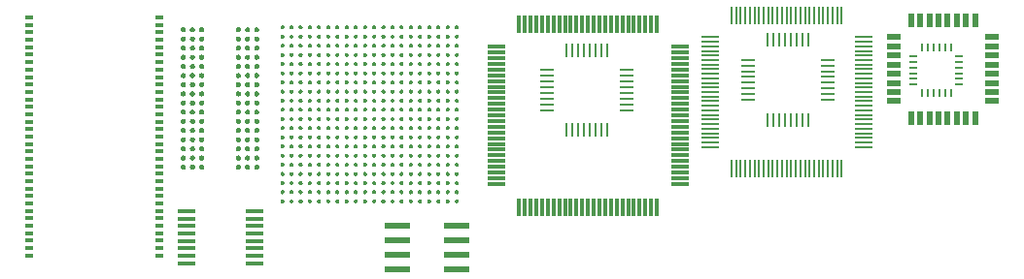
<source format=gbr>
%TF.GenerationSoftware,KiCad,Pcbnew,5.0.2+dfsg1-1*%
%TF.CreationDate,2019-09-16T18:41:00-07:00*%
%TF.ProjectId,Adafruit PCB Reference Ruler,41646166-7275-4697-9420-504342205265,rev?*%
%TF.SameCoordinates,Original*%
%TF.FileFunction,Copper,L2,Bot*%
%TF.FilePolarity,Positive*%
%FSLAX46Y46*%
G04 Gerber Fmt 4.6, Leading zero omitted, Abs format (unit mm)*
G04 Created by KiCad (PCBNEW 5.0.2+dfsg1-1) date Mon 16 Sep 2019 06:41:00 PM PDT*
%MOMM*%
%LPD*%
G01*
G04 APERTURE LIST*
%ADD10R,1.600000X0.350000*%
%ADD11R,2.209800X0.609600*%
%ADD12R,0.250000X0.800000*%
%ADD13R,0.800000X0.250000*%
%ADD14R,0.254000X1.143000*%
%ADD15R,1.143000X0.254000*%
%ADD16R,0.300000X1.500000*%
%ADD17R,1.500000X0.300000*%
%ADD18C,0.100000*%
%ADD19C,0.350000*%
%ADD20R,0.200000X1.500000*%
%ADD21R,1.500000X0.200000*%
%ADD22R,0.558800X1.270000*%
%ADD23R,1.270000X0.558800*%
%ADD24R,0.800000X0.350000*%
%ADD25C,0.450000*%
G04 APERTURE END LIST*
D10*
X86015100Y-111550238D03*
X86015100Y-112200238D03*
X86015100Y-112850238D03*
X86015100Y-113500238D03*
X86015100Y-114150238D03*
X86015100Y-114800238D03*
X86015100Y-115450238D03*
X86015100Y-116100238D03*
X91915100Y-116100238D03*
X91915100Y-115450238D03*
X91915100Y-114800238D03*
X91915100Y-114150238D03*
X91915100Y-113500238D03*
X91915100Y-112850238D03*
X91915100Y-112200238D03*
X91915100Y-111550238D03*
D11*
X104355900Y-112784638D03*
X104355900Y-114054638D03*
X104355900Y-115324638D03*
X104355900Y-116594638D03*
X109588300Y-116594638D03*
X109588300Y-115324638D03*
X109588300Y-114054638D03*
X109588300Y-112784638D03*
D12*
X152621300Y-97246438D03*
X152121300Y-97246438D03*
X151621300Y-97246438D03*
X151121300Y-97246438D03*
X150621300Y-97246438D03*
X150121300Y-97246438D03*
D13*
X149371300Y-97996438D03*
X149371300Y-98496438D03*
X149371300Y-98996438D03*
X149371300Y-99496438D03*
X149371300Y-99996438D03*
X149371300Y-100496438D03*
D12*
X150121300Y-101246438D03*
X150621300Y-101246438D03*
X151121300Y-101246438D03*
X151621300Y-101246438D03*
X152121300Y-101246438D03*
X152621300Y-101246438D03*
D13*
X153371300Y-100496438D03*
X153371300Y-99996438D03*
X153371300Y-99496438D03*
X153371300Y-98996438D03*
X153371300Y-98496438D03*
X153371300Y-97996438D03*
D14*
X140180000Y-96576000D03*
X139680000Y-96576000D03*
X139180000Y-96576000D03*
X138680000Y-96576000D03*
X138180000Y-96576000D03*
X137680000Y-96576000D03*
X137180000Y-96576000D03*
X136680000Y-96576000D03*
D15*
X134930000Y-98326000D03*
X134930000Y-98826000D03*
X134930000Y-99326000D03*
X134930000Y-99826000D03*
X134930000Y-100326000D03*
X134930000Y-100826000D03*
X134930000Y-101326000D03*
X134930000Y-101826000D03*
D14*
X136680000Y-103576000D03*
X137180000Y-103576000D03*
X137680000Y-103576000D03*
X138180000Y-103576000D03*
X138680000Y-103576000D03*
X139180000Y-103576000D03*
X139680000Y-103576000D03*
X140180000Y-103576000D03*
D15*
X141930000Y-101826000D03*
X141930000Y-101326000D03*
X141930000Y-100826000D03*
X141930000Y-100326000D03*
X141930000Y-99826000D03*
X141930000Y-99326000D03*
X141930000Y-98826000D03*
X141930000Y-98326000D03*
D16*
X127005600Y-95174800D03*
X126505600Y-95174800D03*
X126005600Y-95174800D03*
X125505600Y-95174800D03*
X125005600Y-95174800D03*
X124505600Y-95174800D03*
X124005600Y-95174800D03*
X123505600Y-95174800D03*
X123005600Y-95174800D03*
X122505600Y-95174800D03*
X122005600Y-95174800D03*
X121505600Y-95174800D03*
X121005600Y-95174800D03*
X120505600Y-95174800D03*
X120005600Y-95174800D03*
X119505600Y-95174800D03*
X119005600Y-95174800D03*
X118505600Y-95174800D03*
X118005600Y-95174800D03*
X117505600Y-95174800D03*
X117005600Y-95174800D03*
X116505600Y-95174800D03*
X116005600Y-95174800D03*
X115505600Y-95174800D03*
X115005600Y-95174800D03*
D17*
X113005600Y-97174800D03*
X113005600Y-97674800D03*
X113005600Y-98174800D03*
X113005600Y-98674800D03*
X113005600Y-99174800D03*
X113005600Y-99674800D03*
X113005600Y-100174800D03*
X113005600Y-100674800D03*
X113005600Y-101174800D03*
X113005600Y-101674800D03*
X113005600Y-102174800D03*
X113005600Y-102674800D03*
X113005600Y-103174800D03*
X113005600Y-103674800D03*
X113005600Y-104174800D03*
X113005600Y-104674800D03*
X113005600Y-105174800D03*
X113005600Y-105674800D03*
X113005600Y-106174800D03*
X113005600Y-106674800D03*
X113005600Y-107174800D03*
X113005600Y-107674800D03*
X113005600Y-108174800D03*
X113005600Y-108674800D03*
X113005600Y-109174800D03*
D16*
X115005600Y-111174800D03*
X115505600Y-111174800D03*
X116005600Y-111174800D03*
X116505600Y-111174800D03*
X117005600Y-111174800D03*
X117505600Y-111174800D03*
X118005600Y-111174800D03*
X118505600Y-111174800D03*
X119005600Y-111174800D03*
X119505600Y-111174800D03*
X120005600Y-111174800D03*
X120505600Y-111174800D03*
X121005600Y-111174800D03*
X121505600Y-111174800D03*
X122005600Y-111174800D03*
X122505600Y-111174800D03*
X123005600Y-111174800D03*
X123505600Y-111174800D03*
X124005600Y-111174800D03*
X124505600Y-111174800D03*
X125005600Y-111174800D03*
X125505600Y-111174800D03*
X126005600Y-111174800D03*
X126505600Y-111174800D03*
X127005600Y-111174800D03*
D17*
X129005600Y-109174800D03*
X129005600Y-108674800D03*
X129005600Y-108174800D03*
X129005600Y-107674800D03*
X129005600Y-107174800D03*
X129005600Y-106674800D03*
X129005600Y-106174800D03*
X129005600Y-105674800D03*
X129005600Y-105174800D03*
X129005600Y-104674800D03*
X129005600Y-104174800D03*
X129005600Y-103674800D03*
X129005600Y-103174800D03*
X129005600Y-102674800D03*
X129005600Y-102174800D03*
X129005600Y-101674800D03*
X129005600Y-101174800D03*
X129005600Y-100674800D03*
X129005600Y-100174800D03*
X129005600Y-99674800D03*
X129005600Y-99174800D03*
X129005600Y-98674800D03*
X129005600Y-98174800D03*
X129005600Y-97674800D03*
X129005600Y-97174800D03*
D18*
G36*
X94385454Y-96124442D02*
X94402442Y-96126962D01*
X94419101Y-96131134D01*
X94435271Y-96136920D01*
X94450795Y-96144263D01*
X94465526Y-96153092D01*
X94479320Y-96163322D01*
X94492045Y-96174855D01*
X94503578Y-96187580D01*
X94513808Y-96201374D01*
X94522637Y-96216105D01*
X94529980Y-96231629D01*
X94535766Y-96247799D01*
X94539938Y-96264458D01*
X94542458Y-96281446D01*
X94543301Y-96298599D01*
X94543301Y-96298601D01*
X94542458Y-96315754D01*
X94539938Y-96332742D01*
X94535766Y-96349401D01*
X94529980Y-96365571D01*
X94522637Y-96381095D01*
X94513808Y-96395826D01*
X94503578Y-96409620D01*
X94492045Y-96422345D01*
X94479320Y-96433878D01*
X94465526Y-96444108D01*
X94450795Y-96452937D01*
X94435271Y-96460280D01*
X94419101Y-96466066D01*
X94402442Y-96470238D01*
X94385454Y-96472758D01*
X94368301Y-96473601D01*
X94368299Y-96473601D01*
X94351146Y-96472758D01*
X94334158Y-96470238D01*
X94317499Y-96466066D01*
X94301329Y-96460280D01*
X94285805Y-96452937D01*
X94271074Y-96444108D01*
X94257280Y-96433878D01*
X94244555Y-96422345D01*
X94233022Y-96409620D01*
X94222792Y-96395826D01*
X94213963Y-96381095D01*
X94206620Y-96365571D01*
X94200834Y-96349401D01*
X94196662Y-96332742D01*
X94194142Y-96315754D01*
X94193299Y-96298601D01*
X94193299Y-96298599D01*
X94194142Y-96281446D01*
X94196662Y-96264458D01*
X94200834Y-96247799D01*
X94206620Y-96231629D01*
X94213963Y-96216105D01*
X94222792Y-96201374D01*
X94233022Y-96187580D01*
X94244555Y-96174855D01*
X94257280Y-96163322D01*
X94271074Y-96153092D01*
X94285805Y-96144263D01*
X94301329Y-96136920D01*
X94317499Y-96131134D01*
X94334158Y-96126962D01*
X94351146Y-96124442D01*
X94368299Y-96123599D01*
X94368301Y-96123599D01*
X94385454Y-96124442D01*
X94385454Y-96124442D01*
G37*
D19*
X94368300Y-96298600D03*
D18*
G36*
X94385454Y-95324442D02*
X94402442Y-95326962D01*
X94419101Y-95331134D01*
X94435271Y-95336920D01*
X94450795Y-95344263D01*
X94465526Y-95353092D01*
X94479320Y-95363322D01*
X94492045Y-95374855D01*
X94503578Y-95387580D01*
X94513808Y-95401374D01*
X94522637Y-95416105D01*
X94529980Y-95431629D01*
X94535766Y-95447799D01*
X94539938Y-95464458D01*
X94542458Y-95481446D01*
X94543301Y-95498599D01*
X94543301Y-95498601D01*
X94542458Y-95515754D01*
X94539938Y-95532742D01*
X94535766Y-95549401D01*
X94529980Y-95565571D01*
X94522637Y-95581095D01*
X94513808Y-95595826D01*
X94503578Y-95609620D01*
X94492045Y-95622345D01*
X94479320Y-95633878D01*
X94465526Y-95644108D01*
X94450795Y-95652937D01*
X94435271Y-95660280D01*
X94419101Y-95666066D01*
X94402442Y-95670238D01*
X94385454Y-95672758D01*
X94368301Y-95673601D01*
X94368299Y-95673601D01*
X94351146Y-95672758D01*
X94334158Y-95670238D01*
X94317499Y-95666066D01*
X94301329Y-95660280D01*
X94285805Y-95652937D01*
X94271074Y-95644108D01*
X94257280Y-95633878D01*
X94244555Y-95622345D01*
X94233022Y-95609620D01*
X94222792Y-95595826D01*
X94213963Y-95581095D01*
X94206620Y-95565571D01*
X94200834Y-95549401D01*
X94196662Y-95532742D01*
X94194142Y-95515754D01*
X94193299Y-95498601D01*
X94193299Y-95498599D01*
X94194142Y-95481446D01*
X94196662Y-95464458D01*
X94200834Y-95447799D01*
X94206620Y-95431629D01*
X94213963Y-95416105D01*
X94222792Y-95401374D01*
X94233022Y-95387580D01*
X94244555Y-95374855D01*
X94257280Y-95363322D01*
X94271074Y-95353092D01*
X94285805Y-95344263D01*
X94301329Y-95336920D01*
X94317499Y-95331134D01*
X94334158Y-95326962D01*
X94351146Y-95324442D01*
X94368299Y-95323599D01*
X94368301Y-95323599D01*
X94385454Y-95324442D01*
X94385454Y-95324442D01*
G37*
D19*
X94368300Y-95498600D03*
D18*
G36*
X95185454Y-95324442D02*
X95202442Y-95326962D01*
X95219101Y-95331134D01*
X95235271Y-95336920D01*
X95250795Y-95344263D01*
X95265526Y-95353092D01*
X95279320Y-95363322D01*
X95292045Y-95374855D01*
X95303578Y-95387580D01*
X95313808Y-95401374D01*
X95322637Y-95416105D01*
X95329980Y-95431629D01*
X95335766Y-95447799D01*
X95339938Y-95464458D01*
X95342458Y-95481446D01*
X95343301Y-95498599D01*
X95343301Y-95498601D01*
X95342458Y-95515754D01*
X95339938Y-95532742D01*
X95335766Y-95549401D01*
X95329980Y-95565571D01*
X95322637Y-95581095D01*
X95313808Y-95595826D01*
X95303578Y-95609620D01*
X95292045Y-95622345D01*
X95279320Y-95633878D01*
X95265526Y-95644108D01*
X95250795Y-95652937D01*
X95235271Y-95660280D01*
X95219101Y-95666066D01*
X95202442Y-95670238D01*
X95185454Y-95672758D01*
X95168301Y-95673601D01*
X95168299Y-95673601D01*
X95151146Y-95672758D01*
X95134158Y-95670238D01*
X95117499Y-95666066D01*
X95101329Y-95660280D01*
X95085805Y-95652937D01*
X95071074Y-95644108D01*
X95057280Y-95633878D01*
X95044555Y-95622345D01*
X95033022Y-95609620D01*
X95022792Y-95595826D01*
X95013963Y-95581095D01*
X95006620Y-95565571D01*
X95000834Y-95549401D01*
X94996662Y-95532742D01*
X94994142Y-95515754D01*
X94993299Y-95498601D01*
X94993299Y-95498599D01*
X94994142Y-95481446D01*
X94996662Y-95464458D01*
X95000834Y-95447799D01*
X95006620Y-95431629D01*
X95013963Y-95416105D01*
X95022792Y-95401374D01*
X95033022Y-95387580D01*
X95044555Y-95374855D01*
X95057280Y-95363322D01*
X95071074Y-95353092D01*
X95085805Y-95344263D01*
X95101329Y-95336920D01*
X95117499Y-95331134D01*
X95134158Y-95326962D01*
X95151146Y-95324442D01*
X95168299Y-95323599D01*
X95168301Y-95323599D01*
X95185454Y-95324442D01*
X95185454Y-95324442D01*
G37*
D19*
X95168300Y-95498600D03*
D18*
G36*
X95185454Y-96124442D02*
X95202442Y-96126962D01*
X95219101Y-96131134D01*
X95235271Y-96136920D01*
X95250795Y-96144263D01*
X95265526Y-96153092D01*
X95279320Y-96163322D01*
X95292045Y-96174855D01*
X95303578Y-96187580D01*
X95313808Y-96201374D01*
X95322637Y-96216105D01*
X95329980Y-96231629D01*
X95335766Y-96247799D01*
X95339938Y-96264458D01*
X95342458Y-96281446D01*
X95343301Y-96298599D01*
X95343301Y-96298601D01*
X95342458Y-96315754D01*
X95339938Y-96332742D01*
X95335766Y-96349401D01*
X95329980Y-96365571D01*
X95322637Y-96381095D01*
X95313808Y-96395826D01*
X95303578Y-96409620D01*
X95292045Y-96422345D01*
X95279320Y-96433878D01*
X95265526Y-96444108D01*
X95250795Y-96452937D01*
X95235271Y-96460280D01*
X95219101Y-96466066D01*
X95202442Y-96470238D01*
X95185454Y-96472758D01*
X95168301Y-96473601D01*
X95168299Y-96473601D01*
X95151146Y-96472758D01*
X95134158Y-96470238D01*
X95117499Y-96466066D01*
X95101329Y-96460280D01*
X95085805Y-96452937D01*
X95071074Y-96444108D01*
X95057280Y-96433878D01*
X95044555Y-96422345D01*
X95033022Y-96409620D01*
X95022792Y-96395826D01*
X95013963Y-96381095D01*
X95006620Y-96365571D01*
X95000834Y-96349401D01*
X94996662Y-96332742D01*
X94994142Y-96315754D01*
X94993299Y-96298601D01*
X94993299Y-96298599D01*
X94994142Y-96281446D01*
X94996662Y-96264458D01*
X95000834Y-96247799D01*
X95006620Y-96231629D01*
X95013963Y-96216105D01*
X95022792Y-96201374D01*
X95033022Y-96187580D01*
X95044555Y-96174855D01*
X95057280Y-96163322D01*
X95071074Y-96153092D01*
X95085805Y-96144263D01*
X95101329Y-96136920D01*
X95117499Y-96131134D01*
X95134158Y-96126962D01*
X95151146Y-96124442D01*
X95168299Y-96123599D01*
X95168301Y-96123599D01*
X95185454Y-96124442D01*
X95185454Y-96124442D01*
G37*
D19*
X95168300Y-96298600D03*
D18*
G36*
X94385454Y-100924442D02*
X94402442Y-100926962D01*
X94419101Y-100931134D01*
X94435271Y-100936920D01*
X94450795Y-100944263D01*
X94465526Y-100953092D01*
X94479320Y-100963322D01*
X94492045Y-100974855D01*
X94503578Y-100987580D01*
X94513808Y-101001374D01*
X94522637Y-101016105D01*
X94529980Y-101031629D01*
X94535766Y-101047799D01*
X94539938Y-101064458D01*
X94542458Y-101081446D01*
X94543301Y-101098599D01*
X94543301Y-101098601D01*
X94542458Y-101115754D01*
X94539938Y-101132742D01*
X94535766Y-101149401D01*
X94529980Y-101165571D01*
X94522637Y-101181095D01*
X94513808Y-101195826D01*
X94503578Y-101209620D01*
X94492045Y-101222345D01*
X94479320Y-101233878D01*
X94465526Y-101244108D01*
X94450795Y-101252937D01*
X94435271Y-101260280D01*
X94419101Y-101266066D01*
X94402442Y-101270238D01*
X94385454Y-101272758D01*
X94368301Y-101273601D01*
X94368299Y-101273601D01*
X94351146Y-101272758D01*
X94334158Y-101270238D01*
X94317499Y-101266066D01*
X94301329Y-101260280D01*
X94285805Y-101252937D01*
X94271074Y-101244108D01*
X94257280Y-101233878D01*
X94244555Y-101222345D01*
X94233022Y-101209620D01*
X94222792Y-101195826D01*
X94213963Y-101181095D01*
X94206620Y-101165571D01*
X94200834Y-101149401D01*
X94196662Y-101132742D01*
X94194142Y-101115754D01*
X94193299Y-101098601D01*
X94193299Y-101098599D01*
X94194142Y-101081446D01*
X94196662Y-101064458D01*
X94200834Y-101047799D01*
X94206620Y-101031629D01*
X94213963Y-101016105D01*
X94222792Y-101001374D01*
X94233022Y-100987580D01*
X94244555Y-100974855D01*
X94257280Y-100963322D01*
X94271074Y-100953092D01*
X94285805Y-100944263D01*
X94301329Y-100936920D01*
X94317499Y-100931134D01*
X94334158Y-100926962D01*
X94351146Y-100924442D01*
X94368299Y-100923599D01*
X94368301Y-100923599D01*
X94385454Y-100924442D01*
X94385454Y-100924442D01*
G37*
D19*
X94368300Y-101098600D03*
D18*
G36*
X95185454Y-100924442D02*
X95202442Y-100926962D01*
X95219101Y-100931134D01*
X95235271Y-100936920D01*
X95250795Y-100944263D01*
X95265526Y-100953092D01*
X95279320Y-100963322D01*
X95292045Y-100974855D01*
X95303578Y-100987580D01*
X95313808Y-101001374D01*
X95322637Y-101016105D01*
X95329980Y-101031629D01*
X95335766Y-101047799D01*
X95339938Y-101064458D01*
X95342458Y-101081446D01*
X95343301Y-101098599D01*
X95343301Y-101098601D01*
X95342458Y-101115754D01*
X95339938Y-101132742D01*
X95335766Y-101149401D01*
X95329980Y-101165571D01*
X95322637Y-101181095D01*
X95313808Y-101195826D01*
X95303578Y-101209620D01*
X95292045Y-101222345D01*
X95279320Y-101233878D01*
X95265526Y-101244108D01*
X95250795Y-101252937D01*
X95235271Y-101260280D01*
X95219101Y-101266066D01*
X95202442Y-101270238D01*
X95185454Y-101272758D01*
X95168301Y-101273601D01*
X95168299Y-101273601D01*
X95151146Y-101272758D01*
X95134158Y-101270238D01*
X95117499Y-101266066D01*
X95101329Y-101260280D01*
X95085805Y-101252937D01*
X95071074Y-101244108D01*
X95057280Y-101233878D01*
X95044555Y-101222345D01*
X95033022Y-101209620D01*
X95022792Y-101195826D01*
X95013963Y-101181095D01*
X95006620Y-101165571D01*
X95000834Y-101149401D01*
X94996662Y-101132742D01*
X94994142Y-101115754D01*
X94993299Y-101098601D01*
X94993299Y-101098599D01*
X94994142Y-101081446D01*
X94996662Y-101064458D01*
X95000834Y-101047799D01*
X95006620Y-101031629D01*
X95013963Y-101016105D01*
X95022792Y-101001374D01*
X95033022Y-100987580D01*
X95044555Y-100974855D01*
X95057280Y-100963322D01*
X95071074Y-100953092D01*
X95085805Y-100944263D01*
X95101329Y-100936920D01*
X95117499Y-100931134D01*
X95134158Y-100926962D01*
X95151146Y-100924442D01*
X95168299Y-100923599D01*
X95168301Y-100923599D01*
X95185454Y-100924442D01*
X95185454Y-100924442D01*
G37*
D19*
X95168300Y-101098600D03*
D18*
G36*
X94385454Y-103324442D02*
X94402442Y-103326962D01*
X94419101Y-103331134D01*
X94435271Y-103336920D01*
X94450795Y-103344263D01*
X94465526Y-103353092D01*
X94479320Y-103363322D01*
X94492045Y-103374855D01*
X94503578Y-103387580D01*
X94513808Y-103401374D01*
X94522637Y-103416105D01*
X94529980Y-103431629D01*
X94535766Y-103447799D01*
X94539938Y-103464458D01*
X94542458Y-103481446D01*
X94543301Y-103498599D01*
X94543301Y-103498601D01*
X94542458Y-103515754D01*
X94539938Y-103532742D01*
X94535766Y-103549401D01*
X94529980Y-103565571D01*
X94522637Y-103581095D01*
X94513808Y-103595826D01*
X94503578Y-103609620D01*
X94492045Y-103622345D01*
X94479320Y-103633878D01*
X94465526Y-103644108D01*
X94450795Y-103652937D01*
X94435271Y-103660280D01*
X94419101Y-103666066D01*
X94402442Y-103670238D01*
X94385454Y-103672758D01*
X94368301Y-103673601D01*
X94368299Y-103673601D01*
X94351146Y-103672758D01*
X94334158Y-103670238D01*
X94317499Y-103666066D01*
X94301329Y-103660280D01*
X94285805Y-103652937D01*
X94271074Y-103644108D01*
X94257280Y-103633878D01*
X94244555Y-103622345D01*
X94233022Y-103609620D01*
X94222792Y-103595826D01*
X94213963Y-103581095D01*
X94206620Y-103565571D01*
X94200834Y-103549401D01*
X94196662Y-103532742D01*
X94194142Y-103515754D01*
X94193299Y-103498601D01*
X94193299Y-103498599D01*
X94194142Y-103481446D01*
X94196662Y-103464458D01*
X94200834Y-103447799D01*
X94206620Y-103431629D01*
X94213963Y-103416105D01*
X94222792Y-103401374D01*
X94233022Y-103387580D01*
X94244555Y-103374855D01*
X94257280Y-103363322D01*
X94271074Y-103353092D01*
X94285805Y-103344263D01*
X94301329Y-103336920D01*
X94317499Y-103331134D01*
X94334158Y-103326962D01*
X94351146Y-103324442D01*
X94368299Y-103323599D01*
X94368301Y-103323599D01*
X94385454Y-103324442D01*
X94385454Y-103324442D01*
G37*
D19*
X94368300Y-103498600D03*
D18*
G36*
X94385454Y-102524442D02*
X94402442Y-102526962D01*
X94419101Y-102531134D01*
X94435271Y-102536920D01*
X94450795Y-102544263D01*
X94465526Y-102553092D01*
X94479320Y-102563322D01*
X94492045Y-102574855D01*
X94503578Y-102587580D01*
X94513808Y-102601374D01*
X94522637Y-102616105D01*
X94529980Y-102631629D01*
X94535766Y-102647799D01*
X94539938Y-102664458D01*
X94542458Y-102681446D01*
X94543301Y-102698599D01*
X94543301Y-102698601D01*
X94542458Y-102715754D01*
X94539938Y-102732742D01*
X94535766Y-102749401D01*
X94529980Y-102765571D01*
X94522637Y-102781095D01*
X94513808Y-102795826D01*
X94503578Y-102809620D01*
X94492045Y-102822345D01*
X94479320Y-102833878D01*
X94465526Y-102844108D01*
X94450795Y-102852937D01*
X94435271Y-102860280D01*
X94419101Y-102866066D01*
X94402442Y-102870238D01*
X94385454Y-102872758D01*
X94368301Y-102873601D01*
X94368299Y-102873601D01*
X94351146Y-102872758D01*
X94334158Y-102870238D01*
X94317499Y-102866066D01*
X94301329Y-102860280D01*
X94285805Y-102852937D01*
X94271074Y-102844108D01*
X94257280Y-102833878D01*
X94244555Y-102822345D01*
X94233022Y-102809620D01*
X94222792Y-102795826D01*
X94213963Y-102781095D01*
X94206620Y-102765571D01*
X94200834Y-102749401D01*
X94196662Y-102732742D01*
X94194142Y-102715754D01*
X94193299Y-102698601D01*
X94193299Y-102698599D01*
X94194142Y-102681446D01*
X94196662Y-102664458D01*
X94200834Y-102647799D01*
X94206620Y-102631629D01*
X94213963Y-102616105D01*
X94222792Y-102601374D01*
X94233022Y-102587580D01*
X94244555Y-102574855D01*
X94257280Y-102563322D01*
X94271074Y-102553092D01*
X94285805Y-102544263D01*
X94301329Y-102536920D01*
X94317499Y-102531134D01*
X94334158Y-102526962D01*
X94351146Y-102524442D01*
X94368299Y-102523599D01*
X94368301Y-102523599D01*
X94385454Y-102524442D01*
X94385454Y-102524442D01*
G37*
D19*
X94368300Y-102698600D03*
D18*
G36*
X94385454Y-101724442D02*
X94402442Y-101726962D01*
X94419101Y-101731134D01*
X94435271Y-101736920D01*
X94450795Y-101744263D01*
X94465526Y-101753092D01*
X94479320Y-101763322D01*
X94492045Y-101774855D01*
X94503578Y-101787580D01*
X94513808Y-101801374D01*
X94522637Y-101816105D01*
X94529980Y-101831629D01*
X94535766Y-101847799D01*
X94539938Y-101864458D01*
X94542458Y-101881446D01*
X94543301Y-101898599D01*
X94543301Y-101898601D01*
X94542458Y-101915754D01*
X94539938Y-101932742D01*
X94535766Y-101949401D01*
X94529980Y-101965571D01*
X94522637Y-101981095D01*
X94513808Y-101995826D01*
X94503578Y-102009620D01*
X94492045Y-102022345D01*
X94479320Y-102033878D01*
X94465526Y-102044108D01*
X94450795Y-102052937D01*
X94435271Y-102060280D01*
X94419101Y-102066066D01*
X94402442Y-102070238D01*
X94385454Y-102072758D01*
X94368301Y-102073601D01*
X94368299Y-102073601D01*
X94351146Y-102072758D01*
X94334158Y-102070238D01*
X94317499Y-102066066D01*
X94301329Y-102060280D01*
X94285805Y-102052937D01*
X94271074Y-102044108D01*
X94257280Y-102033878D01*
X94244555Y-102022345D01*
X94233022Y-102009620D01*
X94222792Y-101995826D01*
X94213963Y-101981095D01*
X94206620Y-101965571D01*
X94200834Y-101949401D01*
X94196662Y-101932742D01*
X94194142Y-101915754D01*
X94193299Y-101898601D01*
X94193299Y-101898599D01*
X94194142Y-101881446D01*
X94196662Y-101864458D01*
X94200834Y-101847799D01*
X94206620Y-101831629D01*
X94213963Y-101816105D01*
X94222792Y-101801374D01*
X94233022Y-101787580D01*
X94244555Y-101774855D01*
X94257280Y-101763322D01*
X94271074Y-101753092D01*
X94285805Y-101744263D01*
X94301329Y-101736920D01*
X94317499Y-101731134D01*
X94334158Y-101726962D01*
X94351146Y-101724442D01*
X94368299Y-101723599D01*
X94368301Y-101723599D01*
X94385454Y-101724442D01*
X94385454Y-101724442D01*
G37*
D19*
X94368300Y-101898600D03*
D18*
G36*
X95185454Y-101724442D02*
X95202442Y-101726962D01*
X95219101Y-101731134D01*
X95235271Y-101736920D01*
X95250795Y-101744263D01*
X95265526Y-101753092D01*
X95279320Y-101763322D01*
X95292045Y-101774855D01*
X95303578Y-101787580D01*
X95313808Y-101801374D01*
X95322637Y-101816105D01*
X95329980Y-101831629D01*
X95335766Y-101847799D01*
X95339938Y-101864458D01*
X95342458Y-101881446D01*
X95343301Y-101898599D01*
X95343301Y-101898601D01*
X95342458Y-101915754D01*
X95339938Y-101932742D01*
X95335766Y-101949401D01*
X95329980Y-101965571D01*
X95322637Y-101981095D01*
X95313808Y-101995826D01*
X95303578Y-102009620D01*
X95292045Y-102022345D01*
X95279320Y-102033878D01*
X95265526Y-102044108D01*
X95250795Y-102052937D01*
X95235271Y-102060280D01*
X95219101Y-102066066D01*
X95202442Y-102070238D01*
X95185454Y-102072758D01*
X95168301Y-102073601D01*
X95168299Y-102073601D01*
X95151146Y-102072758D01*
X95134158Y-102070238D01*
X95117499Y-102066066D01*
X95101329Y-102060280D01*
X95085805Y-102052937D01*
X95071074Y-102044108D01*
X95057280Y-102033878D01*
X95044555Y-102022345D01*
X95033022Y-102009620D01*
X95022792Y-101995826D01*
X95013963Y-101981095D01*
X95006620Y-101965571D01*
X95000834Y-101949401D01*
X94996662Y-101932742D01*
X94994142Y-101915754D01*
X94993299Y-101898601D01*
X94993299Y-101898599D01*
X94994142Y-101881446D01*
X94996662Y-101864458D01*
X95000834Y-101847799D01*
X95006620Y-101831629D01*
X95013963Y-101816105D01*
X95022792Y-101801374D01*
X95033022Y-101787580D01*
X95044555Y-101774855D01*
X95057280Y-101763322D01*
X95071074Y-101753092D01*
X95085805Y-101744263D01*
X95101329Y-101736920D01*
X95117499Y-101731134D01*
X95134158Y-101726962D01*
X95151146Y-101724442D01*
X95168299Y-101723599D01*
X95168301Y-101723599D01*
X95185454Y-101724442D01*
X95185454Y-101724442D01*
G37*
D19*
X95168300Y-101898600D03*
D18*
G36*
X95185454Y-102524442D02*
X95202442Y-102526962D01*
X95219101Y-102531134D01*
X95235271Y-102536920D01*
X95250795Y-102544263D01*
X95265526Y-102553092D01*
X95279320Y-102563322D01*
X95292045Y-102574855D01*
X95303578Y-102587580D01*
X95313808Y-102601374D01*
X95322637Y-102616105D01*
X95329980Y-102631629D01*
X95335766Y-102647799D01*
X95339938Y-102664458D01*
X95342458Y-102681446D01*
X95343301Y-102698599D01*
X95343301Y-102698601D01*
X95342458Y-102715754D01*
X95339938Y-102732742D01*
X95335766Y-102749401D01*
X95329980Y-102765571D01*
X95322637Y-102781095D01*
X95313808Y-102795826D01*
X95303578Y-102809620D01*
X95292045Y-102822345D01*
X95279320Y-102833878D01*
X95265526Y-102844108D01*
X95250795Y-102852937D01*
X95235271Y-102860280D01*
X95219101Y-102866066D01*
X95202442Y-102870238D01*
X95185454Y-102872758D01*
X95168301Y-102873601D01*
X95168299Y-102873601D01*
X95151146Y-102872758D01*
X95134158Y-102870238D01*
X95117499Y-102866066D01*
X95101329Y-102860280D01*
X95085805Y-102852937D01*
X95071074Y-102844108D01*
X95057280Y-102833878D01*
X95044555Y-102822345D01*
X95033022Y-102809620D01*
X95022792Y-102795826D01*
X95013963Y-102781095D01*
X95006620Y-102765571D01*
X95000834Y-102749401D01*
X94996662Y-102732742D01*
X94994142Y-102715754D01*
X94993299Y-102698601D01*
X94993299Y-102698599D01*
X94994142Y-102681446D01*
X94996662Y-102664458D01*
X95000834Y-102647799D01*
X95006620Y-102631629D01*
X95013963Y-102616105D01*
X95022792Y-102601374D01*
X95033022Y-102587580D01*
X95044555Y-102574855D01*
X95057280Y-102563322D01*
X95071074Y-102553092D01*
X95085805Y-102544263D01*
X95101329Y-102536920D01*
X95117499Y-102531134D01*
X95134158Y-102526962D01*
X95151146Y-102524442D01*
X95168299Y-102523599D01*
X95168301Y-102523599D01*
X95185454Y-102524442D01*
X95185454Y-102524442D01*
G37*
D19*
X95168300Y-102698600D03*
D18*
G36*
X95185454Y-103324442D02*
X95202442Y-103326962D01*
X95219101Y-103331134D01*
X95235271Y-103336920D01*
X95250795Y-103344263D01*
X95265526Y-103353092D01*
X95279320Y-103363322D01*
X95292045Y-103374855D01*
X95303578Y-103387580D01*
X95313808Y-103401374D01*
X95322637Y-103416105D01*
X95329980Y-103431629D01*
X95335766Y-103447799D01*
X95339938Y-103464458D01*
X95342458Y-103481446D01*
X95343301Y-103498599D01*
X95343301Y-103498601D01*
X95342458Y-103515754D01*
X95339938Y-103532742D01*
X95335766Y-103549401D01*
X95329980Y-103565571D01*
X95322637Y-103581095D01*
X95313808Y-103595826D01*
X95303578Y-103609620D01*
X95292045Y-103622345D01*
X95279320Y-103633878D01*
X95265526Y-103644108D01*
X95250795Y-103652937D01*
X95235271Y-103660280D01*
X95219101Y-103666066D01*
X95202442Y-103670238D01*
X95185454Y-103672758D01*
X95168301Y-103673601D01*
X95168299Y-103673601D01*
X95151146Y-103672758D01*
X95134158Y-103670238D01*
X95117499Y-103666066D01*
X95101329Y-103660280D01*
X95085805Y-103652937D01*
X95071074Y-103644108D01*
X95057280Y-103633878D01*
X95044555Y-103622345D01*
X95033022Y-103609620D01*
X95022792Y-103595826D01*
X95013963Y-103581095D01*
X95006620Y-103565571D01*
X95000834Y-103549401D01*
X94996662Y-103532742D01*
X94994142Y-103515754D01*
X94993299Y-103498601D01*
X94993299Y-103498599D01*
X94994142Y-103481446D01*
X94996662Y-103464458D01*
X95000834Y-103447799D01*
X95006620Y-103431629D01*
X95013963Y-103416105D01*
X95022792Y-103401374D01*
X95033022Y-103387580D01*
X95044555Y-103374855D01*
X95057280Y-103363322D01*
X95071074Y-103353092D01*
X95085805Y-103344263D01*
X95101329Y-103336920D01*
X95117499Y-103331134D01*
X95134158Y-103326962D01*
X95151146Y-103324442D01*
X95168299Y-103323599D01*
X95168301Y-103323599D01*
X95185454Y-103324442D01*
X95185454Y-103324442D01*
G37*
D19*
X95168300Y-103498600D03*
D18*
G36*
X94385454Y-96924442D02*
X94402442Y-96926962D01*
X94419101Y-96931134D01*
X94435271Y-96936920D01*
X94450795Y-96944263D01*
X94465526Y-96953092D01*
X94479320Y-96963322D01*
X94492045Y-96974855D01*
X94503578Y-96987580D01*
X94513808Y-97001374D01*
X94522637Y-97016105D01*
X94529980Y-97031629D01*
X94535766Y-97047799D01*
X94539938Y-97064458D01*
X94542458Y-97081446D01*
X94543301Y-97098599D01*
X94543301Y-97098601D01*
X94542458Y-97115754D01*
X94539938Y-97132742D01*
X94535766Y-97149401D01*
X94529980Y-97165571D01*
X94522637Y-97181095D01*
X94513808Y-97195826D01*
X94503578Y-97209620D01*
X94492045Y-97222345D01*
X94479320Y-97233878D01*
X94465526Y-97244108D01*
X94450795Y-97252937D01*
X94435271Y-97260280D01*
X94419101Y-97266066D01*
X94402442Y-97270238D01*
X94385454Y-97272758D01*
X94368301Y-97273601D01*
X94368299Y-97273601D01*
X94351146Y-97272758D01*
X94334158Y-97270238D01*
X94317499Y-97266066D01*
X94301329Y-97260280D01*
X94285805Y-97252937D01*
X94271074Y-97244108D01*
X94257280Y-97233878D01*
X94244555Y-97222345D01*
X94233022Y-97209620D01*
X94222792Y-97195826D01*
X94213963Y-97181095D01*
X94206620Y-97165571D01*
X94200834Y-97149401D01*
X94196662Y-97132742D01*
X94194142Y-97115754D01*
X94193299Y-97098601D01*
X94193299Y-97098599D01*
X94194142Y-97081446D01*
X94196662Y-97064458D01*
X94200834Y-97047799D01*
X94206620Y-97031629D01*
X94213963Y-97016105D01*
X94222792Y-97001374D01*
X94233022Y-96987580D01*
X94244555Y-96974855D01*
X94257280Y-96963322D01*
X94271074Y-96953092D01*
X94285805Y-96944263D01*
X94301329Y-96936920D01*
X94317499Y-96931134D01*
X94334158Y-96926962D01*
X94351146Y-96924442D01*
X94368299Y-96923599D01*
X94368301Y-96923599D01*
X94385454Y-96924442D01*
X94385454Y-96924442D01*
G37*
D19*
X94368300Y-97098600D03*
D18*
G36*
X95185454Y-96924442D02*
X95202442Y-96926962D01*
X95219101Y-96931134D01*
X95235271Y-96936920D01*
X95250795Y-96944263D01*
X95265526Y-96953092D01*
X95279320Y-96963322D01*
X95292045Y-96974855D01*
X95303578Y-96987580D01*
X95313808Y-97001374D01*
X95322637Y-97016105D01*
X95329980Y-97031629D01*
X95335766Y-97047799D01*
X95339938Y-97064458D01*
X95342458Y-97081446D01*
X95343301Y-97098599D01*
X95343301Y-97098601D01*
X95342458Y-97115754D01*
X95339938Y-97132742D01*
X95335766Y-97149401D01*
X95329980Y-97165571D01*
X95322637Y-97181095D01*
X95313808Y-97195826D01*
X95303578Y-97209620D01*
X95292045Y-97222345D01*
X95279320Y-97233878D01*
X95265526Y-97244108D01*
X95250795Y-97252937D01*
X95235271Y-97260280D01*
X95219101Y-97266066D01*
X95202442Y-97270238D01*
X95185454Y-97272758D01*
X95168301Y-97273601D01*
X95168299Y-97273601D01*
X95151146Y-97272758D01*
X95134158Y-97270238D01*
X95117499Y-97266066D01*
X95101329Y-97260280D01*
X95085805Y-97252937D01*
X95071074Y-97244108D01*
X95057280Y-97233878D01*
X95044555Y-97222345D01*
X95033022Y-97209620D01*
X95022792Y-97195826D01*
X95013963Y-97181095D01*
X95006620Y-97165571D01*
X95000834Y-97149401D01*
X94996662Y-97132742D01*
X94994142Y-97115754D01*
X94993299Y-97098601D01*
X94993299Y-97098599D01*
X94994142Y-97081446D01*
X94996662Y-97064458D01*
X95000834Y-97047799D01*
X95006620Y-97031629D01*
X95013963Y-97016105D01*
X95022792Y-97001374D01*
X95033022Y-96987580D01*
X95044555Y-96974855D01*
X95057280Y-96963322D01*
X95071074Y-96953092D01*
X95085805Y-96944263D01*
X95101329Y-96936920D01*
X95117499Y-96931134D01*
X95134158Y-96926962D01*
X95151146Y-96924442D01*
X95168299Y-96923599D01*
X95168301Y-96923599D01*
X95185454Y-96924442D01*
X95185454Y-96924442D01*
G37*
D19*
X95168300Y-97098600D03*
D18*
G36*
X94385454Y-100124442D02*
X94402442Y-100126962D01*
X94419101Y-100131134D01*
X94435271Y-100136920D01*
X94450795Y-100144263D01*
X94465526Y-100153092D01*
X94479320Y-100163322D01*
X94492045Y-100174855D01*
X94503578Y-100187580D01*
X94513808Y-100201374D01*
X94522637Y-100216105D01*
X94529980Y-100231629D01*
X94535766Y-100247799D01*
X94539938Y-100264458D01*
X94542458Y-100281446D01*
X94543301Y-100298599D01*
X94543301Y-100298601D01*
X94542458Y-100315754D01*
X94539938Y-100332742D01*
X94535766Y-100349401D01*
X94529980Y-100365571D01*
X94522637Y-100381095D01*
X94513808Y-100395826D01*
X94503578Y-100409620D01*
X94492045Y-100422345D01*
X94479320Y-100433878D01*
X94465526Y-100444108D01*
X94450795Y-100452937D01*
X94435271Y-100460280D01*
X94419101Y-100466066D01*
X94402442Y-100470238D01*
X94385454Y-100472758D01*
X94368301Y-100473601D01*
X94368299Y-100473601D01*
X94351146Y-100472758D01*
X94334158Y-100470238D01*
X94317499Y-100466066D01*
X94301329Y-100460280D01*
X94285805Y-100452937D01*
X94271074Y-100444108D01*
X94257280Y-100433878D01*
X94244555Y-100422345D01*
X94233022Y-100409620D01*
X94222792Y-100395826D01*
X94213963Y-100381095D01*
X94206620Y-100365571D01*
X94200834Y-100349401D01*
X94196662Y-100332742D01*
X94194142Y-100315754D01*
X94193299Y-100298601D01*
X94193299Y-100298599D01*
X94194142Y-100281446D01*
X94196662Y-100264458D01*
X94200834Y-100247799D01*
X94206620Y-100231629D01*
X94213963Y-100216105D01*
X94222792Y-100201374D01*
X94233022Y-100187580D01*
X94244555Y-100174855D01*
X94257280Y-100163322D01*
X94271074Y-100153092D01*
X94285805Y-100144263D01*
X94301329Y-100136920D01*
X94317499Y-100131134D01*
X94334158Y-100126962D01*
X94351146Y-100124442D01*
X94368299Y-100123599D01*
X94368301Y-100123599D01*
X94385454Y-100124442D01*
X94385454Y-100124442D01*
G37*
D19*
X94368300Y-100298600D03*
D18*
G36*
X94385454Y-99324442D02*
X94402442Y-99326962D01*
X94419101Y-99331134D01*
X94435271Y-99336920D01*
X94450795Y-99344263D01*
X94465526Y-99353092D01*
X94479320Y-99363322D01*
X94492045Y-99374855D01*
X94503578Y-99387580D01*
X94513808Y-99401374D01*
X94522637Y-99416105D01*
X94529980Y-99431629D01*
X94535766Y-99447799D01*
X94539938Y-99464458D01*
X94542458Y-99481446D01*
X94543301Y-99498599D01*
X94543301Y-99498601D01*
X94542458Y-99515754D01*
X94539938Y-99532742D01*
X94535766Y-99549401D01*
X94529980Y-99565571D01*
X94522637Y-99581095D01*
X94513808Y-99595826D01*
X94503578Y-99609620D01*
X94492045Y-99622345D01*
X94479320Y-99633878D01*
X94465526Y-99644108D01*
X94450795Y-99652937D01*
X94435271Y-99660280D01*
X94419101Y-99666066D01*
X94402442Y-99670238D01*
X94385454Y-99672758D01*
X94368301Y-99673601D01*
X94368299Y-99673601D01*
X94351146Y-99672758D01*
X94334158Y-99670238D01*
X94317499Y-99666066D01*
X94301329Y-99660280D01*
X94285805Y-99652937D01*
X94271074Y-99644108D01*
X94257280Y-99633878D01*
X94244555Y-99622345D01*
X94233022Y-99609620D01*
X94222792Y-99595826D01*
X94213963Y-99581095D01*
X94206620Y-99565571D01*
X94200834Y-99549401D01*
X94196662Y-99532742D01*
X94194142Y-99515754D01*
X94193299Y-99498601D01*
X94193299Y-99498599D01*
X94194142Y-99481446D01*
X94196662Y-99464458D01*
X94200834Y-99447799D01*
X94206620Y-99431629D01*
X94213963Y-99416105D01*
X94222792Y-99401374D01*
X94233022Y-99387580D01*
X94244555Y-99374855D01*
X94257280Y-99363322D01*
X94271074Y-99353092D01*
X94285805Y-99344263D01*
X94301329Y-99336920D01*
X94317499Y-99331134D01*
X94334158Y-99326962D01*
X94351146Y-99324442D01*
X94368299Y-99323599D01*
X94368301Y-99323599D01*
X94385454Y-99324442D01*
X94385454Y-99324442D01*
G37*
D19*
X94368300Y-99498600D03*
D18*
G36*
X94385454Y-98524442D02*
X94402442Y-98526962D01*
X94419101Y-98531134D01*
X94435271Y-98536920D01*
X94450795Y-98544263D01*
X94465526Y-98553092D01*
X94479320Y-98563322D01*
X94492045Y-98574855D01*
X94503578Y-98587580D01*
X94513808Y-98601374D01*
X94522637Y-98616105D01*
X94529980Y-98631629D01*
X94535766Y-98647799D01*
X94539938Y-98664458D01*
X94542458Y-98681446D01*
X94543301Y-98698599D01*
X94543301Y-98698601D01*
X94542458Y-98715754D01*
X94539938Y-98732742D01*
X94535766Y-98749401D01*
X94529980Y-98765571D01*
X94522637Y-98781095D01*
X94513808Y-98795826D01*
X94503578Y-98809620D01*
X94492045Y-98822345D01*
X94479320Y-98833878D01*
X94465526Y-98844108D01*
X94450795Y-98852937D01*
X94435271Y-98860280D01*
X94419101Y-98866066D01*
X94402442Y-98870238D01*
X94385454Y-98872758D01*
X94368301Y-98873601D01*
X94368299Y-98873601D01*
X94351146Y-98872758D01*
X94334158Y-98870238D01*
X94317499Y-98866066D01*
X94301329Y-98860280D01*
X94285805Y-98852937D01*
X94271074Y-98844108D01*
X94257280Y-98833878D01*
X94244555Y-98822345D01*
X94233022Y-98809620D01*
X94222792Y-98795826D01*
X94213963Y-98781095D01*
X94206620Y-98765571D01*
X94200834Y-98749401D01*
X94196662Y-98732742D01*
X94194142Y-98715754D01*
X94193299Y-98698601D01*
X94193299Y-98698599D01*
X94194142Y-98681446D01*
X94196662Y-98664458D01*
X94200834Y-98647799D01*
X94206620Y-98631629D01*
X94213963Y-98616105D01*
X94222792Y-98601374D01*
X94233022Y-98587580D01*
X94244555Y-98574855D01*
X94257280Y-98563322D01*
X94271074Y-98553092D01*
X94285805Y-98544263D01*
X94301329Y-98536920D01*
X94317499Y-98531134D01*
X94334158Y-98526962D01*
X94351146Y-98524442D01*
X94368299Y-98523599D01*
X94368301Y-98523599D01*
X94385454Y-98524442D01*
X94385454Y-98524442D01*
G37*
D19*
X94368300Y-98698600D03*
D18*
G36*
X94385454Y-97724442D02*
X94402442Y-97726962D01*
X94419101Y-97731134D01*
X94435271Y-97736920D01*
X94450795Y-97744263D01*
X94465526Y-97753092D01*
X94479320Y-97763322D01*
X94492045Y-97774855D01*
X94503578Y-97787580D01*
X94513808Y-97801374D01*
X94522637Y-97816105D01*
X94529980Y-97831629D01*
X94535766Y-97847799D01*
X94539938Y-97864458D01*
X94542458Y-97881446D01*
X94543301Y-97898599D01*
X94543301Y-97898601D01*
X94542458Y-97915754D01*
X94539938Y-97932742D01*
X94535766Y-97949401D01*
X94529980Y-97965571D01*
X94522637Y-97981095D01*
X94513808Y-97995826D01*
X94503578Y-98009620D01*
X94492045Y-98022345D01*
X94479320Y-98033878D01*
X94465526Y-98044108D01*
X94450795Y-98052937D01*
X94435271Y-98060280D01*
X94419101Y-98066066D01*
X94402442Y-98070238D01*
X94385454Y-98072758D01*
X94368301Y-98073601D01*
X94368299Y-98073601D01*
X94351146Y-98072758D01*
X94334158Y-98070238D01*
X94317499Y-98066066D01*
X94301329Y-98060280D01*
X94285805Y-98052937D01*
X94271074Y-98044108D01*
X94257280Y-98033878D01*
X94244555Y-98022345D01*
X94233022Y-98009620D01*
X94222792Y-97995826D01*
X94213963Y-97981095D01*
X94206620Y-97965571D01*
X94200834Y-97949401D01*
X94196662Y-97932742D01*
X94194142Y-97915754D01*
X94193299Y-97898601D01*
X94193299Y-97898599D01*
X94194142Y-97881446D01*
X94196662Y-97864458D01*
X94200834Y-97847799D01*
X94206620Y-97831629D01*
X94213963Y-97816105D01*
X94222792Y-97801374D01*
X94233022Y-97787580D01*
X94244555Y-97774855D01*
X94257280Y-97763322D01*
X94271074Y-97753092D01*
X94285805Y-97744263D01*
X94301329Y-97736920D01*
X94317499Y-97731134D01*
X94334158Y-97726962D01*
X94351146Y-97724442D01*
X94368299Y-97723599D01*
X94368301Y-97723599D01*
X94385454Y-97724442D01*
X94385454Y-97724442D01*
G37*
D19*
X94368300Y-97898600D03*
D18*
G36*
X95185454Y-97724442D02*
X95202442Y-97726962D01*
X95219101Y-97731134D01*
X95235271Y-97736920D01*
X95250795Y-97744263D01*
X95265526Y-97753092D01*
X95279320Y-97763322D01*
X95292045Y-97774855D01*
X95303578Y-97787580D01*
X95313808Y-97801374D01*
X95322637Y-97816105D01*
X95329980Y-97831629D01*
X95335766Y-97847799D01*
X95339938Y-97864458D01*
X95342458Y-97881446D01*
X95343301Y-97898599D01*
X95343301Y-97898601D01*
X95342458Y-97915754D01*
X95339938Y-97932742D01*
X95335766Y-97949401D01*
X95329980Y-97965571D01*
X95322637Y-97981095D01*
X95313808Y-97995826D01*
X95303578Y-98009620D01*
X95292045Y-98022345D01*
X95279320Y-98033878D01*
X95265526Y-98044108D01*
X95250795Y-98052937D01*
X95235271Y-98060280D01*
X95219101Y-98066066D01*
X95202442Y-98070238D01*
X95185454Y-98072758D01*
X95168301Y-98073601D01*
X95168299Y-98073601D01*
X95151146Y-98072758D01*
X95134158Y-98070238D01*
X95117499Y-98066066D01*
X95101329Y-98060280D01*
X95085805Y-98052937D01*
X95071074Y-98044108D01*
X95057280Y-98033878D01*
X95044555Y-98022345D01*
X95033022Y-98009620D01*
X95022792Y-97995826D01*
X95013963Y-97981095D01*
X95006620Y-97965571D01*
X95000834Y-97949401D01*
X94996662Y-97932742D01*
X94994142Y-97915754D01*
X94993299Y-97898601D01*
X94993299Y-97898599D01*
X94994142Y-97881446D01*
X94996662Y-97864458D01*
X95000834Y-97847799D01*
X95006620Y-97831629D01*
X95013963Y-97816105D01*
X95022792Y-97801374D01*
X95033022Y-97787580D01*
X95044555Y-97774855D01*
X95057280Y-97763322D01*
X95071074Y-97753092D01*
X95085805Y-97744263D01*
X95101329Y-97736920D01*
X95117499Y-97731134D01*
X95134158Y-97726962D01*
X95151146Y-97724442D01*
X95168299Y-97723599D01*
X95168301Y-97723599D01*
X95185454Y-97724442D01*
X95185454Y-97724442D01*
G37*
D19*
X95168300Y-97898600D03*
D18*
G36*
X95185454Y-98524442D02*
X95202442Y-98526962D01*
X95219101Y-98531134D01*
X95235271Y-98536920D01*
X95250795Y-98544263D01*
X95265526Y-98553092D01*
X95279320Y-98563322D01*
X95292045Y-98574855D01*
X95303578Y-98587580D01*
X95313808Y-98601374D01*
X95322637Y-98616105D01*
X95329980Y-98631629D01*
X95335766Y-98647799D01*
X95339938Y-98664458D01*
X95342458Y-98681446D01*
X95343301Y-98698599D01*
X95343301Y-98698601D01*
X95342458Y-98715754D01*
X95339938Y-98732742D01*
X95335766Y-98749401D01*
X95329980Y-98765571D01*
X95322637Y-98781095D01*
X95313808Y-98795826D01*
X95303578Y-98809620D01*
X95292045Y-98822345D01*
X95279320Y-98833878D01*
X95265526Y-98844108D01*
X95250795Y-98852937D01*
X95235271Y-98860280D01*
X95219101Y-98866066D01*
X95202442Y-98870238D01*
X95185454Y-98872758D01*
X95168301Y-98873601D01*
X95168299Y-98873601D01*
X95151146Y-98872758D01*
X95134158Y-98870238D01*
X95117499Y-98866066D01*
X95101329Y-98860280D01*
X95085805Y-98852937D01*
X95071074Y-98844108D01*
X95057280Y-98833878D01*
X95044555Y-98822345D01*
X95033022Y-98809620D01*
X95022792Y-98795826D01*
X95013963Y-98781095D01*
X95006620Y-98765571D01*
X95000834Y-98749401D01*
X94996662Y-98732742D01*
X94994142Y-98715754D01*
X94993299Y-98698601D01*
X94993299Y-98698599D01*
X94994142Y-98681446D01*
X94996662Y-98664458D01*
X95000834Y-98647799D01*
X95006620Y-98631629D01*
X95013963Y-98616105D01*
X95022792Y-98601374D01*
X95033022Y-98587580D01*
X95044555Y-98574855D01*
X95057280Y-98563322D01*
X95071074Y-98553092D01*
X95085805Y-98544263D01*
X95101329Y-98536920D01*
X95117499Y-98531134D01*
X95134158Y-98526962D01*
X95151146Y-98524442D01*
X95168299Y-98523599D01*
X95168301Y-98523599D01*
X95185454Y-98524442D01*
X95185454Y-98524442D01*
G37*
D19*
X95168300Y-98698600D03*
D18*
G36*
X95185454Y-99324442D02*
X95202442Y-99326962D01*
X95219101Y-99331134D01*
X95235271Y-99336920D01*
X95250795Y-99344263D01*
X95265526Y-99353092D01*
X95279320Y-99363322D01*
X95292045Y-99374855D01*
X95303578Y-99387580D01*
X95313808Y-99401374D01*
X95322637Y-99416105D01*
X95329980Y-99431629D01*
X95335766Y-99447799D01*
X95339938Y-99464458D01*
X95342458Y-99481446D01*
X95343301Y-99498599D01*
X95343301Y-99498601D01*
X95342458Y-99515754D01*
X95339938Y-99532742D01*
X95335766Y-99549401D01*
X95329980Y-99565571D01*
X95322637Y-99581095D01*
X95313808Y-99595826D01*
X95303578Y-99609620D01*
X95292045Y-99622345D01*
X95279320Y-99633878D01*
X95265526Y-99644108D01*
X95250795Y-99652937D01*
X95235271Y-99660280D01*
X95219101Y-99666066D01*
X95202442Y-99670238D01*
X95185454Y-99672758D01*
X95168301Y-99673601D01*
X95168299Y-99673601D01*
X95151146Y-99672758D01*
X95134158Y-99670238D01*
X95117499Y-99666066D01*
X95101329Y-99660280D01*
X95085805Y-99652937D01*
X95071074Y-99644108D01*
X95057280Y-99633878D01*
X95044555Y-99622345D01*
X95033022Y-99609620D01*
X95022792Y-99595826D01*
X95013963Y-99581095D01*
X95006620Y-99565571D01*
X95000834Y-99549401D01*
X94996662Y-99532742D01*
X94994142Y-99515754D01*
X94993299Y-99498601D01*
X94993299Y-99498599D01*
X94994142Y-99481446D01*
X94996662Y-99464458D01*
X95000834Y-99447799D01*
X95006620Y-99431629D01*
X95013963Y-99416105D01*
X95022792Y-99401374D01*
X95033022Y-99387580D01*
X95044555Y-99374855D01*
X95057280Y-99363322D01*
X95071074Y-99353092D01*
X95085805Y-99344263D01*
X95101329Y-99336920D01*
X95117499Y-99331134D01*
X95134158Y-99326962D01*
X95151146Y-99324442D01*
X95168299Y-99323599D01*
X95168301Y-99323599D01*
X95185454Y-99324442D01*
X95185454Y-99324442D01*
G37*
D19*
X95168300Y-99498600D03*
D18*
G36*
X95185454Y-100124442D02*
X95202442Y-100126962D01*
X95219101Y-100131134D01*
X95235271Y-100136920D01*
X95250795Y-100144263D01*
X95265526Y-100153092D01*
X95279320Y-100163322D01*
X95292045Y-100174855D01*
X95303578Y-100187580D01*
X95313808Y-100201374D01*
X95322637Y-100216105D01*
X95329980Y-100231629D01*
X95335766Y-100247799D01*
X95339938Y-100264458D01*
X95342458Y-100281446D01*
X95343301Y-100298599D01*
X95343301Y-100298601D01*
X95342458Y-100315754D01*
X95339938Y-100332742D01*
X95335766Y-100349401D01*
X95329980Y-100365571D01*
X95322637Y-100381095D01*
X95313808Y-100395826D01*
X95303578Y-100409620D01*
X95292045Y-100422345D01*
X95279320Y-100433878D01*
X95265526Y-100444108D01*
X95250795Y-100452937D01*
X95235271Y-100460280D01*
X95219101Y-100466066D01*
X95202442Y-100470238D01*
X95185454Y-100472758D01*
X95168301Y-100473601D01*
X95168299Y-100473601D01*
X95151146Y-100472758D01*
X95134158Y-100470238D01*
X95117499Y-100466066D01*
X95101329Y-100460280D01*
X95085805Y-100452937D01*
X95071074Y-100444108D01*
X95057280Y-100433878D01*
X95044555Y-100422345D01*
X95033022Y-100409620D01*
X95022792Y-100395826D01*
X95013963Y-100381095D01*
X95006620Y-100365571D01*
X95000834Y-100349401D01*
X94996662Y-100332742D01*
X94994142Y-100315754D01*
X94993299Y-100298601D01*
X94993299Y-100298599D01*
X94994142Y-100281446D01*
X94996662Y-100264458D01*
X95000834Y-100247799D01*
X95006620Y-100231629D01*
X95013963Y-100216105D01*
X95022792Y-100201374D01*
X95033022Y-100187580D01*
X95044555Y-100174855D01*
X95057280Y-100163322D01*
X95071074Y-100153092D01*
X95085805Y-100144263D01*
X95101329Y-100136920D01*
X95117499Y-100131134D01*
X95134158Y-100126962D01*
X95151146Y-100124442D01*
X95168299Y-100123599D01*
X95168301Y-100123599D01*
X95185454Y-100124442D01*
X95185454Y-100124442D01*
G37*
D19*
X95168300Y-100298600D03*
D18*
G36*
X94385454Y-108124442D02*
X94402442Y-108126962D01*
X94419101Y-108131134D01*
X94435271Y-108136920D01*
X94450795Y-108144263D01*
X94465526Y-108153092D01*
X94479320Y-108163322D01*
X94492045Y-108174855D01*
X94503578Y-108187580D01*
X94513808Y-108201374D01*
X94522637Y-108216105D01*
X94529980Y-108231629D01*
X94535766Y-108247799D01*
X94539938Y-108264458D01*
X94542458Y-108281446D01*
X94543301Y-108298599D01*
X94543301Y-108298601D01*
X94542458Y-108315754D01*
X94539938Y-108332742D01*
X94535766Y-108349401D01*
X94529980Y-108365571D01*
X94522637Y-108381095D01*
X94513808Y-108395826D01*
X94503578Y-108409620D01*
X94492045Y-108422345D01*
X94479320Y-108433878D01*
X94465526Y-108444108D01*
X94450795Y-108452937D01*
X94435271Y-108460280D01*
X94419101Y-108466066D01*
X94402442Y-108470238D01*
X94385454Y-108472758D01*
X94368301Y-108473601D01*
X94368299Y-108473601D01*
X94351146Y-108472758D01*
X94334158Y-108470238D01*
X94317499Y-108466066D01*
X94301329Y-108460280D01*
X94285805Y-108452937D01*
X94271074Y-108444108D01*
X94257280Y-108433878D01*
X94244555Y-108422345D01*
X94233022Y-108409620D01*
X94222792Y-108395826D01*
X94213963Y-108381095D01*
X94206620Y-108365571D01*
X94200834Y-108349401D01*
X94196662Y-108332742D01*
X94194142Y-108315754D01*
X94193299Y-108298601D01*
X94193299Y-108298599D01*
X94194142Y-108281446D01*
X94196662Y-108264458D01*
X94200834Y-108247799D01*
X94206620Y-108231629D01*
X94213963Y-108216105D01*
X94222792Y-108201374D01*
X94233022Y-108187580D01*
X94244555Y-108174855D01*
X94257280Y-108163322D01*
X94271074Y-108153092D01*
X94285805Y-108144263D01*
X94301329Y-108136920D01*
X94317499Y-108131134D01*
X94334158Y-108126962D01*
X94351146Y-108124442D01*
X94368299Y-108123599D01*
X94368301Y-108123599D01*
X94385454Y-108124442D01*
X94385454Y-108124442D01*
G37*
D19*
X94368300Y-108298600D03*
D18*
G36*
X95185454Y-108124442D02*
X95202442Y-108126962D01*
X95219101Y-108131134D01*
X95235271Y-108136920D01*
X95250795Y-108144263D01*
X95265526Y-108153092D01*
X95279320Y-108163322D01*
X95292045Y-108174855D01*
X95303578Y-108187580D01*
X95313808Y-108201374D01*
X95322637Y-108216105D01*
X95329980Y-108231629D01*
X95335766Y-108247799D01*
X95339938Y-108264458D01*
X95342458Y-108281446D01*
X95343301Y-108298599D01*
X95343301Y-108298601D01*
X95342458Y-108315754D01*
X95339938Y-108332742D01*
X95335766Y-108349401D01*
X95329980Y-108365571D01*
X95322637Y-108381095D01*
X95313808Y-108395826D01*
X95303578Y-108409620D01*
X95292045Y-108422345D01*
X95279320Y-108433878D01*
X95265526Y-108444108D01*
X95250795Y-108452937D01*
X95235271Y-108460280D01*
X95219101Y-108466066D01*
X95202442Y-108470238D01*
X95185454Y-108472758D01*
X95168301Y-108473601D01*
X95168299Y-108473601D01*
X95151146Y-108472758D01*
X95134158Y-108470238D01*
X95117499Y-108466066D01*
X95101329Y-108460280D01*
X95085805Y-108452937D01*
X95071074Y-108444108D01*
X95057280Y-108433878D01*
X95044555Y-108422345D01*
X95033022Y-108409620D01*
X95022792Y-108395826D01*
X95013963Y-108381095D01*
X95006620Y-108365571D01*
X95000834Y-108349401D01*
X94996662Y-108332742D01*
X94994142Y-108315754D01*
X94993299Y-108298601D01*
X94993299Y-108298599D01*
X94994142Y-108281446D01*
X94996662Y-108264458D01*
X95000834Y-108247799D01*
X95006620Y-108231629D01*
X95013963Y-108216105D01*
X95022792Y-108201374D01*
X95033022Y-108187580D01*
X95044555Y-108174855D01*
X95057280Y-108163322D01*
X95071074Y-108153092D01*
X95085805Y-108144263D01*
X95101329Y-108136920D01*
X95117499Y-108131134D01*
X95134158Y-108126962D01*
X95151146Y-108124442D01*
X95168299Y-108123599D01*
X95168301Y-108123599D01*
X95185454Y-108124442D01*
X95185454Y-108124442D01*
G37*
D19*
X95168300Y-108298600D03*
D18*
G36*
X94385454Y-110524442D02*
X94402442Y-110526962D01*
X94419101Y-110531134D01*
X94435271Y-110536920D01*
X94450795Y-110544263D01*
X94465526Y-110553092D01*
X94479320Y-110563322D01*
X94492045Y-110574855D01*
X94503578Y-110587580D01*
X94513808Y-110601374D01*
X94522637Y-110616105D01*
X94529980Y-110631629D01*
X94535766Y-110647799D01*
X94539938Y-110664458D01*
X94542458Y-110681446D01*
X94543301Y-110698599D01*
X94543301Y-110698601D01*
X94542458Y-110715754D01*
X94539938Y-110732742D01*
X94535766Y-110749401D01*
X94529980Y-110765571D01*
X94522637Y-110781095D01*
X94513808Y-110795826D01*
X94503578Y-110809620D01*
X94492045Y-110822345D01*
X94479320Y-110833878D01*
X94465526Y-110844108D01*
X94450795Y-110852937D01*
X94435271Y-110860280D01*
X94419101Y-110866066D01*
X94402442Y-110870238D01*
X94385454Y-110872758D01*
X94368301Y-110873601D01*
X94368299Y-110873601D01*
X94351146Y-110872758D01*
X94334158Y-110870238D01*
X94317499Y-110866066D01*
X94301329Y-110860280D01*
X94285805Y-110852937D01*
X94271074Y-110844108D01*
X94257280Y-110833878D01*
X94244555Y-110822345D01*
X94233022Y-110809620D01*
X94222792Y-110795826D01*
X94213963Y-110781095D01*
X94206620Y-110765571D01*
X94200834Y-110749401D01*
X94196662Y-110732742D01*
X94194142Y-110715754D01*
X94193299Y-110698601D01*
X94193299Y-110698599D01*
X94194142Y-110681446D01*
X94196662Y-110664458D01*
X94200834Y-110647799D01*
X94206620Y-110631629D01*
X94213963Y-110616105D01*
X94222792Y-110601374D01*
X94233022Y-110587580D01*
X94244555Y-110574855D01*
X94257280Y-110563322D01*
X94271074Y-110553092D01*
X94285805Y-110544263D01*
X94301329Y-110536920D01*
X94317499Y-110531134D01*
X94334158Y-110526962D01*
X94351146Y-110524442D01*
X94368299Y-110523599D01*
X94368301Y-110523599D01*
X94385454Y-110524442D01*
X94385454Y-110524442D01*
G37*
D19*
X94368300Y-110698600D03*
D18*
G36*
X94385454Y-109724442D02*
X94402442Y-109726962D01*
X94419101Y-109731134D01*
X94435271Y-109736920D01*
X94450795Y-109744263D01*
X94465526Y-109753092D01*
X94479320Y-109763322D01*
X94492045Y-109774855D01*
X94503578Y-109787580D01*
X94513808Y-109801374D01*
X94522637Y-109816105D01*
X94529980Y-109831629D01*
X94535766Y-109847799D01*
X94539938Y-109864458D01*
X94542458Y-109881446D01*
X94543301Y-109898599D01*
X94543301Y-109898601D01*
X94542458Y-109915754D01*
X94539938Y-109932742D01*
X94535766Y-109949401D01*
X94529980Y-109965571D01*
X94522637Y-109981095D01*
X94513808Y-109995826D01*
X94503578Y-110009620D01*
X94492045Y-110022345D01*
X94479320Y-110033878D01*
X94465526Y-110044108D01*
X94450795Y-110052937D01*
X94435271Y-110060280D01*
X94419101Y-110066066D01*
X94402442Y-110070238D01*
X94385454Y-110072758D01*
X94368301Y-110073601D01*
X94368299Y-110073601D01*
X94351146Y-110072758D01*
X94334158Y-110070238D01*
X94317499Y-110066066D01*
X94301329Y-110060280D01*
X94285805Y-110052937D01*
X94271074Y-110044108D01*
X94257280Y-110033878D01*
X94244555Y-110022345D01*
X94233022Y-110009620D01*
X94222792Y-109995826D01*
X94213963Y-109981095D01*
X94206620Y-109965571D01*
X94200834Y-109949401D01*
X94196662Y-109932742D01*
X94194142Y-109915754D01*
X94193299Y-109898601D01*
X94193299Y-109898599D01*
X94194142Y-109881446D01*
X94196662Y-109864458D01*
X94200834Y-109847799D01*
X94206620Y-109831629D01*
X94213963Y-109816105D01*
X94222792Y-109801374D01*
X94233022Y-109787580D01*
X94244555Y-109774855D01*
X94257280Y-109763322D01*
X94271074Y-109753092D01*
X94285805Y-109744263D01*
X94301329Y-109736920D01*
X94317499Y-109731134D01*
X94334158Y-109726962D01*
X94351146Y-109724442D01*
X94368299Y-109723599D01*
X94368301Y-109723599D01*
X94385454Y-109724442D01*
X94385454Y-109724442D01*
G37*
D19*
X94368300Y-109898600D03*
D18*
G36*
X94385454Y-108924442D02*
X94402442Y-108926962D01*
X94419101Y-108931134D01*
X94435271Y-108936920D01*
X94450795Y-108944263D01*
X94465526Y-108953092D01*
X94479320Y-108963322D01*
X94492045Y-108974855D01*
X94503578Y-108987580D01*
X94513808Y-109001374D01*
X94522637Y-109016105D01*
X94529980Y-109031629D01*
X94535766Y-109047799D01*
X94539938Y-109064458D01*
X94542458Y-109081446D01*
X94543301Y-109098599D01*
X94543301Y-109098601D01*
X94542458Y-109115754D01*
X94539938Y-109132742D01*
X94535766Y-109149401D01*
X94529980Y-109165571D01*
X94522637Y-109181095D01*
X94513808Y-109195826D01*
X94503578Y-109209620D01*
X94492045Y-109222345D01*
X94479320Y-109233878D01*
X94465526Y-109244108D01*
X94450795Y-109252937D01*
X94435271Y-109260280D01*
X94419101Y-109266066D01*
X94402442Y-109270238D01*
X94385454Y-109272758D01*
X94368301Y-109273601D01*
X94368299Y-109273601D01*
X94351146Y-109272758D01*
X94334158Y-109270238D01*
X94317499Y-109266066D01*
X94301329Y-109260280D01*
X94285805Y-109252937D01*
X94271074Y-109244108D01*
X94257280Y-109233878D01*
X94244555Y-109222345D01*
X94233022Y-109209620D01*
X94222792Y-109195826D01*
X94213963Y-109181095D01*
X94206620Y-109165571D01*
X94200834Y-109149401D01*
X94196662Y-109132742D01*
X94194142Y-109115754D01*
X94193299Y-109098601D01*
X94193299Y-109098599D01*
X94194142Y-109081446D01*
X94196662Y-109064458D01*
X94200834Y-109047799D01*
X94206620Y-109031629D01*
X94213963Y-109016105D01*
X94222792Y-109001374D01*
X94233022Y-108987580D01*
X94244555Y-108974855D01*
X94257280Y-108963322D01*
X94271074Y-108953092D01*
X94285805Y-108944263D01*
X94301329Y-108936920D01*
X94317499Y-108931134D01*
X94334158Y-108926962D01*
X94351146Y-108924442D01*
X94368299Y-108923599D01*
X94368301Y-108923599D01*
X94385454Y-108924442D01*
X94385454Y-108924442D01*
G37*
D19*
X94368300Y-109098600D03*
D18*
G36*
X95185454Y-108924442D02*
X95202442Y-108926962D01*
X95219101Y-108931134D01*
X95235271Y-108936920D01*
X95250795Y-108944263D01*
X95265526Y-108953092D01*
X95279320Y-108963322D01*
X95292045Y-108974855D01*
X95303578Y-108987580D01*
X95313808Y-109001374D01*
X95322637Y-109016105D01*
X95329980Y-109031629D01*
X95335766Y-109047799D01*
X95339938Y-109064458D01*
X95342458Y-109081446D01*
X95343301Y-109098599D01*
X95343301Y-109098601D01*
X95342458Y-109115754D01*
X95339938Y-109132742D01*
X95335766Y-109149401D01*
X95329980Y-109165571D01*
X95322637Y-109181095D01*
X95313808Y-109195826D01*
X95303578Y-109209620D01*
X95292045Y-109222345D01*
X95279320Y-109233878D01*
X95265526Y-109244108D01*
X95250795Y-109252937D01*
X95235271Y-109260280D01*
X95219101Y-109266066D01*
X95202442Y-109270238D01*
X95185454Y-109272758D01*
X95168301Y-109273601D01*
X95168299Y-109273601D01*
X95151146Y-109272758D01*
X95134158Y-109270238D01*
X95117499Y-109266066D01*
X95101329Y-109260280D01*
X95085805Y-109252937D01*
X95071074Y-109244108D01*
X95057280Y-109233878D01*
X95044555Y-109222345D01*
X95033022Y-109209620D01*
X95022792Y-109195826D01*
X95013963Y-109181095D01*
X95006620Y-109165571D01*
X95000834Y-109149401D01*
X94996662Y-109132742D01*
X94994142Y-109115754D01*
X94993299Y-109098601D01*
X94993299Y-109098599D01*
X94994142Y-109081446D01*
X94996662Y-109064458D01*
X95000834Y-109047799D01*
X95006620Y-109031629D01*
X95013963Y-109016105D01*
X95022792Y-109001374D01*
X95033022Y-108987580D01*
X95044555Y-108974855D01*
X95057280Y-108963322D01*
X95071074Y-108953092D01*
X95085805Y-108944263D01*
X95101329Y-108936920D01*
X95117499Y-108931134D01*
X95134158Y-108926962D01*
X95151146Y-108924442D01*
X95168299Y-108923599D01*
X95168301Y-108923599D01*
X95185454Y-108924442D01*
X95185454Y-108924442D01*
G37*
D19*
X95168300Y-109098600D03*
D18*
G36*
X95185454Y-109724442D02*
X95202442Y-109726962D01*
X95219101Y-109731134D01*
X95235271Y-109736920D01*
X95250795Y-109744263D01*
X95265526Y-109753092D01*
X95279320Y-109763322D01*
X95292045Y-109774855D01*
X95303578Y-109787580D01*
X95313808Y-109801374D01*
X95322637Y-109816105D01*
X95329980Y-109831629D01*
X95335766Y-109847799D01*
X95339938Y-109864458D01*
X95342458Y-109881446D01*
X95343301Y-109898599D01*
X95343301Y-109898601D01*
X95342458Y-109915754D01*
X95339938Y-109932742D01*
X95335766Y-109949401D01*
X95329980Y-109965571D01*
X95322637Y-109981095D01*
X95313808Y-109995826D01*
X95303578Y-110009620D01*
X95292045Y-110022345D01*
X95279320Y-110033878D01*
X95265526Y-110044108D01*
X95250795Y-110052937D01*
X95235271Y-110060280D01*
X95219101Y-110066066D01*
X95202442Y-110070238D01*
X95185454Y-110072758D01*
X95168301Y-110073601D01*
X95168299Y-110073601D01*
X95151146Y-110072758D01*
X95134158Y-110070238D01*
X95117499Y-110066066D01*
X95101329Y-110060280D01*
X95085805Y-110052937D01*
X95071074Y-110044108D01*
X95057280Y-110033878D01*
X95044555Y-110022345D01*
X95033022Y-110009620D01*
X95022792Y-109995826D01*
X95013963Y-109981095D01*
X95006620Y-109965571D01*
X95000834Y-109949401D01*
X94996662Y-109932742D01*
X94994142Y-109915754D01*
X94993299Y-109898601D01*
X94993299Y-109898599D01*
X94994142Y-109881446D01*
X94996662Y-109864458D01*
X95000834Y-109847799D01*
X95006620Y-109831629D01*
X95013963Y-109816105D01*
X95022792Y-109801374D01*
X95033022Y-109787580D01*
X95044555Y-109774855D01*
X95057280Y-109763322D01*
X95071074Y-109753092D01*
X95085805Y-109744263D01*
X95101329Y-109736920D01*
X95117499Y-109731134D01*
X95134158Y-109726962D01*
X95151146Y-109724442D01*
X95168299Y-109723599D01*
X95168301Y-109723599D01*
X95185454Y-109724442D01*
X95185454Y-109724442D01*
G37*
D19*
X95168300Y-109898600D03*
D18*
G36*
X95185454Y-110524442D02*
X95202442Y-110526962D01*
X95219101Y-110531134D01*
X95235271Y-110536920D01*
X95250795Y-110544263D01*
X95265526Y-110553092D01*
X95279320Y-110563322D01*
X95292045Y-110574855D01*
X95303578Y-110587580D01*
X95313808Y-110601374D01*
X95322637Y-110616105D01*
X95329980Y-110631629D01*
X95335766Y-110647799D01*
X95339938Y-110664458D01*
X95342458Y-110681446D01*
X95343301Y-110698599D01*
X95343301Y-110698601D01*
X95342458Y-110715754D01*
X95339938Y-110732742D01*
X95335766Y-110749401D01*
X95329980Y-110765571D01*
X95322637Y-110781095D01*
X95313808Y-110795826D01*
X95303578Y-110809620D01*
X95292045Y-110822345D01*
X95279320Y-110833878D01*
X95265526Y-110844108D01*
X95250795Y-110852937D01*
X95235271Y-110860280D01*
X95219101Y-110866066D01*
X95202442Y-110870238D01*
X95185454Y-110872758D01*
X95168301Y-110873601D01*
X95168299Y-110873601D01*
X95151146Y-110872758D01*
X95134158Y-110870238D01*
X95117499Y-110866066D01*
X95101329Y-110860280D01*
X95085805Y-110852937D01*
X95071074Y-110844108D01*
X95057280Y-110833878D01*
X95044555Y-110822345D01*
X95033022Y-110809620D01*
X95022792Y-110795826D01*
X95013963Y-110781095D01*
X95006620Y-110765571D01*
X95000834Y-110749401D01*
X94996662Y-110732742D01*
X94994142Y-110715754D01*
X94993299Y-110698601D01*
X94993299Y-110698599D01*
X94994142Y-110681446D01*
X94996662Y-110664458D01*
X95000834Y-110647799D01*
X95006620Y-110631629D01*
X95013963Y-110616105D01*
X95022792Y-110601374D01*
X95033022Y-110587580D01*
X95044555Y-110574855D01*
X95057280Y-110563322D01*
X95071074Y-110553092D01*
X95085805Y-110544263D01*
X95101329Y-110536920D01*
X95117499Y-110531134D01*
X95134158Y-110526962D01*
X95151146Y-110524442D01*
X95168299Y-110523599D01*
X95168301Y-110523599D01*
X95185454Y-110524442D01*
X95185454Y-110524442D01*
G37*
D19*
X95168300Y-110698600D03*
D18*
G36*
X94385454Y-104124442D02*
X94402442Y-104126962D01*
X94419101Y-104131134D01*
X94435271Y-104136920D01*
X94450795Y-104144263D01*
X94465526Y-104153092D01*
X94479320Y-104163322D01*
X94492045Y-104174855D01*
X94503578Y-104187580D01*
X94513808Y-104201374D01*
X94522637Y-104216105D01*
X94529980Y-104231629D01*
X94535766Y-104247799D01*
X94539938Y-104264458D01*
X94542458Y-104281446D01*
X94543301Y-104298599D01*
X94543301Y-104298601D01*
X94542458Y-104315754D01*
X94539938Y-104332742D01*
X94535766Y-104349401D01*
X94529980Y-104365571D01*
X94522637Y-104381095D01*
X94513808Y-104395826D01*
X94503578Y-104409620D01*
X94492045Y-104422345D01*
X94479320Y-104433878D01*
X94465526Y-104444108D01*
X94450795Y-104452937D01*
X94435271Y-104460280D01*
X94419101Y-104466066D01*
X94402442Y-104470238D01*
X94385454Y-104472758D01*
X94368301Y-104473601D01*
X94368299Y-104473601D01*
X94351146Y-104472758D01*
X94334158Y-104470238D01*
X94317499Y-104466066D01*
X94301329Y-104460280D01*
X94285805Y-104452937D01*
X94271074Y-104444108D01*
X94257280Y-104433878D01*
X94244555Y-104422345D01*
X94233022Y-104409620D01*
X94222792Y-104395826D01*
X94213963Y-104381095D01*
X94206620Y-104365571D01*
X94200834Y-104349401D01*
X94196662Y-104332742D01*
X94194142Y-104315754D01*
X94193299Y-104298601D01*
X94193299Y-104298599D01*
X94194142Y-104281446D01*
X94196662Y-104264458D01*
X94200834Y-104247799D01*
X94206620Y-104231629D01*
X94213963Y-104216105D01*
X94222792Y-104201374D01*
X94233022Y-104187580D01*
X94244555Y-104174855D01*
X94257280Y-104163322D01*
X94271074Y-104153092D01*
X94285805Y-104144263D01*
X94301329Y-104136920D01*
X94317499Y-104131134D01*
X94334158Y-104126962D01*
X94351146Y-104124442D01*
X94368299Y-104123599D01*
X94368301Y-104123599D01*
X94385454Y-104124442D01*
X94385454Y-104124442D01*
G37*
D19*
X94368300Y-104298600D03*
D18*
G36*
X95185454Y-104124442D02*
X95202442Y-104126962D01*
X95219101Y-104131134D01*
X95235271Y-104136920D01*
X95250795Y-104144263D01*
X95265526Y-104153092D01*
X95279320Y-104163322D01*
X95292045Y-104174855D01*
X95303578Y-104187580D01*
X95313808Y-104201374D01*
X95322637Y-104216105D01*
X95329980Y-104231629D01*
X95335766Y-104247799D01*
X95339938Y-104264458D01*
X95342458Y-104281446D01*
X95343301Y-104298599D01*
X95343301Y-104298601D01*
X95342458Y-104315754D01*
X95339938Y-104332742D01*
X95335766Y-104349401D01*
X95329980Y-104365571D01*
X95322637Y-104381095D01*
X95313808Y-104395826D01*
X95303578Y-104409620D01*
X95292045Y-104422345D01*
X95279320Y-104433878D01*
X95265526Y-104444108D01*
X95250795Y-104452937D01*
X95235271Y-104460280D01*
X95219101Y-104466066D01*
X95202442Y-104470238D01*
X95185454Y-104472758D01*
X95168301Y-104473601D01*
X95168299Y-104473601D01*
X95151146Y-104472758D01*
X95134158Y-104470238D01*
X95117499Y-104466066D01*
X95101329Y-104460280D01*
X95085805Y-104452937D01*
X95071074Y-104444108D01*
X95057280Y-104433878D01*
X95044555Y-104422345D01*
X95033022Y-104409620D01*
X95022792Y-104395826D01*
X95013963Y-104381095D01*
X95006620Y-104365571D01*
X95000834Y-104349401D01*
X94996662Y-104332742D01*
X94994142Y-104315754D01*
X94993299Y-104298601D01*
X94993299Y-104298599D01*
X94994142Y-104281446D01*
X94996662Y-104264458D01*
X95000834Y-104247799D01*
X95006620Y-104231629D01*
X95013963Y-104216105D01*
X95022792Y-104201374D01*
X95033022Y-104187580D01*
X95044555Y-104174855D01*
X95057280Y-104163322D01*
X95071074Y-104153092D01*
X95085805Y-104144263D01*
X95101329Y-104136920D01*
X95117499Y-104131134D01*
X95134158Y-104126962D01*
X95151146Y-104124442D01*
X95168299Y-104123599D01*
X95168301Y-104123599D01*
X95185454Y-104124442D01*
X95185454Y-104124442D01*
G37*
D19*
X95168300Y-104298600D03*
D18*
G36*
X94385454Y-107324442D02*
X94402442Y-107326962D01*
X94419101Y-107331134D01*
X94435271Y-107336920D01*
X94450795Y-107344263D01*
X94465526Y-107353092D01*
X94479320Y-107363322D01*
X94492045Y-107374855D01*
X94503578Y-107387580D01*
X94513808Y-107401374D01*
X94522637Y-107416105D01*
X94529980Y-107431629D01*
X94535766Y-107447799D01*
X94539938Y-107464458D01*
X94542458Y-107481446D01*
X94543301Y-107498599D01*
X94543301Y-107498601D01*
X94542458Y-107515754D01*
X94539938Y-107532742D01*
X94535766Y-107549401D01*
X94529980Y-107565571D01*
X94522637Y-107581095D01*
X94513808Y-107595826D01*
X94503578Y-107609620D01*
X94492045Y-107622345D01*
X94479320Y-107633878D01*
X94465526Y-107644108D01*
X94450795Y-107652937D01*
X94435271Y-107660280D01*
X94419101Y-107666066D01*
X94402442Y-107670238D01*
X94385454Y-107672758D01*
X94368301Y-107673601D01*
X94368299Y-107673601D01*
X94351146Y-107672758D01*
X94334158Y-107670238D01*
X94317499Y-107666066D01*
X94301329Y-107660280D01*
X94285805Y-107652937D01*
X94271074Y-107644108D01*
X94257280Y-107633878D01*
X94244555Y-107622345D01*
X94233022Y-107609620D01*
X94222792Y-107595826D01*
X94213963Y-107581095D01*
X94206620Y-107565571D01*
X94200834Y-107549401D01*
X94196662Y-107532742D01*
X94194142Y-107515754D01*
X94193299Y-107498601D01*
X94193299Y-107498599D01*
X94194142Y-107481446D01*
X94196662Y-107464458D01*
X94200834Y-107447799D01*
X94206620Y-107431629D01*
X94213963Y-107416105D01*
X94222792Y-107401374D01*
X94233022Y-107387580D01*
X94244555Y-107374855D01*
X94257280Y-107363322D01*
X94271074Y-107353092D01*
X94285805Y-107344263D01*
X94301329Y-107336920D01*
X94317499Y-107331134D01*
X94334158Y-107326962D01*
X94351146Y-107324442D01*
X94368299Y-107323599D01*
X94368301Y-107323599D01*
X94385454Y-107324442D01*
X94385454Y-107324442D01*
G37*
D19*
X94368300Y-107498600D03*
D18*
G36*
X94385454Y-106524442D02*
X94402442Y-106526962D01*
X94419101Y-106531134D01*
X94435271Y-106536920D01*
X94450795Y-106544263D01*
X94465526Y-106553092D01*
X94479320Y-106563322D01*
X94492045Y-106574855D01*
X94503578Y-106587580D01*
X94513808Y-106601374D01*
X94522637Y-106616105D01*
X94529980Y-106631629D01*
X94535766Y-106647799D01*
X94539938Y-106664458D01*
X94542458Y-106681446D01*
X94543301Y-106698599D01*
X94543301Y-106698601D01*
X94542458Y-106715754D01*
X94539938Y-106732742D01*
X94535766Y-106749401D01*
X94529980Y-106765571D01*
X94522637Y-106781095D01*
X94513808Y-106795826D01*
X94503578Y-106809620D01*
X94492045Y-106822345D01*
X94479320Y-106833878D01*
X94465526Y-106844108D01*
X94450795Y-106852937D01*
X94435271Y-106860280D01*
X94419101Y-106866066D01*
X94402442Y-106870238D01*
X94385454Y-106872758D01*
X94368301Y-106873601D01*
X94368299Y-106873601D01*
X94351146Y-106872758D01*
X94334158Y-106870238D01*
X94317499Y-106866066D01*
X94301329Y-106860280D01*
X94285805Y-106852937D01*
X94271074Y-106844108D01*
X94257280Y-106833878D01*
X94244555Y-106822345D01*
X94233022Y-106809620D01*
X94222792Y-106795826D01*
X94213963Y-106781095D01*
X94206620Y-106765571D01*
X94200834Y-106749401D01*
X94196662Y-106732742D01*
X94194142Y-106715754D01*
X94193299Y-106698601D01*
X94193299Y-106698599D01*
X94194142Y-106681446D01*
X94196662Y-106664458D01*
X94200834Y-106647799D01*
X94206620Y-106631629D01*
X94213963Y-106616105D01*
X94222792Y-106601374D01*
X94233022Y-106587580D01*
X94244555Y-106574855D01*
X94257280Y-106563322D01*
X94271074Y-106553092D01*
X94285805Y-106544263D01*
X94301329Y-106536920D01*
X94317499Y-106531134D01*
X94334158Y-106526962D01*
X94351146Y-106524442D01*
X94368299Y-106523599D01*
X94368301Y-106523599D01*
X94385454Y-106524442D01*
X94385454Y-106524442D01*
G37*
D19*
X94368300Y-106698600D03*
D18*
G36*
X94385454Y-105724442D02*
X94402442Y-105726962D01*
X94419101Y-105731134D01*
X94435271Y-105736920D01*
X94450795Y-105744263D01*
X94465526Y-105753092D01*
X94479320Y-105763322D01*
X94492045Y-105774855D01*
X94503578Y-105787580D01*
X94513808Y-105801374D01*
X94522637Y-105816105D01*
X94529980Y-105831629D01*
X94535766Y-105847799D01*
X94539938Y-105864458D01*
X94542458Y-105881446D01*
X94543301Y-105898599D01*
X94543301Y-105898601D01*
X94542458Y-105915754D01*
X94539938Y-105932742D01*
X94535766Y-105949401D01*
X94529980Y-105965571D01*
X94522637Y-105981095D01*
X94513808Y-105995826D01*
X94503578Y-106009620D01*
X94492045Y-106022345D01*
X94479320Y-106033878D01*
X94465526Y-106044108D01*
X94450795Y-106052937D01*
X94435271Y-106060280D01*
X94419101Y-106066066D01*
X94402442Y-106070238D01*
X94385454Y-106072758D01*
X94368301Y-106073601D01*
X94368299Y-106073601D01*
X94351146Y-106072758D01*
X94334158Y-106070238D01*
X94317499Y-106066066D01*
X94301329Y-106060280D01*
X94285805Y-106052937D01*
X94271074Y-106044108D01*
X94257280Y-106033878D01*
X94244555Y-106022345D01*
X94233022Y-106009620D01*
X94222792Y-105995826D01*
X94213963Y-105981095D01*
X94206620Y-105965571D01*
X94200834Y-105949401D01*
X94196662Y-105932742D01*
X94194142Y-105915754D01*
X94193299Y-105898601D01*
X94193299Y-105898599D01*
X94194142Y-105881446D01*
X94196662Y-105864458D01*
X94200834Y-105847799D01*
X94206620Y-105831629D01*
X94213963Y-105816105D01*
X94222792Y-105801374D01*
X94233022Y-105787580D01*
X94244555Y-105774855D01*
X94257280Y-105763322D01*
X94271074Y-105753092D01*
X94285805Y-105744263D01*
X94301329Y-105736920D01*
X94317499Y-105731134D01*
X94334158Y-105726962D01*
X94351146Y-105724442D01*
X94368299Y-105723599D01*
X94368301Y-105723599D01*
X94385454Y-105724442D01*
X94385454Y-105724442D01*
G37*
D19*
X94368300Y-105898600D03*
D18*
G36*
X94385454Y-104924442D02*
X94402442Y-104926962D01*
X94419101Y-104931134D01*
X94435271Y-104936920D01*
X94450795Y-104944263D01*
X94465526Y-104953092D01*
X94479320Y-104963322D01*
X94492045Y-104974855D01*
X94503578Y-104987580D01*
X94513808Y-105001374D01*
X94522637Y-105016105D01*
X94529980Y-105031629D01*
X94535766Y-105047799D01*
X94539938Y-105064458D01*
X94542458Y-105081446D01*
X94543301Y-105098599D01*
X94543301Y-105098601D01*
X94542458Y-105115754D01*
X94539938Y-105132742D01*
X94535766Y-105149401D01*
X94529980Y-105165571D01*
X94522637Y-105181095D01*
X94513808Y-105195826D01*
X94503578Y-105209620D01*
X94492045Y-105222345D01*
X94479320Y-105233878D01*
X94465526Y-105244108D01*
X94450795Y-105252937D01*
X94435271Y-105260280D01*
X94419101Y-105266066D01*
X94402442Y-105270238D01*
X94385454Y-105272758D01*
X94368301Y-105273601D01*
X94368299Y-105273601D01*
X94351146Y-105272758D01*
X94334158Y-105270238D01*
X94317499Y-105266066D01*
X94301329Y-105260280D01*
X94285805Y-105252937D01*
X94271074Y-105244108D01*
X94257280Y-105233878D01*
X94244555Y-105222345D01*
X94233022Y-105209620D01*
X94222792Y-105195826D01*
X94213963Y-105181095D01*
X94206620Y-105165571D01*
X94200834Y-105149401D01*
X94196662Y-105132742D01*
X94194142Y-105115754D01*
X94193299Y-105098601D01*
X94193299Y-105098599D01*
X94194142Y-105081446D01*
X94196662Y-105064458D01*
X94200834Y-105047799D01*
X94206620Y-105031629D01*
X94213963Y-105016105D01*
X94222792Y-105001374D01*
X94233022Y-104987580D01*
X94244555Y-104974855D01*
X94257280Y-104963322D01*
X94271074Y-104953092D01*
X94285805Y-104944263D01*
X94301329Y-104936920D01*
X94317499Y-104931134D01*
X94334158Y-104926962D01*
X94351146Y-104924442D01*
X94368299Y-104923599D01*
X94368301Y-104923599D01*
X94385454Y-104924442D01*
X94385454Y-104924442D01*
G37*
D19*
X94368300Y-105098600D03*
D18*
G36*
X95185454Y-104924442D02*
X95202442Y-104926962D01*
X95219101Y-104931134D01*
X95235271Y-104936920D01*
X95250795Y-104944263D01*
X95265526Y-104953092D01*
X95279320Y-104963322D01*
X95292045Y-104974855D01*
X95303578Y-104987580D01*
X95313808Y-105001374D01*
X95322637Y-105016105D01*
X95329980Y-105031629D01*
X95335766Y-105047799D01*
X95339938Y-105064458D01*
X95342458Y-105081446D01*
X95343301Y-105098599D01*
X95343301Y-105098601D01*
X95342458Y-105115754D01*
X95339938Y-105132742D01*
X95335766Y-105149401D01*
X95329980Y-105165571D01*
X95322637Y-105181095D01*
X95313808Y-105195826D01*
X95303578Y-105209620D01*
X95292045Y-105222345D01*
X95279320Y-105233878D01*
X95265526Y-105244108D01*
X95250795Y-105252937D01*
X95235271Y-105260280D01*
X95219101Y-105266066D01*
X95202442Y-105270238D01*
X95185454Y-105272758D01*
X95168301Y-105273601D01*
X95168299Y-105273601D01*
X95151146Y-105272758D01*
X95134158Y-105270238D01*
X95117499Y-105266066D01*
X95101329Y-105260280D01*
X95085805Y-105252937D01*
X95071074Y-105244108D01*
X95057280Y-105233878D01*
X95044555Y-105222345D01*
X95033022Y-105209620D01*
X95022792Y-105195826D01*
X95013963Y-105181095D01*
X95006620Y-105165571D01*
X95000834Y-105149401D01*
X94996662Y-105132742D01*
X94994142Y-105115754D01*
X94993299Y-105098601D01*
X94993299Y-105098599D01*
X94994142Y-105081446D01*
X94996662Y-105064458D01*
X95000834Y-105047799D01*
X95006620Y-105031629D01*
X95013963Y-105016105D01*
X95022792Y-105001374D01*
X95033022Y-104987580D01*
X95044555Y-104974855D01*
X95057280Y-104963322D01*
X95071074Y-104953092D01*
X95085805Y-104944263D01*
X95101329Y-104936920D01*
X95117499Y-104931134D01*
X95134158Y-104926962D01*
X95151146Y-104924442D01*
X95168299Y-104923599D01*
X95168301Y-104923599D01*
X95185454Y-104924442D01*
X95185454Y-104924442D01*
G37*
D19*
X95168300Y-105098600D03*
D18*
G36*
X95185454Y-105724442D02*
X95202442Y-105726962D01*
X95219101Y-105731134D01*
X95235271Y-105736920D01*
X95250795Y-105744263D01*
X95265526Y-105753092D01*
X95279320Y-105763322D01*
X95292045Y-105774855D01*
X95303578Y-105787580D01*
X95313808Y-105801374D01*
X95322637Y-105816105D01*
X95329980Y-105831629D01*
X95335766Y-105847799D01*
X95339938Y-105864458D01*
X95342458Y-105881446D01*
X95343301Y-105898599D01*
X95343301Y-105898601D01*
X95342458Y-105915754D01*
X95339938Y-105932742D01*
X95335766Y-105949401D01*
X95329980Y-105965571D01*
X95322637Y-105981095D01*
X95313808Y-105995826D01*
X95303578Y-106009620D01*
X95292045Y-106022345D01*
X95279320Y-106033878D01*
X95265526Y-106044108D01*
X95250795Y-106052937D01*
X95235271Y-106060280D01*
X95219101Y-106066066D01*
X95202442Y-106070238D01*
X95185454Y-106072758D01*
X95168301Y-106073601D01*
X95168299Y-106073601D01*
X95151146Y-106072758D01*
X95134158Y-106070238D01*
X95117499Y-106066066D01*
X95101329Y-106060280D01*
X95085805Y-106052937D01*
X95071074Y-106044108D01*
X95057280Y-106033878D01*
X95044555Y-106022345D01*
X95033022Y-106009620D01*
X95022792Y-105995826D01*
X95013963Y-105981095D01*
X95006620Y-105965571D01*
X95000834Y-105949401D01*
X94996662Y-105932742D01*
X94994142Y-105915754D01*
X94993299Y-105898601D01*
X94993299Y-105898599D01*
X94994142Y-105881446D01*
X94996662Y-105864458D01*
X95000834Y-105847799D01*
X95006620Y-105831629D01*
X95013963Y-105816105D01*
X95022792Y-105801374D01*
X95033022Y-105787580D01*
X95044555Y-105774855D01*
X95057280Y-105763322D01*
X95071074Y-105753092D01*
X95085805Y-105744263D01*
X95101329Y-105736920D01*
X95117499Y-105731134D01*
X95134158Y-105726962D01*
X95151146Y-105724442D01*
X95168299Y-105723599D01*
X95168301Y-105723599D01*
X95185454Y-105724442D01*
X95185454Y-105724442D01*
G37*
D19*
X95168300Y-105898600D03*
D18*
G36*
X95185454Y-106524442D02*
X95202442Y-106526962D01*
X95219101Y-106531134D01*
X95235271Y-106536920D01*
X95250795Y-106544263D01*
X95265526Y-106553092D01*
X95279320Y-106563322D01*
X95292045Y-106574855D01*
X95303578Y-106587580D01*
X95313808Y-106601374D01*
X95322637Y-106616105D01*
X95329980Y-106631629D01*
X95335766Y-106647799D01*
X95339938Y-106664458D01*
X95342458Y-106681446D01*
X95343301Y-106698599D01*
X95343301Y-106698601D01*
X95342458Y-106715754D01*
X95339938Y-106732742D01*
X95335766Y-106749401D01*
X95329980Y-106765571D01*
X95322637Y-106781095D01*
X95313808Y-106795826D01*
X95303578Y-106809620D01*
X95292045Y-106822345D01*
X95279320Y-106833878D01*
X95265526Y-106844108D01*
X95250795Y-106852937D01*
X95235271Y-106860280D01*
X95219101Y-106866066D01*
X95202442Y-106870238D01*
X95185454Y-106872758D01*
X95168301Y-106873601D01*
X95168299Y-106873601D01*
X95151146Y-106872758D01*
X95134158Y-106870238D01*
X95117499Y-106866066D01*
X95101329Y-106860280D01*
X95085805Y-106852937D01*
X95071074Y-106844108D01*
X95057280Y-106833878D01*
X95044555Y-106822345D01*
X95033022Y-106809620D01*
X95022792Y-106795826D01*
X95013963Y-106781095D01*
X95006620Y-106765571D01*
X95000834Y-106749401D01*
X94996662Y-106732742D01*
X94994142Y-106715754D01*
X94993299Y-106698601D01*
X94993299Y-106698599D01*
X94994142Y-106681446D01*
X94996662Y-106664458D01*
X95000834Y-106647799D01*
X95006620Y-106631629D01*
X95013963Y-106616105D01*
X95022792Y-106601374D01*
X95033022Y-106587580D01*
X95044555Y-106574855D01*
X95057280Y-106563322D01*
X95071074Y-106553092D01*
X95085805Y-106544263D01*
X95101329Y-106536920D01*
X95117499Y-106531134D01*
X95134158Y-106526962D01*
X95151146Y-106524442D01*
X95168299Y-106523599D01*
X95168301Y-106523599D01*
X95185454Y-106524442D01*
X95185454Y-106524442D01*
G37*
D19*
X95168300Y-106698600D03*
D18*
G36*
X95185454Y-107324442D02*
X95202442Y-107326962D01*
X95219101Y-107331134D01*
X95235271Y-107336920D01*
X95250795Y-107344263D01*
X95265526Y-107353092D01*
X95279320Y-107363322D01*
X95292045Y-107374855D01*
X95303578Y-107387580D01*
X95313808Y-107401374D01*
X95322637Y-107416105D01*
X95329980Y-107431629D01*
X95335766Y-107447799D01*
X95339938Y-107464458D01*
X95342458Y-107481446D01*
X95343301Y-107498599D01*
X95343301Y-107498601D01*
X95342458Y-107515754D01*
X95339938Y-107532742D01*
X95335766Y-107549401D01*
X95329980Y-107565571D01*
X95322637Y-107581095D01*
X95313808Y-107595826D01*
X95303578Y-107609620D01*
X95292045Y-107622345D01*
X95279320Y-107633878D01*
X95265526Y-107644108D01*
X95250795Y-107652937D01*
X95235271Y-107660280D01*
X95219101Y-107666066D01*
X95202442Y-107670238D01*
X95185454Y-107672758D01*
X95168301Y-107673601D01*
X95168299Y-107673601D01*
X95151146Y-107672758D01*
X95134158Y-107670238D01*
X95117499Y-107666066D01*
X95101329Y-107660280D01*
X95085805Y-107652937D01*
X95071074Y-107644108D01*
X95057280Y-107633878D01*
X95044555Y-107622345D01*
X95033022Y-107609620D01*
X95022792Y-107595826D01*
X95013963Y-107581095D01*
X95006620Y-107565571D01*
X95000834Y-107549401D01*
X94996662Y-107532742D01*
X94994142Y-107515754D01*
X94993299Y-107498601D01*
X94993299Y-107498599D01*
X94994142Y-107481446D01*
X94996662Y-107464458D01*
X95000834Y-107447799D01*
X95006620Y-107431629D01*
X95013963Y-107416105D01*
X95022792Y-107401374D01*
X95033022Y-107387580D01*
X95044555Y-107374855D01*
X95057280Y-107363322D01*
X95071074Y-107353092D01*
X95085805Y-107344263D01*
X95101329Y-107336920D01*
X95117499Y-107331134D01*
X95134158Y-107326962D01*
X95151146Y-107324442D01*
X95168299Y-107323599D01*
X95168301Y-107323599D01*
X95185454Y-107324442D01*
X95185454Y-107324442D01*
G37*
D19*
X95168300Y-107498600D03*
D18*
G36*
X99985454Y-96124442D02*
X100002442Y-96126962D01*
X100019101Y-96131134D01*
X100035271Y-96136920D01*
X100050795Y-96144263D01*
X100065526Y-96153092D01*
X100079320Y-96163322D01*
X100092045Y-96174855D01*
X100103578Y-96187580D01*
X100113808Y-96201374D01*
X100122637Y-96216105D01*
X100129980Y-96231629D01*
X100135766Y-96247799D01*
X100139938Y-96264458D01*
X100142458Y-96281446D01*
X100143301Y-96298599D01*
X100143301Y-96298601D01*
X100142458Y-96315754D01*
X100139938Y-96332742D01*
X100135766Y-96349401D01*
X100129980Y-96365571D01*
X100122637Y-96381095D01*
X100113808Y-96395826D01*
X100103578Y-96409620D01*
X100092045Y-96422345D01*
X100079320Y-96433878D01*
X100065526Y-96444108D01*
X100050795Y-96452937D01*
X100035271Y-96460280D01*
X100019101Y-96466066D01*
X100002442Y-96470238D01*
X99985454Y-96472758D01*
X99968301Y-96473601D01*
X99968299Y-96473601D01*
X99951146Y-96472758D01*
X99934158Y-96470238D01*
X99917499Y-96466066D01*
X99901329Y-96460280D01*
X99885805Y-96452937D01*
X99871074Y-96444108D01*
X99857280Y-96433878D01*
X99844555Y-96422345D01*
X99833022Y-96409620D01*
X99822792Y-96395826D01*
X99813963Y-96381095D01*
X99806620Y-96365571D01*
X99800834Y-96349401D01*
X99796662Y-96332742D01*
X99794142Y-96315754D01*
X99793299Y-96298601D01*
X99793299Y-96298599D01*
X99794142Y-96281446D01*
X99796662Y-96264458D01*
X99800834Y-96247799D01*
X99806620Y-96231629D01*
X99813963Y-96216105D01*
X99822792Y-96201374D01*
X99833022Y-96187580D01*
X99844555Y-96174855D01*
X99857280Y-96163322D01*
X99871074Y-96153092D01*
X99885805Y-96144263D01*
X99901329Y-96136920D01*
X99917499Y-96131134D01*
X99934158Y-96126962D01*
X99951146Y-96124442D01*
X99968299Y-96123599D01*
X99968301Y-96123599D01*
X99985454Y-96124442D01*
X99985454Y-96124442D01*
G37*
D19*
X99968300Y-96298600D03*
D18*
G36*
X99985454Y-95324442D02*
X100002442Y-95326962D01*
X100019101Y-95331134D01*
X100035271Y-95336920D01*
X100050795Y-95344263D01*
X100065526Y-95353092D01*
X100079320Y-95363322D01*
X100092045Y-95374855D01*
X100103578Y-95387580D01*
X100113808Y-95401374D01*
X100122637Y-95416105D01*
X100129980Y-95431629D01*
X100135766Y-95447799D01*
X100139938Y-95464458D01*
X100142458Y-95481446D01*
X100143301Y-95498599D01*
X100143301Y-95498601D01*
X100142458Y-95515754D01*
X100139938Y-95532742D01*
X100135766Y-95549401D01*
X100129980Y-95565571D01*
X100122637Y-95581095D01*
X100113808Y-95595826D01*
X100103578Y-95609620D01*
X100092045Y-95622345D01*
X100079320Y-95633878D01*
X100065526Y-95644108D01*
X100050795Y-95652937D01*
X100035271Y-95660280D01*
X100019101Y-95666066D01*
X100002442Y-95670238D01*
X99985454Y-95672758D01*
X99968301Y-95673601D01*
X99968299Y-95673601D01*
X99951146Y-95672758D01*
X99934158Y-95670238D01*
X99917499Y-95666066D01*
X99901329Y-95660280D01*
X99885805Y-95652937D01*
X99871074Y-95644108D01*
X99857280Y-95633878D01*
X99844555Y-95622345D01*
X99833022Y-95609620D01*
X99822792Y-95595826D01*
X99813963Y-95581095D01*
X99806620Y-95565571D01*
X99800834Y-95549401D01*
X99796662Y-95532742D01*
X99794142Y-95515754D01*
X99793299Y-95498601D01*
X99793299Y-95498599D01*
X99794142Y-95481446D01*
X99796662Y-95464458D01*
X99800834Y-95447799D01*
X99806620Y-95431629D01*
X99813963Y-95416105D01*
X99822792Y-95401374D01*
X99833022Y-95387580D01*
X99844555Y-95374855D01*
X99857280Y-95363322D01*
X99871074Y-95353092D01*
X99885805Y-95344263D01*
X99901329Y-95336920D01*
X99917499Y-95331134D01*
X99934158Y-95326962D01*
X99951146Y-95324442D01*
X99968299Y-95323599D01*
X99968301Y-95323599D01*
X99985454Y-95324442D01*
X99985454Y-95324442D01*
G37*
D19*
X99968300Y-95498600D03*
D18*
G36*
X100785454Y-96124442D02*
X100802442Y-96126962D01*
X100819101Y-96131134D01*
X100835271Y-96136920D01*
X100850795Y-96144263D01*
X100865526Y-96153092D01*
X100879320Y-96163322D01*
X100892045Y-96174855D01*
X100903578Y-96187580D01*
X100913808Y-96201374D01*
X100922637Y-96216105D01*
X100929980Y-96231629D01*
X100935766Y-96247799D01*
X100939938Y-96264458D01*
X100942458Y-96281446D01*
X100943301Y-96298599D01*
X100943301Y-96298601D01*
X100942458Y-96315754D01*
X100939938Y-96332742D01*
X100935766Y-96349401D01*
X100929980Y-96365571D01*
X100922637Y-96381095D01*
X100913808Y-96395826D01*
X100903578Y-96409620D01*
X100892045Y-96422345D01*
X100879320Y-96433878D01*
X100865526Y-96444108D01*
X100850795Y-96452937D01*
X100835271Y-96460280D01*
X100819101Y-96466066D01*
X100802442Y-96470238D01*
X100785454Y-96472758D01*
X100768301Y-96473601D01*
X100768299Y-96473601D01*
X100751146Y-96472758D01*
X100734158Y-96470238D01*
X100717499Y-96466066D01*
X100701329Y-96460280D01*
X100685805Y-96452937D01*
X100671074Y-96444108D01*
X100657280Y-96433878D01*
X100644555Y-96422345D01*
X100633022Y-96409620D01*
X100622792Y-96395826D01*
X100613963Y-96381095D01*
X100606620Y-96365571D01*
X100600834Y-96349401D01*
X100596662Y-96332742D01*
X100594142Y-96315754D01*
X100593299Y-96298601D01*
X100593299Y-96298599D01*
X100594142Y-96281446D01*
X100596662Y-96264458D01*
X100600834Y-96247799D01*
X100606620Y-96231629D01*
X100613963Y-96216105D01*
X100622792Y-96201374D01*
X100633022Y-96187580D01*
X100644555Y-96174855D01*
X100657280Y-96163322D01*
X100671074Y-96153092D01*
X100685805Y-96144263D01*
X100701329Y-96136920D01*
X100717499Y-96131134D01*
X100734158Y-96126962D01*
X100751146Y-96124442D01*
X100768299Y-96123599D01*
X100768301Y-96123599D01*
X100785454Y-96124442D01*
X100785454Y-96124442D01*
G37*
D19*
X100768300Y-96298600D03*
D18*
G36*
X100785454Y-95324442D02*
X100802442Y-95326962D01*
X100819101Y-95331134D01*
X100835271Y-95336920D01*
X100850795Y-95344263D01*
X100865526Y-95353092D01*
X100879320Y-95363322D01*
X100892045Y-95374855D01*
X100903578Y-95387580D01*
X100913808Y-95401374D01*
X100922637Y-95416105D01*
X100929980Y-95431629D01*
X100935766Y-95447799D01*
X100939938Y-95464458D01*
X100942458Y-95481446D01*
X100943301Y-95498599D01*
X100943301Y-95498601D01*
X100942458Y-95515754D01*
X100939938Y-95532742D01*
X100935766Y-95549401D01*
X100929980Y-95565571D01*
X100922637Y-95581095D01*
X100913808Y-95595826D01*
X100903578Y-95609620D01*
X100892045Y-95622345D01*
X100879320Y-95633878D01*
X100865526Y-95644108D01*
X100850795Y-95652937D01*
X100835271Y-95660280D01*
X100819101Y-95666066D01*
X100802442Y-95670238D01*
X100785454Y-95672758D01*
X100768301Y-95673601D01*
X100768299Y-95673601D01*
X100751146Y-95672758D01*
X100734158Y-95670238D01*
X100717499Y-95666066D01*
X100701329Y-95660280D01*
X100685805Y-95652937D01*
X100671074Y-95644108D01*
X100657280Y-95633878D01*
X100644555Y-95622345D01*
X100633022Y-95609620D01*
X100622792Y-95595826D01*
X100613963Y-95581095D01*
X100606620Y-95565571D01*
X100600834Y-95549401D01*
X100596662Y-95532742D01*
X100594142Y-95515754D01*
X100593299Y-95498601D01*
X100593299Y-95498599D01*
X100594142Y-95481446D01*
X100596662Y-95464458D01*
X100600834Y-95447799D01*
X100606620Y-95431629D01*
X100613963Y-95416105D01*
X100622792Y-95401374D01*
X100633022Y-95387580D01*
X100644555Y-95374855D01*
X100657280Y-95363322D01*
X100671074Y-95353092D01*
X100685805Y-95344263D01*
X100701329Y-95336920D01*
X100717499Y-95331134D01*
X100734158Y-95326962D01*
X100751146Y-95324442D01*
X100768299Y-95323599D01*
X100768301Y-95323599D01*
X100785454Y-95324442D01*
X100785454Y-95324442D01*
G37*
D19*
X100768300Y-95498600D03*
D18*
G36*
X101585454Y-95324442D02*
X101602442Y-95326962D01*
X101619101Y-95331134D01*
X101635271Y-95336920D01*
X101650795Y-95344263D01*
X101665526Y-95353092D01*
X101679320Y-95363322D01*
X101692045Y-95374855D01*
X101703578Y-95387580D01*
X101713808Y-95401374D01*
X101722637Y-95416105D01*
X101729980Y-95431629D01*
X101735766Y-95447799D01*
X101739938Y-95464458D01*
X101742458Y-95481446D01*
X101743301Y-95498599D01*
X101743301Y-95498601D01*
X101742458Y-95515754D01*
X101739938Y-95532742D01*
X101735766Y-95549401D01*
X101729980Y-95565571D01*
X101722637Y-95581095D01*
X101713808Y-95595826D01*
X101703578Y-95609620D01*
X101692045Y-95622345D01*
X101679320Y-95633878D01*
X101665526Y-95644108D01*
X101650795Y-95652937D01*
X101635271Y-95660280D01*
X101619101Y-95666066D01*
X101602442Y-95670238D01*
X101585454Y-95672758D01*
X101568301Y-95673601D01*
X101568299Y-95673601D01*
X101551146Y-95672758D01*
X101534158Y-95670238D01*
X101517499Y-95666066D01*
X101501329Y-95660280D01*
X101485805Y-95652937D01*
X101471074Y-95644108D01*
X101457280Y-95633878D01*
X101444555Y-95622345D01*
X101433022Y-95609620D01*
X101422792Y-95595826D01*
X101413963Y-95581095D01*
X101406620Y-95565571D01*
X101400834Y-95549401D01*
X101396662Y-95532742D01*
X101394142Y-95515754D01*
X101393299Y-95498601D01*
X101393299Y-95498599D01*
X101394142Y-95481446D01*
X101396662Y-95464458D01*
X101400834Y-95447799D01*
X101406620Y-95431629D01*
X101413963Y-95416105D01*
X101422792Y-95401374D01*
X101433022Y-95387580D01*
X101444555Y-95374855D01*
X101457280Y-95363322D01*
X101471074Y-95353092D01*
X101485805Y-95344263D01*
X101501329Y-95336920D01*
X101517499Y-95331134D01*
X101534158Y-95326962D01*
X101551146Y-95324442D01*
X101568299Y-95323599D01*
X101568301Y-95323599D01*
X101585454Y-95324442D01*
X101585454Y-95324442D01*
G37*
D19*
X101568300Y-95498600D03*
D18*
G36*
X102385454Y-95324442D02*
X102402442Y-95326962D01*
X102419101Y-95331134D01*
X102435271Y-95336920D01*
X102450795Y-95344263D01*
X102465526Y-95353092D01*
X102479320Y-95363322D01*
X102492045Y-95374855D01*
X102503578Y-95387580D01*
X102513808Y-95401374D01*
X102522637Y-95416105D01*
X102529980Y-95431629D01*
X102535766Y-95447799D01*
X102539938Y-95464458D01*
X102542458Y-95481446D01*
X102543301Y-95498599D01*
X102543301Y-95498601D01*
X102542458Y-95515754D01*
X102539938Y-95532742D01*
X102535766Y-95549401D01*
X102529980Y-95565571D01*
X102522637Y-95581095D01*
X102513808Y-95595826D01*
X102503578Y-95609620D01*
X102492045Y-95622345D01*
X102479320Y-95633878D01*
X102465526Y-95644108D01*
X102450795Y-95652937D01*
X102435271Y-95660280D01*
X102419101Y-95666066D01*
X102402442Y-95670238D01*
X102385454Y-95672758D01*
X102368301Y-95673601D01*
X102368299Y-95673601D01*
X102351146Y-95672758D01*
X102334158Y-95670238D01*
X102317499Y-95666066D01*
X102301329Y-95660280D01*
X102285805Y-95652937D01*
X102271074Y-95644108D01*
X102257280Y-95633878D01*
X102244555Y-95622345D01*
X102233022Y-95609620D01*
X102222792Y-95595826D01*
X102213963Y-95581095D01*
X102206620Y-95565571D01*
X102200834Y-95549401D01*
X102196662Y-95532742D01*
X102194142Y-95515754D01*
X102193299Y-95498601D01*
X102193299Y-95498599D01*
X102194142Y-95481446D01*
X102196662Y-95464458D01*
X102200834Y-95447799D01*
X102206620Y-95431629D01*
X102213963Y-95416105D01*
X102222792Y-95401374D01*
X102233022Y-95387580D01*
X102244555Y-95374855D01*
X102257280Y-95363322D01*
X102271074Y-95353092D01*
X102285805Y-95344263D01*
X102301329Y-95336920D01*
X102317499Y-95331134D01*
X102334158Y-95326962D01*
X102351146Y-95324442D01*
X102368299Y-95323599D01*
X102368301Y-95323599D01*
X102385454Y-95324442D01*
X102385454Y-95324442D01*
G37*
D19*
X102368300Y-95498600D03*
D18*
G36*
X101585454Y-96124442D02*
X101602442Y-96126962D01*
X101619101Y-96131134D01*
X101635271Y-96136920D01*
X101650795Y-96144263D01*
X101665526Y-96153092D01*
X101679320Y-96163322D01*
X101692045Y-96174855D01*
X101703578Y-96187580D01*
X101713808Y-96201374D01*
X101722637Y-96216105D01*
X101729980Y-96231629D01*
X101735766Y-96247799D01*
X101739938Y-96264458D01*
X101742458Y-96281446D01*
X101743301Y-96298599D01*
X101743301Y-96298601D01*
X101742458Y-96315754D01*
X101739938Y-96332742D01*
X101735766Y-96349401D01*
X101729980Y-96365571D01*
X101722637Y-96381095D01*
X101713808Y-96395826D01*
X101703578Y-96409620D01*
X101692045Y-96422345D01*
X101679320Y-96433878D01*
X101665526Y-96444108D01*
X101650795Y-96452937D01*
X101635271Y-96460280D01*
X101619101Y-96466066D01*
X101602442Y-96470238D01*
X101585454Y-96472758D01*
X101568301Y-96473601D01*
X101568299Y-96473601D01*
X101551146Y-96472758D01*
X101534158Y-96470238D01*
X101517499Y-96466066D01*
X101501329Y-96460280D01*
X101485805Y-96452937D01*
X101471074Y-96444108D01*
X101457280Y-96433878D01*
X101444555Y-96422345D01*
X101433022Y-96409620D01*
X101422792Y-96395826D01*
X101413963Y-96381095D01*
X101406620Y-96365571D01*
X101400834Y-96349401D01*
X101396662Y-96332742D01*
X101394142Y-96315754D01*
X101393299Y-96298601D01*
X101393299Y-96298599D01*
X101394142Y-96281446D01*
X101396662Y-96264458D01*
X101400834Y-96247799D01*
X101406620Y-96231629D01*
X101413963Y-96216105D01*
X101422792Y-96201374D01*
X101433022Y-96187580D01*
X101444555Y-96174855D01*
X101457280Y-96163322D01*
X101471074Y-96153092D01*
X101485805Y-96144263D01*
X101501329Y-96136920D01*
X101517499Y-96131134D01*
X101534158Y-96126962D01*
X101551146Y-96124442D01*
X101568299Y-96123599D01*
X101568301Y-96123599D01*
X101585454Y-96124442D01*
X101585454Y-96124442D01*
G37*
D19*
X101568300Y-96298600D03*
D18*
G36*
X102385454Y-96124442D02*
X102402442Y-96126962D01*
X102419101Y-96131134D01*
X102435271Y-96136920D01*
X102450795Y-96144263D01*
X102465526Y-96153092D01*
X102479320Y-96163322D01*
X102492045Y-96174855D01*
X102503578Y-96187580D01*
X102513808Y-96201374D01*
X102522637Y-96216105D01*
X102529980Y-96231629D01*
X102535766Y-96247799D01*
X102539938Y-96264458D01*
X102542458Y-96281446D01*
X102543301Y-96298599D01*
X102543301Y-96298601D01*
X102542458Y-96315754D01*
X102539938Y-96332742D01*
X102535766Y-96349401D01*
X102529980Y-96365571D01*
X102522637Y-96381095D01*
X102513808Y-96395826D01*
X102503578Y-96409620D01*
X102492045Y-96422345D01*
X102479320Y-96433878D01*
X102465526Y-96444108D01*
X102450795Y-96452937D01*
X102435271Y-96460280D01*
X102419101Y-96466066D01*
X102402442Y-96470238D01*
X102385454Y-96472758D01*
X102368301Y-96473601D01*
X102368299Y-96473601D01*
X102351146Y-96472758D01*
X102334158Y-96470238D01*
X102317499Y-96466066D01*
X102301329Y-96460280D01*
X102285805Y-96452937D01*
X102271074Y-96444108D01*
X102257280Y-96433878D01*
X102244555Y-96422345D01*
X102233022Y-96409620D01*
X102222792Y-96395826D01*
X102213963Y-96381095D01*
X102206620Y-96365571D01*
X102200834Y-96349401D01*
X102196662Y-96332742D01*
X102194142Y-96315754D01*
X102193299Y-96298601D01*
X102193299Y-96298599D01*
X102194142Y-96281446D01*
X102196662Y-96264458D01*
X102200834Y-96247799D01*
X102206620Y-96231629D01*
X102213963Y-96216105D01*
X102222792Y-96201374D01*
X102233022Y-96187580D01*
X102244555Y-96174855D01*
X102257280Y-96163322D01*
X102271074Y-96153092D01*
X102285805Y-96144263D01*
X102301329Y-96136920D01*
X102317499Y-96131134D01*
X102334158Y-96126962D01*
X102351146Y-96124442D01*
X102368299Y-96123599D01*
X102368301Y-96123599D01*
X102385454Y-96124442D01*
X102385454Y-96124442D01*
G37*
D19*
X102368300Y-96298600D03*
D18*
G36*
X95985454Y-96124442D02*
X96002442Y-96126962D01*
X96019101Y-96131134D01*
X96035271Y-96136920D01*
X96050795Y-96144263D01*
X96065526Y-96153092D01*
X96079320Y-96163322D01*
X96092045Y-96174855D01*
X96103578Y-96187580D01*
X96113808Y-96201374D01*
X96122637Y-96216105D01*
X96129980Y-96231629D01*
X96135766Y-96247799D01*
X96139938Y-96264458D01*
X96142458Y-96281446D01*
X96143301Y-96298599D01*
X96143301Y-96298601D01*
X96142458Y-96315754D01*
X96139938Y-96332742D01*
X96135766Y-96349401D01*
X96129980Y-96365571D01*
X96122637Y-96381095D01*
X96113808Y-96395826D01*
X96103578Y-96409620D01*
X96092045Y-96422345D01*
X96079320Y-96433878D01*
X96065526Y-96444108D01*
X96050795Y-96452937D01*
X96035271Y-96460280D01*
X96019101Y-96466066D01*
X96002442Y-96470238D01*
X95985454Y-96472758D01*
X95968301Y-96473601D01*
X95968299Y-96473601D01*
X95951146Y-96472758D01*
X95934158Y-96470238D01*
X95917499Y-96466066D01*
X95901329Y-96460280D01*
X95885805Y-96452937D01*
X95871074Y-96444108D01*
X95857280Y-96433878D01*
X95844555Y-96422345D01*
X95833022Y-96409620D01*
X95822792Y-96395826D01*
X95813963Y-96381095D01*
X95806620Y-96365571D01*
X95800834Y-96349401D01*
X95796662Y-96332742D01*
X95794142Y-96315754D01*
X95793299Y-96298601D01*
X95793299Y-96298599D01*
X95794142Y-96281446D01*
X95796662Y-96264458D01*
X95800834Y-96247799D01*
X95806620Y-96231629D01*
X95813963Y-96216105D01*
X95822792Y-96201374D01*
X95833022Y-96187580D01*
X95844555Y-96174855D01*
X95857280Y-96163322D01*
X95871074Y-96153092D01*
X95885805Y-96144263D01*
X95901329Y-96136920D01*
X95917499Y-96131134D01*
X95934158Y-96126962D01*
X95951146Y-96124442D01*
X95968299Y-96123599D01*
X95968301Y-96123599D01*
X95985454Y-96124442D01*
X95985454Y-96124442D01*
G37*
D19*
X95968300Y-96298600D03*
D18*
G36*
X95985454Y-95324442D02*
X96002442Y-95326962D01*
X96019101Y-95331134D01*
X96035271Y-95336920D01*
X96050795Y-95344263D01*
X96065526Y-95353092D01*
X96079320Y-95363322D01*
X96092045Y-95374855D01*
X96103578Y-95387580D01*
X96113808Y-95401374D01*
X96122637Y-95416105D01*
X96129980Y-95431629D01*
X96135766Y-95447799D01*
X96139938Y-95464458D01*
X96142458Y-95481446D01*
X96143301Y-95498599D01*
X96143301Y-95498601D01*
X96142458Y-95515754D01*
X96139938Y-95532742D01*
X96135766Y-95549401D01*
X96129980Y-95565571D01*
X96122637Y-95581095D01*
X96113808Y-95595826D01*
X96103578Y-95609620D01*
X96092045Y-95622345D01*
X96079320Y-95633878D01*
X96065526Y-95644108D01*
X96050795Y-95652937D01*
X96035271Y-95660280D01*
X96019101Y-95666066D01*
X96002442Y-95670238D01*
X95985454Y-95672758D01*
X95968301Y-95673601D01*
X95968299Y-95673601D01*
X95951146Y-95672758D01*
X95934158Y-95670238D01*
X95917499Y-95666066D01*
X95901329Y-95660280D01*
X95885805Y-95652937D01*
X95871074Y-95644108D01*
X95857280Y-95633878D01*
X95844555Y-95622345D01*
X95833022Y-95609620D01*
X95822792Y-95595826D01*
X95813963Y-95581095D01*
X95806620Y-95565571D01*
X95800834Y-95549401D01*
X95796662Y-95532742D01*
X95794142Y-95515754D01*
X95793299Y-95498601D01*
X95793299Y-95498599D01*
X95794142Y-95481446D01*
X95796662Y-95464458D01*
X95800834Y-95447799D01*
X95806620Y-95431629D01*
X95813963Y-95416105D01*
X95822792Y-95401374D01*
X95833022Y-95387580D01*
X95844555Y-95374855D01*
X95857280Y-95363322D01*
X95871074Y-95353092D01*
X95885805Y-95344263D01*
X95901329Y-95336920D01*
X95917499Y-95331134D01*
X95934158Y-95326962D01*
X95951146Y-95324442D01*
X95968299Y-95323599D01*
X95968301Y-95323599D01*
X95985454Y-95324442D01*
X95985454Y-95324442D01*
G37*
D19*
X95968300Y-95498600D03*
D18*
G36*
X96785454Y-96124442D02*
X96802442Y-96126962D01*
X96819101Y-96131134D01*
X96835271Y-96136920D01*
X96850795Y-96144263D01*
X96865526Y-96153092D01*
X96879320Y-96163322D01*
X96892045Y-96174855D01*
X96903578Y-96187580D01*
X96913808Y-96201374D01*
X96922637Y-96216105D01*
X96929980Y-96231629D01*
X96935766Y-96247799D01*
X96939938Y-96264458D01*
X96942458Y-96281446D01*
X96943301Y-96298599D01*
X96943301Y-96298601D01*
X96942458Y-96315754D01*
X96939938Y-96332742D01*
X96935766Y-96349401D01*
X96929980Y-96365571D01*
X96922637Y-96381095D01*
X96913808Y-96395826D01*
X96903578Y-96409620D01*
X96892045Y-96422345D01*
X96879320Y-96433878D01*
X96865526Y-96444108D01*
X96850795Y-96452937D01*
X96835271Y-96460280D01*
X96819101Y-96466066D01*
X96802442Y-96470238D01*
X96785454Y-96472758D01*
X96768301Y-96473601D01*
X96768299Y-96473601D01*
X96751146Y-96472758D01*
X96734158Y-96470238D01*
X96717499Y-96466066D01*
X96701329Y-96460280D01*
X96685805Y-96452937D01*
X96671074Y-96444108D01*
X96657280Y-96433878D01*
X96644555Y-96422345D01*
X96633022Y-96409620D01*
X96622792Y-96395826D01*
X96613963Y-96381095D01*
X96606620Y-96365571D01*
X96600834Y-96349401D01*
X96596662Y-96332742D01*
X96594142Y-96315754D01*
X96593299Y-96298601D01*
X96593299Y-96298599D01*
X96594142Y-96281446D01*
X96596662Y-96264458D01*
X96600834Y-96247799D01*
X96606620Y-96231629D01*
X96613963Y-96216105D01*
X96622792Y-96201374D01*
X96633022Y-96187580D01*
X96644555Y-96174855D01*
X96657280Y-96163322D01*
X96671074Y-96153092D01*
X96685805Y-96144263D01*
X96701329Y-96136920D01*
X96717499Y-96131134D01*
X96734158Y-96126962D01*
X96751146Y-96124442D01*
X96768299Y-96123599D01*
X96768301Y-96123599D01*
X96785454Y-96124442D01*
X96785454Y-96124442D01*
G37*
D19*
X96768300Y-96298600D03*
D18*
G36*
X96785454Y-95324442D02*
X96802442Y-95326962D01*
X96819101Y-95331134D01*
X96835271Y-95336920D01*
X96850795Y-95344263D01*
X96865526Y-95353092D01*
X96879320Y-95363322D01*
X96892045Y-95374855D01*
X96903578Y-95387580D01*
X96913808Y-95401374D01*
X96922637Y-95416105D01*
X96929980Y-95431629D01*
X96935766Y-95447799D01*
X96939938Y-95464458D01*
X96942458Y-95481446D01*
X96943301Y-95498599D01*
X96943301Y-95498601D01*
X96942458Y-95515754D01*
X96939938Y-95532742D01*
X96935766Y-95549401D01*
X96929980Y-95565571D01*
X96922637Y-95581095D01*
X96913808Y-95595826D01*
X96903578Y-95609620D01*
X96892045Y-95622345D01*
X96879320Y-95633878D01*
X96865526Y-95644108D01*
X96850795Y-95652937D01*
X96835271Y-95660280D01*
X96819101Y-95666066D01*
X96802442Y-95670238D01*
X96785454Y-95672758D01*
X96768301Y-95673601D01*
X96768299Y-95673601D01*
X96751146Y-95672758D01*
X96734158Y-95670238D01*
X96717499Y-95666066D01*
X96701329Y-95660280D01*
X96685805Y-95652937D01*
X96671074Y-95644108D01*
X96657280Y-95633878D01*
X96644555Y-95622345D01*
X96633022Y-95609620D01*
X96622792Y-95595826D01*
X96613963Y-95581095D01*
X96606620Y-95565571D01*
X96600834Y-95549401D01*
X96596662Y-95532742D01*
X96594142Y-95515754D01*
X96593299Y-95498601D01*
X96593299Y-95498599D01*
X96594142Y-95481446D01*
X96596662Y-95464458D01*
X96600834Y-95447799D01*
X96606620Y-95431629D01*
X96613963Y-95416105D01*
X96622792Y-95401374D01*
X96633022Y-95387580D01*
X96644555Y-95374855D01*
X96657280Y-95363322D01*
X96671074Y-95353092D01*
X96685805Y-95344263D01*
X96701329Y-95336920D01*
X96717499Y-95331134D01*
X96734158Y-95326962D01*
X96751146Y-95324442D01*
X96768299Y-95323599D01*
X96768301Y-95323599D01*
X96785454Y-95324442D01*
X96785454Y-95324442D01*
G37*
D19*
X96768300Y-95498600D03*
D18*
G36*
X97585454Y-95324442D02*
X97602442Y-95326962D01*
X97619101Y-95331134D01*
X97635271Y-95336920D01*
X97650795Y-95344263D01*
X97665526Y-95353092D01*
X97679320Y-95363322D01*
X97692045Y-95374855D01*
X97703578Y-95387580D01*
X97713808Y-95401374D01*
X97722637Y-95416105D01*
X97729980Y-95431629D01*
X97735766Y-95447799D01*
X97739938Y-95464458D01*
X97742458Y-95481446D01*
X97743301Y-95498599D01*
X97743301Y-95498601D01*
X97742458Y-95515754D01*
X97739938Y-95532742D01*
X97735766Y-95549401D01*
X97729980Y-95565571D01*
X97722637Y-95581095D01*
X97713808Y-95595826D01*
X97703578Y-95609620D01*
X97692045Y-95622345D01*
X97679320Y-95633878D01*
X97665526Y-95644108D01*
X97650795Y-95652937D01*
X97635271Y-95660280D01*
X97619101Y-95666066D01*
X97602442Y-95670238D01*
X97585454Y-95672758D01*
X97568301Y-95673601D01*
X97568299Y-95673601D01*
X97551146Y-95672758D01*
X97534158Y-95670238D01*
X97517499Y-95666066D01*
X97501329Y-95660280D01*
X97485805Y-95652937D01*
X97471074Y-95644108D01*
X97457280Y-95633878D01*
X97444555Y-95622345D01*
X97433022Y-95609620D01*
X97422792Y-95595826D01*
X97413963Y-95581095D01*
X97406620Y-95565571D01*
X97400834Y-95549401D01*
X97396662Y-95532742D01*
X97394142Y-95515754D01*
X97393299Y-95498601D01*
X97393299Y-95498599D01*
X97394142Y-95481446D01*
X97396662Y-95464458D01*
X97400834Y-95447799D01*
X97406620Y-95431629D01*
X97413963Y-95416105D01*
X97422792Y-95401374D01*
X97433022Y-95387580D01*
X97444555Y-95374855D01*
X97457280Y-95363322D01*
X97471074Y-95353092D01*
X97485805Y-95344263D01*
X97501329Y-95336920D01*
X97517499Y-95331134D01*
X97534158Y-95326962D01*
X97551146Y-95324442D01*
X97568299Y-95323599D01*
X97568301Y-95323599D01*
X97585454Y-95324442D01*
X97585454Y-95324442D01*
G37*
D19*
X97568300Y-95498600D03*
D18*
G36*
X98385454Y-95324442D02*
X98402442Y-95326962D01*
X98419101Y-95331134D01*
X98435271Y-95336920D01*
X98450795Y-95344263D01*
X98465526Y-95353092D01*
X98479320Y-95363322D01*
X98492045Y-95374855D01*
X98503578Y-95387580D01*
X98513808Y-95401374D01*
X98522637Y-95416105D01*
X98529980Y-95431629D01*
X98535766Y-95447799D01*
X98539938Y-95464458D01*
X98542458Y-95481446D01*
X98543301Y-95498599D01*
X98543301Y-95498601D01*
X98542458Y-95515754D01*
X98539938Y-95532742D01*
X98535766Y-95549401D01*
X98529980Y-95565571D01*
X98522637Y-95581095D01*
X98513808Y-95595826D01*
X98503578Y-95609620D01*
X98492045Y-95622345D01*
X98479320Y-95633878D01*
X98465526Y-95644108D01*
X98450795Y-95652937D01*
X98435271Y-95660280D01*
X98419101Y-95666066D01*
X98402442Y-95670238D01*
X98385454Y-95672758D01*
X98368301Y-95673601D01*
X98368299Y-95673601D01*
X98351146Y-95672758D01*
X98334158Y-95670238D01*
X98317499Y-95666066D01*
X98301329Y-95660280D01*
X98285805Y-95652937D01*
X98271074Y-95644108D01*
X98257280Y-95633878D01*
X98244555Y-95622345D01*
X98233022Y-95609620D01*
X98222792Y-95595826D01*
X98213963Y-95581095D01*
X98206620Y-95565571D01*
X98200834Y-95549401D01*
X98196662Y-95532742D01*
X98194142Y-95515754D01*
X98193299Y-95498601D01*
X98193299Y-95498599D01*
X98194142Y-95481446D01*
X98196662Y-95464458D01*
X98200834Y-95447799D01*
X98206620Y-95431629D01*
X98213963Y-95416105D01*
X98222792Y-95401374D01*
X98233022Y-95387580D01*
X98244555Y-95374855D01*
X98257280Y-95363322D01*
X98271074Y-95353092D01*
X98285805Y-95344263D01*
X98301329Y-95336920D01*
X98317499Y-95331134D01*
X98334158Y-95326962D01*
X98351146Y-95324442D01*
X98368299Y-95323599D01*
X98368301Y-95323599D01*
X98385454Y-95324442D01*
X98385454Y-95324442D01*
G37*
D19*
X98368300Y-95498600D03*
D18*
G36*
X99185454Y-95324442D02*
X99202442Y-95326962D01*
X99219101Y-95331134D01*
X99235271Y-95336920D01*
X99250795Y-95344263D01*
X99265526Y-95353092D01*
X99279320Y-95363322D01*
X99292045Y-95374855D01*
X99303578Y-95387580D01*
X99313808Y-95401374D01*
X99322637Y-95416105D01*
X99329980Y-95431629D01*
X99335766Y-95447799D01*
X99339938Y-95464458D01*
X99342458Y-95481446D01*
X99343301Y-95498599D01*
X99343301Y-95498601D01*
X99342458Y-95515754D01*
X99339938Y-95532742D01*
X99335766Y-95549401D01*
X99329980Y-95565571D01*
X99322637Y-95581095D01*
X99313808Y-95595826D01*
X99303578Y-95609620D01*
X99292045Y-95622345D01*
X99279320Y-95633878D01*
X99265526Y-95644108D01*
X99250795Y-95652937D01*
X99235271Y-95660280D01*
X99219101Y-95666066D01*
X99202442Y-95670238D01*
X99185454Y-95672758D01*
X99168301Y-95673601D01*
X99168299Y-95673601D01*
X99151146Y-95672758D01*
X99134158Y-95670238D01*
X99117499Y-95666066D01*
X99101329Y-95660280D01*
X99085805Y-95652937D01*
X99071074Y-95644108D01*
X99057280Y-95633878D01*
X99044555Y-95622345D01*
X99033022Y-95609620D01*
X99022792Y-95595826D01*
X99013963Y-95581095D01*
X99006620Y-95565571D01*
X99000834Y-95549401D01*
X98996662Y-95532742D01*
X98994142Y-95515754D01*
X98993299Y-95498601D01*
X98993299Y-95498599D01*
X98994142Y-95481446D01*
X98996662Y-95464458D01*
X99000834Y-95447799D01*
X99006620Y-95431629D01*
X99013963Y-95416105D01*
X99022792Y-95401374D01*
X99033022Y-95387580D01*
X99044555Y-95374855D01*
X99057280Y-95363322D01*
X99071074Y-95353092D01*
X99085805Y-95344263D01*
X99101329Y-95336920D01*
X99117499Y-95331134D01*
X99134158Y-95326962D01*
X99151146Y-95324442D01*
X99168299Y-95323599D01*
X99168301Y-95323599D01*
X99185454Y-95324442D01*
X99185454Y-95324442D01*
G37*
D19*
X99168300Y-95498600D03*
D18*
G36*
X97585454Y-96124442D02*
X97602442Y-96126962D01*
X97619101Y-96131134D01*
X97635271Y-96136920D01*
X97650795Y-96144263D01*
X97665526Y-96153092D01*
X97679320Y-96163322D01*
X97692045Y-96174855D01*
X97703578Y-96187580D01*
X97713808Y-96201374D01*
X97722637Y-96216105D01*
X97729980Y-96231629D01*
X97735766Y-96247799D01*
X97739938Y-96264458D01*
X97742458Y-96281446D01*
X97743301Y-96298599D01*
X97743301Y-96298601D01*
X97742458Y-96315754D01*
X97739938Y-96332742D01*
X97735766Y-96349401D01*
X97729980Y-96365571D01*
X97722637Y-96381095D01*
X97713808Y-96395826D01*
X97703578Y-96409620D01*
X97692045Y-96422345D01*
X97679320Y-96433878D01*
X97665526Y-96444108D01*
X97650795Y-96452937D01*
X97635271Y-96460280D01*
X97619101Y-96466066D01*
X97602442Y-96470238D01*
X97585454Y-96472758D01*
X97568301Y-96473601D01*
X97568299Y-96473601D01*
X97551146Y-96472758D01*
X97534158Y-96470238D01*
X97517499Y-96466066D01*
X97501329Y-96460280D01*
X97485805Y-96452937D01*
X97471074Y-96444108D01*
X97457280Y-96433878D01*
X97444555Y-96422345D01*
X97433022Y-96409620D01*
X97422792Y-96395826D01*
X97413963Y-96381095D01*
X97406620Y-96365571D01*
X97400834Y-96349401D01*
X97396662Y-96332742D01*
X97394142Y-96315754D01*
X97393299Y-96298601D01*
X97393299Y-96298599D01*
X97394142Y-96281446D01*
X97396662Y-96264458D01*
X97400834Y-96247799D01*
X97406620Y-96231629D01*
X97413963Y-96216105D01*
X97422792Y-96201374D01*
X97433022Y-96187580D01*
X97444555Y-96174855D01*
X97457280Y-96163322D01*
X97471074Y-96153092D01*
X97485805Y-96144263D01*
X97501329Y-96136920D01*
X97517499Y-96131134D01*
X97534158Y-96126962D01*
X97551146Y-96124442D01*
X97568299Y-96123599D01*
X97568301Y-96123599D01*
X97585454Y-96124442D01*
X97585454Y-96124442D01*
G37*
D19*
X97568300Y-96298600D03*
D18*
G36*
X98385454Y-96124442D02*
X98402442Y-96126962D01*
X98419101Y-96131134D01*
X98435271Y-96136920D01*
X98450795Y-96144263D01*
X98465526Y-96153092D01*
X98479320Y-96163322D01*
X98492045Y-96174855D01*
X98503578Y-96187580D01*
X98513808Y-96201374D01*
X98522637Y-96216105D01*
X98529980Y-96231629D01*
X98535766Y-96247799D01*
X98539938Y-96264458D01*
X98542458Y-96281446D01*
X98543301Y-96298599D01*
X98543301Y-96298601D01*
X98542458Y-96315754D01*
X98539938Y-96332742D01*
X98535766Y-96349401D01*
X98529980Y-96365571D01*
X98522637Y-96381095D01*
X98513808Y-96395826D01*
X98503578Y-96409620D01*
X98492045Y-96422345D01*
X98479320Y-96433878D01*
X98465526Y-96444108D01*
X98450795Y-96452937D01*
X98435271Y-96460280D01*
X98419101Y-96466066D01*
X98402442Y-96470238D01*
X98385454Y-96472758D01*
X98368301Y-96473601D01*
X98368299Y-96473601D01*
X98351146Y-96472758D01*
X98334158Y-96470238D01*
X98317499Y-96466066D01*
X98301329Y-96460280D01*
X98285805Y-96452937D01*
X98271074Y-96444108D01*
X98257280Y-96433878D01*
X98244555Y-96422345D01*
X98233022Y-96409620D01*
X98222792Y-96395826D01*
X98213963Y-96381095D01*
X98206620Y-96365571D01*
X98200834Y-96349401D01*
X98196662Y-96332742D01*
X98194142Y-96315754D01*
X98193299Y-96298601D01*
X98193299Y-96298599D01*
X98194142Y-96281446D01*
X98196662Y-96264458D01*
X98200834Y-96247799D01*
X98206620Y-96231629D01*
X98213963Y-96216105D01*
X98222792Y-96201374D01*
X98233022Y-96187580D01*
X98244555Y-96174855D01*
X98257280Y-96163322D01*
X98271074Y-96153092D01*
X98285805Y-96144263D01*
X98301329Y-96136920D01*
X98317499Y-96131134D01*
X98334158Y-96126962D01*
X98351146Y-96124442D01*
X98368299Y-96123599D01*
X98368301Y-96123599D01*
X98385454Y-96124442D01*
X98385454Y-96124442D01*
G37*
D19*
X98368300Y-96298600D03*
D18*
G36*
X99185454Y-96124442D02*
X99202442Y-96126962D01*
X99219101Y-96131134D01*
X99235271Y-96136920D01*
X99250795Y-96144263D01*
X99265526Y-96153092D01*
X99279320Y-96163322D01*
X99292045Y-96174855D01*
X99303578Y-96187580D01*
X99313808Y-96201374D01*
X99322637Y-96216105D01*
X99329980Y-96231629D01*
X99335766Y-96247799D01*
X99339938Y-96264458D01*
X99342458Y-96281446D01*
X99343301Y-96298599D01*
X99343301Y-96298601D01*
X99342458Y-96315754D01*
X99339938Y-96332742D01*
X99335766Y-96349401D01*
X99329980Y-96365571D01*
X99322637Y-96381095D01*
X99313808Y-96395826D01*
X99303578Y-96409620D01*
X99292045Y-96422345D01*
X99279320Y-96433878D01*
X99265526Y-96444108D01*
X99250795Y-96452937D01*
X99235271Y-96460280D01*
X99219101Y-96466066D01*
X99202442Y-96470238D01*
X99185454Y-96472758D01*
X99168301Y-96473601D01*
X99168299Y-96473601D01*
X99151146Y-96472758D01*
X99134158Y-96470238D01*
X99117499Y-96466066D01*
X99101329Y-96460280D01*
X99085805Y-96452937D01*
X99071074Y-96444108D01*
X99057280Y-96433878D01*
X99044555Y-96422345D01*
X99033022Y-96409620D01*
X99022792Y-96395826D01*
X99013963Y-96381095D01*
X99006620Y-96365571D01*
X99000834Y-96349401D01*
X98996662Y-96332742D01*
X98994142Y-96315754D01*
X98993299Y-96298601D01*
X98993299Y-96298599D01*
X98994142Y-96281446D01*
X98996662Y-96264458D01*
X99000834Y-96247799D01*
X99006620Y-96231629D01*
X99013963Y-96216105D01*
X99022792Y-96201374D01*
X99033022Y-96187580D01*
X99044555Y-96174855D01*
X99057280Y-96163322D01*
X99071074Y-96153092D01*
X99085805Y-96144263D01*
X99101329Y-96136920D01*
X99117499Y-96131134D01*
X99134158Y-96126962D01*
X99151146Y-96124442D01*
X99168299Y-96123599D01*
X99168301Y-96123599D01*
X99185454Y-96124442D01*
X99185454Y-96124442D01*
G37*
D19*
X99168300Y-96298600D03*
D18*
G36*
X107185454Y-96124442D02*
X107202442Y-96126962D01*
X107219101Y-96131134D01*
X107235271Y-96136920D01*
X107250795Y-96144263D01*
X107265526Y-96153092D01*
X107279320Y-96163322D01*
X107292045Y-96174855D01*
X107303578Y-96187580D01*
X107313808Y-96201374D01*
X107322637Y-96216105D01*
X107329980Y-96231629D01*
X107335766Y-96247799D01*
X107339938Y-96264458D01*
X107342458Y-96281446D01*
X107343301Y-96298599D01*
X107343301Y-96298601D01*
X107342458Y-96315754D01*
X107339938Y-96332742D01*
X107335766Y-96349401D01*
X107329980Y-96365571D01*
X107322637Y-96381095D01*
X107313808Y-96395826D01*
X107303578Y-96409620D01*
X107292045Y-96422345D01*
X107279320Y-96433878D01*
X107265526Y-96444108D01*
X107250795Y-96452937D01*
X107235271Y-96460280D01*
X107219101Y-96466066D01*
X107202442Y-96470238D01*
X107185454Y-96472758D01*
X107168301Y-96473601D01*
X107168299Y-96473601D01*
X107151146Y-96472758D01*
X107134158Y-96470238D01*
X107117499Y-96466066D01*
X107101329Y-96460280D01*
X107085805Y-96452937D01*
X107071074Y-96444108D01*
X107057280Y-96433878D01*
X107044555Y-96422345D01*
X107033022Y-96409620D01*
X107022792Y-96395826D01*
X107013963Y-96381095D01*
X107006620Y-96365571D01*
X107000834Y-96349401D01*
X106996662Y-96332742D01*
X106994142Y-96315754D01*
X106993299Y-96298601D01*
X106993299Y-96298599D01*
X106994142Y-96281446D01*
X106996662Y-96264458D01*
X107000834Y-96247799D01*
X107006620Y-96231629D01*
X107013963Y-96216105D01*
X107022792Y-96201374D01*
X107033022Y-96187580D01*
X107044555Y-96174855D01*
X107057280Y-96163322D01*
X107071074Y-96153092D01*
X107085805Y-96144263D01*
X107101329Y-96136920D01*
X107117499Y-96131134D01*
X107134158Y-96126962D01*
X107151146Y-96124442D01*
X107168299Y-96123599D01*
X107168301Y-96123599D01*
X107185454Y-96124442D01*
X107185454Y-96124442D01*
G37*
D19*
X107168300Y-96298600D03*
D18*
G36*
X107185454Y-95324442D02*
X107202442Y-95326962D01*
X107219101Y-95331134D01*
X107235271Y-95336920D01*
X107250795Y-95344263D01*
X107265526Y-95353092D01*
X107279320Y-95363322D01*
X107292045Y-95374855D01*
X107303578Y-95387580D01*
X107313808Y-95401374D01*
X107322637Y-95416105D01*
X107329980Y-95431629D01*
X107335766Y-95447799D01*
X107339938Y-95464458D01*
X107342458Y-95481446D01*
X107343301Y-95498599D01*
X107343301Y-95498601D01*
X107342458Y-95515754D01*
X107339938Y-95532742D01*
X107335766Y-95549401D01*
X107329980Y-95565571D01*
X107322637Y-95581095D01*
X107313808Y-95595826D01*
X107303578Y-95609620D01*
X107292045Y-95622345D01*
X107279320Y-95633878D01*
X107265526Y-95644108D01*
X107250795Y-95652937D01*
X107235271Y-95660280D01*
X107219101Y-95666066D01*
X107202442Y-95670238D01*
X107185454Y-95672758D01*
X107168301Y-95673601D01*
X107168299Y-95673601D01*
X107151146Y-95672758D01*
X107134158Y-95670238D01*
X107117499Y-95666066D01*
X107101329Y-95660280D01*
X107085805Y-95652937D01*
X107071074Y-95644108D01*
X107057280Y-95633878D01*
X107044555Y-95622345D01*
X107033022Y-95609620D01*
X107022792Y-95595826D01*
X107013963Y-95581095D01*
X107006620Y-95565571D01*
X107000834Y-95549401D01*
X106996662Y-95532742D01*
X106994142Y-95515754D01*
X106993299Y-95498601D01*
X106993299Y-95498599D01*
X106994142Y-95481446D01*
X106996662Y-95464458D01*
X107000834Y-95447799D01*
X107006620Y-95431629D01*
X107013963Y-95416105D01*
X107022792Y-95401374D01*
X107033022Y-95387580D01*
X107044555Y-95374855D01*
X107057280Y-95363322D01*
X107071074Y-95353092D01*
X107085805Y-95344263D01*
X107101329Y-95336920D01*
X107117499Y-95331134D01*
X107134158Y-95326962D01*
X107151146Y-95324442D01*
X107168299Y-95323599D01*
X107168301Y-95323599D01*
X107185454Y-95324442D01*
X107185454Y-95324442D01*
G37*
D19*
X107168300Y-95498600D03*
D18*
G36*
X107985454Y-96124442D02*
X108002442Y-96126962D01*
X108019101Y-96131134D01*
X108035271Y-96136920D01*
X108050795Y-96144263D01*
X108065526Y-96153092D01*
X108079320Y-96163322D01*
X108092045Y-96174855D01*
X108103578Y-96187580D01*
X108113808Y-96201374D01*
X108122637Y-96216105D01*
X108129980Y-96231629D01*
X108135766Y-96247799D01*
X108139938Y-96264458D01*
X108142458Y-96281446D01*
X108143301Y-96298599D01*
X108143301Y-96298601D01*
X108142458Y-96315754D01*
X108139938Y-96332742D01*
X108135766Y-96349401D01*
X108129980Y-96365571D01*
X108122637Y-96381095D01*
X108113808Y-96395826D01*
X108103578Y-96409620D01*
X108092045Y-96422345D01*
X108079320Y-96433878D01*
X108065526Y-96444108D01*
X108050795Y-96452937D01*
X108035271Y-96460280D01*
X108019101Y-96466066D01*
X108002442Y-96470238D01*
X107985454Y-96472758D01*
X107968301Y-96473601D01*
X107968299Y-96473601D01*
X107951146Y-96472758D01*
X107934158Y-96470238D01*
X107917499Y-96466066D01*
X107901329Y-96460280D01*
X107885805Y-96452937D01*
X107871074Y-96444108D01*
X107857280Y-96433878D01*
X107844555Y-96422345D01*
X107833022Y-96409620D01*
X107822792Y-96395826D01*
X107813963Y-96381095D01*
X107806620Y-96365571D01*
X107800834Y-96349401D01*
X107796662Y-96332742D01*
X107794142Y-96315754D01*
X107793299Y-96298601D01*
X107793299Y-96298599D01*
X107794142Y-96281446D01*
X107796662Y-96264458D01*
X107800834Y-96247799D01*
X107806620Y-96231629D01*
X107813963Y-96216105D01*
X107822792Y-96201374D01*
X107833022Y-96187580D01*
X107844555Y-96174855D01*
X107857280Y-96163322D01*
X107871074Y-96153092D01*
X107885805Y-96144263D01*
X107901329Y-96136920D01*
X107917499Y-96131134D01*
X107934158Y-96126962D01*
X107951146Y-96124442D01*
X107968299Y-96123599D01*
X107968301Y-96123599D01*
X107985454Y-96124442D01*
X107985454Y-96124442D01*
G37*
D19*
X107968300Y-96298600D03*
D18*
G36*
X107985454Y-95324442D02*
X108002442Y-95326962D01*
X108019101Y-95331134D01*
X108035271Y-95336920D01*
X108050795Y-95344263D01*
X108065526Y-95353092D01*
X108079320Y-95363322D01*
X108092045Y-95374855D01*
X108103578Y-95387580D01*
X108113808Y-95401374D01*
X108122637Y-95416105D01*
X108129980Y-95431629D01*
X108135766Y-95447799D01*
X108139938Y-95464458D01*
X108142458Y-95481446D01*
X108143301Y-95498599D01*
X108143301Y-95498601D01*
X108142458Y-95515754D01*
X108139938Y-95532742D01*
X108135766Y-95549401D01*
X108129980Y-95565571D01*
X108122637Y-95581095D01*
X108113808Y-95595826D01*
X108103578Y-95609620D01*
X108092045Y-95622345D01*
X108079320Y-95633878D01*
X108065526Y-95644108D01*
X108050795Y-95652937D01*
X108035271Y-95660280D01*
X108019101Y-95666066D01*
X108002442Y-95670238D01*
X107985454Y-95672758D01*
X107968301Y-95673601D01*
X107968299Y-95673601D01*
X107951146Y-95672758D01*
X107934158Y-95670238D01*
X107917499Y-95666066D01*
X107901329Y-95660280D01*
X107885805Y-95652937D01*
X107871074Y-95644108D01*
X107857280Y-95633878D01*
X107844555Y-95622345D01*
X107833022Y-95609620D01*
X107822792Y-95595826D01*
X107813963Y-95581095D01*
X107806620Y-95565571D01*
X107800834Y-95549401D01*
X107796662Y-95532742D01*
X107794142Y-95515754D01*
X107793299Y-95498601D01*
X107793299Y-95498599D01*
X107794142Y-95481446D01*
X107796662Y-95464458D01*
X107800834Y-95447799D01*
X107806620Y-95431629D01*
X107813963Y-95416105D01*
X107822792Y-95401374D01*
X107833022Y-95387580D01*
X107844555Y-95374855D01*
X107857280Y-95363322D01*
X107871074Y-95353092D01*
X107885805Y-95344263D01*
X107901329Y-95336920D01*
X107917499Y-95331134D01*
X107934158Y-95326962D01*
X107951146Y-95324442D01*
X107968299Y-95323599D01*
X107968301Y-95323599D01*
X107985454Y-95324442D01*
X107985454Y-95324442D01*
G37*
D19*
X107968300Y-95498600D03*
D18*
G36*
X108785454Y-95324442D02*
X108802442Y-95326962D01*
X108819101Y-95331134D01*
X108835271Y-95336920D01*
X108850795Y-95344263D01*
X108865526Y-95353092D01*
X108879320Y-95363322D01*
X108892045Y-95374855D01*
X108903578Y-95387580D01*
X108913808Y-95401374D01*
X108922637Y-95416105D01*
X108929980Y-95431629D01*
X108935766Y-95447799D01*
X108939938Y-95464458D01*
X108942458Y-95481446D01*
X108943301Y-95498599D01*
X108943301Y-95498601D01*
X108942458Y-95515754D01*
X108939938Y-95532742D01*
X108935766Y-95549401D01*
X108929980Y-95565571D01*
X108922637Y-95581095D01*
X108913808Y-95595826D01*
X108903578Y-95609620D01*
X108892045Y-95622345D01*
X108879320Y-95633878D01*
X108865526Y-95644108D01*
X108850795Y-95652937D01*
X108835271Y-95660280D01*
X108819101Y-95666066D01*
X108802442Y-95670238D01*
X108785454Y-95672758D01*
X108768301Y-95673601D01*
X108768299Y-95673601D01*
X108751146Y-95672758D01*
X108734158Y-95670238D01*
X108717499Y-95666066D01*
X108701329Y-95660280D01*
X108685805Y-95652937D01*
X108671074Y-95644108D01*
X108657280Y-95633878D01*
X108644555Y-95622345D01*
X108633022Y-95609620D01*
X108622792Y-95595826D01*
X108613963Y-95581095D01*
X108606620Y-95565571D01*
X108600834Y-95549401D01*
X108596662Y-95532742D01*
X108594142Y-95515754D01*
X108593299Y-95498601D01*
X108593299Y-95498599D01*
X108594142Y-95481446D01*
X108596662Y-95464458D01*
X108600834Y-95447799D01*
X108606620Y-95431629D01*
X108613963Y-95416105D01*
X108622792Y-95401374D01*
X108633022Y-95387580D01*
X108644555Y-95374855D01*
X108657280Y-95363322D01*
X108671074Y-95353092D01*
X108685805Y-95344263D01*
X108701329Y-95336920D01*
X108717499Y-95331134D01*
X108734158Y-95326962D01*
X108751146Y-95324442D01*
X108768299Y-95323599D01*
X108768301Y-95323599D01*
X108785454Y-95324442D01*
X108785454Y-95324442D01*
G37*
D19*
X108768300Y-95498600D03*
D18*
G36*
X109585454Y-95324442D02*
X109602442Y-95326962D01*
X109619101Y-95331134D01*
X109635271Y-95336920D01*
X109650795Y-95344263D01*
X109665526Y-95353092D01*
X109679320Y-95363322D01*
X109692045Y-95374855D01*
X109703578Y-95387580D01*
X109713808Y-95401374D01*
X109722637Y-95416105D01*
X109729980Y-95431629D01*
X109735766Y-95447799D01*
X109739938Y-95464458D01*
X109742458Y-95481446D01*
X109743301Y-95498599D01*
X109743301Y-95498601D01*
X109742458Y-95515754D01*
X109739938Y-95532742D01*
X109735766Y-95549401D01*
X109729980Y-95565571D01*
X109722637Y-95581095D01*
X109713808Y-95595826D01*
X109703578Y-95609620D01*
X109692045Y-95622345D01*
X109679320Y-95633878D01*
X109665526Y-95644108D01*
X109650795Y-95652937D01*
X109635271Y-95660280D01*
X109619101Y-95666066D01*
X109602442Y-95670238D01*
X109585454Y-95672758D01*
X109568301Y-95673601D01*
X109568299Y-95673601D01*
X109551146Y-95672758D01*
X109534158Y-95670238D01*
X109517499Y-95666066D01*
X109501329Y-95660280D01*
X109485805Y-95652937D01*
X109471074Y-95644108D01*
X109457280Y-95633878D01*
X109444555Y-95622345D01*
X109433022Y-95609620D01*
X109422792Y-95595826D01*
X109413963Y-95581095D01*
X109406620Y-95565571D01*
X109400834Y-95549401D01*
X109396662Y-95532742D01*
X109394142Y-95515754D01*
X109393299Y-95498601D01*
X109393299Y-95498599D01*
X109394142Y-95481446D01*
X109396662Y-95464458D01*
X109400834Y-95447799D01*
X109406620Y-95431629D01*
X109413963Y-95416105D01*
X109422792Y-95401374D01*
X109433022Y-95387580D01*
X109444555Y-95374855D01*
X109457280Y-95363322D01*
X109471074Y-95353092D01*
X109485805Y-95344263D01*
X109501329Y-95336920D01*
X109517499Y-95331134D01*
X109534158Y-95326962D01*
X109551146Y-95324442D01*
X109568299Y-95323599D01*
X109568301Y-95323599D01*
X109585454Y-95324442D01*
X109585454Y-95324442D01*
G37*
D19*
X109568300Y-95498600D03*
D18*
G36*
X108785454Y-96124442D02*
X108802442Y-96126962D01*
X108819101Y-96131134D01*
X108835271Y-96136920D01*
X108850795Y-96144263D01*
X108865526Y-96153092D01*
X108879320Y-96163322D01*
X108892045Y-96174855D01*
X108903578Y-96187580D01*
X108913808Y-96201374D01*
X108922637Y-96216105D01*
X108929980Y-96231629D01*
X108935766Y-96247799D01*
X108939938Y-96264458D01*
X108942458Y-96281446D01*
X108943301Y-96298599D01*
X108943301Y-96298601D01*
X108942458Y-96315754D01*
X108939938Y-96332742D01*
X108935766Y-96349401D01*
X108929980Y-96365571D01*
X108922637Y-96381095D01*
X108913808Y-96395826D01*
X108903578Y-96409620D01*
X108892045Y-96422345D01*
X108879320Y-96433878D01*
X108865526Y-96444108D01*
X108850795Y-96452937D01*
X108835271Y-96460280D01*
X108819101Y-96466066D01*
X108802442Y-96470238D01*
X108785454Y-96472758D01*
X108768301Y-96473601D01*
X108768299Y-96473601D01*
X108751146Y-96472758D01*
X108734158Y-96470238D01*
X108717499Y-96466066D01*
X108701329Y-96460280D01*
X108685805Y-96452937D01*
X108671074Y-96444108D01*
X108657280Y-96433878D01*
X108644555Y-96422345D01*
X108633022Y-96409620D01*
X108622792Y-96395826D01*
X108613963Y-96381095D01*
X108606620Y-96365571D01*
X108600834Y-96349401D01*
X108596662Y-96332742D01*
X108594142Y-96315754D01*
X108593299Y-96298601D01*
X108593299Y-96298599D01*
X108594142Y-96281446D01*
X108596662Y-96264458D01*
X108600834Y-96247799D01*
X108606620Y-96231629D01*
X108613963Y-96216105D01*
X108622792Y-96201374D01*
X108633022Y-96187580D01*
X108644555Y-96174855D01*
X108657280Y-96163322D01*
X108671074Y-96153092D01*
X108685805Y-96144263D01*
X108701329Y-96136920D01*
X108717499Y-96131134D01*
X108734158Y-96126962D01*
X108751146Y-96124442D01*
X108768299Y-96123599D01*
X108768301Y-96123599D01*
X108785454Y-96124442D01*
X108785454Y-96124442D01*
G37*
D19*
X108768300Y-96298600D03*
D18*
G36*
X109585454Y-96124442D02*
X109602442Y-96126962D01*
X109619101Y-96131134D01*
X109635271Y-96136920D01*
X109650795Y-96144263D01*
X109665526Y-96153092D01*
X109679320Y-96163322D01*
X109692045Y-96174855D01*
X109703578Y-96187580D01*
X109713808Y-96201374D01*
X109722637Y-96216105D01*
X109729980Y-96231629D01*
X109735766Y-96247799D01*
X109739938Y-96264458D01*
X109742458Y-96281446D01*
X109743301Y-96298599D01*
X109743301Y-96298601D01*
X109742458Y-96315754D01*
X109739938Y-96332742D01*
X109735766Y-96349401D01*
X109729980Y-96365571D01*
X109722637Y-96381095D01*
X109713808Y-96395826D01*
X109703578Y-96409620D01*
X109692045Y-96422345D01*
X109679320Y-96433878D01*
X109665526Y-96444108D01*
X109650795Y-96452937D01*
X109635271Y-96460280D01*
X109619101Y-96466066D01*
X109602442Y-96470238D01*
X109585454Y-96472758D01*
X109568301Y-96473601D01*
X109568299Y-96473601D01*
X109551146Y-96472758D01*
X109534158Y-96470238D01*
X109517499Y-96466066D01*
X109501329Y-96460280D01*
X109485805Y-96452937D01*
X109471074Y-96444108D01*
X109457280Y-96433878D01*
X109444555Y-96422345D01*
X109433022Y-96409620D01*
X109422792Y-96395826D01*
X109413963Y-96381095D01*
X109406620Y-96365571D01*
X109400834Y-96349401D01*
X109396662Y-96332742D01*
X109394142Y-96315754D01*
X109393299Y-96298601D01*
X109393299Y-96298599D01*
X109394142Y-96281446D01*
X109396662Y-96264458D01*
X109400834Y-96247799D01*
X109406620Y-96231629D01*
X109413963Y-96216105D01*
X109422792Y-96201374D01*
X109433022Y-96187580D01*
X109444555Y-96174855D01*
X109457280Y-96163322D01*
X109471074Y-96153092D01*
X109485805Y-96144263D01*
X109501329Y-96136920D01*
X109517499Y-96131134D01*
X109534158Y-96126962D01*
X109551146Y-96124442D01*
X109568299Y-96123599D01*
X109568301Y-96123599D01*
X109585454Y-96124442D01*
X109585454Y-96124442D01*
G37*
D19*
X109568300Y-96298600D03*
D18*
G36*
X103185454Y-96124442D02*
X103202442Y-96126962D01*
X103219101Y-96131134D01*
X103235271Y-96136920D01*
X103250795Y-96144263D01*
X103265526Y-96153092D01*
X103279320Y-96163322D01*
X103292045Y-96174855D01*
X103303578Y-96187580D01*
X103313808Y-96201374D01*
X103322637Y-96216105D01*
X103329980Y-96231629D01*
X103335766Y-96247799D01*
X103339938Y-96264458D01*
X103342458Y-96281446D01*
X103343301Y-96298599D01*
X103343301Y-96298601D01*
X103342458Y-96315754D01*
X103339938Y-96332742D01*
X103335766Y-96349401D01*
X103329980Y-96365571D01*
X103322637Y-96381095D01*
X103313808Y-96395826D01*
X103303578Y-96409620D01*
X103292045Y-96422345D01*
X103279320Y-96433878D01*
X103265526Y-96444108D01*
X103250795Y-96452937D01*
X103235271Y-96460280D01*
X103219101Y-96466066D01*
X103202442Y-96470238D01*
X103185454Y-96472758D01*
X103168301Y-96473601D01*
X103168299Y-96473601D01*
X103151146Y-96472758D01*
X103134158Y-96470238D01*
X103117499Y-96466066D01*
X103101329Y-96460280D01*
X103085805Y-96452937D01*
X103071074Y-96444108D01*
X103057280Y-96433878D01*
X103044555Y-96422345D01*
X103033022Y-96409620D01*
X103022792Y-96395826D01*
X103013963Y-96381095D01*
X103006620Y-96365571D01*
X103000834Y-96349401D01*
X102996662Y-96332742D01*
X102994142Y-96315754D01*
X102993299Y-96298601D01*
X102993299Y-96298599D01*
X102994142Y-96281446D01*
X102996662Y-96264458D01*
X103000834Y-96247799D01*
X103006620Y-96231629D01*
X103013963Y-96216105D01*
X103022792Y-96201374D01*
X103033022Y-96187580D01*
X103044555Y-96174855D01*
X103057280Y-96163322D01*
X103071074Y-96153092D01*
X103085805Y-96144263D01*
X103101329Y-96136920D01*
X103117499Y-96131134D01*
X103134158Y-96126962D01*
X103151146Y-96124442D01*
X103168299Y-96123599D01*
X103168301Y-96123599D01*
X103185454Y-96124442D01*
X103185454Y-96124442D01*
G37*
D19*
X103168300Y-96298600D03*
D18*
G36*
X103185454Y-95324442D02*
X103202442Y-95326962D01*
X103219101Y-95331134D01*
X103235271Y-95336920D01*
X103250795Y-95344263D01*
X103265526Y-95353092D01*
X103279320Y-95363322D01*
X103292045Y-95374855D01*
X103303578Y-95387580D01*
X103313808Y-95401374D01*
X103322637Y-95416105D01*
X103329980Y-95431629D01*
X103335766Y-95447799D01*
X103339938Y-95464458D01*
X103342458Y-95481446D01*
X103343301Y-95498599D01*
X103343301Y-95498601D01*
X103342458Y-95515754D01*
X103339938Y-95532742D01*
X103335766Y-95549401D01*
X103329980Y-95565571D01*
X103322637Y-95581095D01*
X103313808Y-95595826D01*
X103303578Y-95609620D01*
X103292045Y-95622345D01*
X103279320Y-95633878D01*
X103265526Y-95644108D01*
X103250795Y-95652937D01*
X103235271Y-95660280D01*
X103219101Y-95666066D01*
X103202442Y-95670238D01*
X103185454Y-95672758D01*
X103168301Y-95673601D01*
X103168299Y-95673601D01*
X103151146Y-95672758D01*
X103134158Y-95670238D01*
X103117499Y-95666066D01*
X103101329Y-95660280D01*
X103085805Y-95652937D01*
X103071074Y-95644108D01*
X103057280Y-95633878D01*
X103044555Y-95622345D01*
X103033022Y-95609620D01*
X103022792Y-95595826D01*
X103013963Y-95581095D01*
X103006620Y-95565571D01*
X103000834Y-95549401D01*
X102996662Y-95532742D01*
X102994142Y-95515754D01*
X102993299Y-95498601D01*
X102993299Y-95498599D01*
X102994142Y-95481446D01*
X102996662Y-95464458D01*
X103000834Y-95447799D01*
X103006620Y-95431629D01*
X103013963Y-95416105D01*
X103022792Y-95401374D01*
X103033022Y-95387580D01*
X103044555Y-95374855D01*
X103057280Y-95363322D01*
X103071074Y-95353092D01*
X103085805Y-95344263D01*
X103101329Y-95336920D01*
X103117499Y-95331134D01*
X103134158Y-95326962D01*
X103151146Y-95324442D01*
X103168299Y-95323599D01*
X103168301Y-95323599D01*
X103185454Y-95324442D01*
X103185454Y-95324442D01*
G37*
D19*
X103168300Y-95498600D03*
D18*
G36*
X103985454Y-96124442D02*
X104002442Y-96126962D01*
X104019101Y-96131134D01*
X104035271Y-96136920D01*
X104050795Y-96144263D01*
X104065526Y-96153092D01*
X104079320Y-96163322D01*
X104092045Y-96174855D01*
X104103578Y-96187580D01*
X104113808Y-96201374D01*
X104122637Y-96216105D01*
X104129980Y-96231629D01*
X104135766Y-96247799D01*
X104139938Y-96264458D01*
X104142458Y-96281446D01*
X104143301Y-96298599D01*
X104143301Y-96298601D01*
X104142458Y-96315754D01*
X104139938Y-96332742D01*
X104135766Y-96349401D01*
X104129980Y-96365571D01*
X104122637Y-96381095D01*
X104113808Y-96395826D01*
X104103578Y-96409620D01*
X104092045Y-96422345D01*
X104079320Y-96433878D01*
X104065526Y-96444108D01*
X104050795Y-96452937D01*
X104035271Y-96460280D01*
X104019101Y-96466066D01*
X104002442Y-96470238D01*
X103985454Y-96472758D01*
X103968301Y-96473601D01*
X103968299Y-96473601D01*
X103951146Y-96472758D01*
X103934158Y-96470238D01*
X103917499Y-96466066D01*
X103901329Y-96460280D01*
X103885805Y-96452937D01*
X103871074Y-96444108D01*
X103857280Y-96433878D01*
X103844555Y-96422345D01*
X103833022Y-96409620D01*
X103822792Y-96395826D01*
X103813963Y-96381095D01*
X103806620Y-96365571D01*
X103800834Y-96349401D01*
X103796662Y-96332742D01*
X103794142Y-96315754D01*
X103793299Y-96298601D01*
X103793299Y-96298599D01*
X103794142Y-96281446D01*
X103796662Y-96264458D01*
X103800834Y-96247799D01*
X103806620Y-96231629D01*
X103813963Y-96216105D01*
X103822792Y-96201374D01*
X103833022Y-96187580D01*
X103844555Y-96174855D01*
X103857280Y-96163322D01*
X103871074Y-96153092D01*
X103885805Y-96144263D01*
X103901329Y-96136920D01*
X103917499Y-96131134D01*
X103934158Y-96126962D01*
X103951146Y-96124442D01*
X103968299Y-96123599D01*
X103968301Y-96123599D01*
X103985454Y-96124442D01*
X103985454Y-96124442D01*
G37*
D19*
X103968300Y-96298600D03*
D18*
G36*
X103985454Y-95324442D02*
X104002442Y-95326962D01*
X104019101Y-95331134D01*
X104035271Y-95336920D01*
X104050795Y-95344263D01*
X104065526Y-95353092D01*
X104079320Y-95363322D01*
X104092045Y-95374855D01*
X104103578Y-95387580D01*
X104113808Y-95401374D01*
X104122637Y-95416105D01*
X104129980Y-95431629D01*
X104135766Y-95447799D01*
X104139938Y-95464458D01*
X104142458Y-95481446D01*
X104143301Y-95498599D01*
X104143301Y-95498601D01*
X104142458Y-95515754D01*
X104139938Y-95532742D01*
X104135766Y-95549401D01*
X104129980Y-95565571D01*
X104122637Y-95581095D01*
X104113808Y-95595826D01*
X104103578Y-95609620D01*
X104092045Y-95622345D01*
X104079320Y-95633878D01*
X104065526Y-95644108D01*
X104050795Y-95652937D01*
X104035271Y-95660280D01*
X104019101Y-95666066D01*
X104002442Y-95670238D01*
X103985454Y-95672758D01*
X103968301Y-95673601D01*
X103968299Y-95673601D01*
X103951146Y-95672758D01*
X103934158Y-95670238D01*
X103917499Y-95666066D01*
X103901329Y-95660280D01*
X103885805Y-95652937D01*
X103871074Y-95644108D01*
X103857280Y-95633878D01*
X103844555Y-95622345D01*
X103833022Y-95609620D01*
X103822792Y-95595826D01*
X103813963Y-95581095D01*
X103806620Y-95565571D01*
X103800834Y-95549401D01*
X103796662Y-95532742D01*
X103794142Y-95515754D01*
X103793299Y-95498601D01*
X103793299Y-95498599D01*
X103794142Y-95481446D01*
X103796662Y-95464458D01*
X103800834Y-95447799D01*
X103806620Y-95431629D01*
X103813963Y-95416105D01*
X103822792Y-95401374D01*
X103833022Y-95387580D01*
X103844555Y-95374855D01*
X103857280Y-95363322D01*
X103871074Y-95353092D01*
X103885805Y-95344263D01*
X103901329Y-95336920D01*
X103917499Y-95331134D01*
X103934158Y-95326962D01*
X103951146Y-95324442D01*
X103968299Y-95323599D01*
X103968301Y-95323599D01*
X103985454Y-95324442D01*
X103985454Y-95324442D01*
G37*
D19*
X103968300Y-95498600D03*
D18*
G36*
X104785454Y-95324442D02*
X104802442Y-95326962D01*
X104819101Y-95331134D01*
X104835271Y-95336920D01*
X104850795Y-95344263D01*
X104865526Y-95353092D01*
X104879320Y-95363322D01*
X104892045Y-95374855D01*
X104903578Y-95387580D01*
X104913808Y-95401374D01*
X104922637Y-95416105D01*
X104929980Y-95431629D01*
X104935766Y-95447799D01*
X104939938Y-95464458D01*
X104942458Y-95481446D01*
X104943301Y-95498599D01*
X104943301Y-95498601D01*
X104942458Y-95515754D01*
X104939938Y-95532742D01*
X104935766Y-95549401D01*
X104929980Y-95565571D01*
X104922637Y-95581095D01*
X104913808Y-95595826D01*
X104903578Y-95609620D01*
X104892045Y-95622345D01*
X104879320Y-95633878D01*
X104865526Y-95644108D01*
X104850795Y-95652937D01*
X104835271Y-95660280D01*
X104819101Y-95666066D01*
X104802442Y-95670238D01*
X104785454Y-95672758D01*
X104768301Y-95673601D01*
X104768299Y-95673601D01*
X104751146Y-95672758D01*
X104734158Y-95670238D01*
X104717499Y-95666066D01*
X104701329Y-95660280D01*
X104685805Y-95652937D01*
X104671074Y-95644108D01*
X104657280Y-95633878D01*
X104644555Y-95622345D01*
X104633022Y-95609620D01*
X104622792Y-95595826D01*
X104613963Y-95581095D01*
X104606620Y-95565571D01*
X104600834Y-95549401D01*
X104596662Y-95532742D01*
X104594142Y-95515754D01*
X104593299Y-95498601D01*
X104593299Y-95498599D01*
X104594142Y-95481446D01*
X104596662Y-95464458D01*
X104600834Y-95447799D01*
X104606620Y-95431629D01*
X104613963Y-95416105D01*
X104622792Y-95401374D01*
X104633022Y-95387580D01*
X104644555Y-95374855D01*
X104657280Y-95363322D01*
X104671074Y-95353092D01*
X104685805Y-95344263D01*
X104701329Y-95336920D01*
X104717499Y-95331134D01*
X104734158Y-95326962D01*
X104751146Y-95324442D01*
X104768299Y-95323599D01*
X104768301Y-95323599D01*
X104785454Y-95324442D01*
X104785454Y-95324442D01*
G37*
D19*
X104768300Y-95498600D03*
D18*
G36*
X105585454Y-95324442D02*
X105602442Y-95326962D01*
X105619101Y-95331134D01*
X105635271Y-95336920D01*
X105650795Y-95344263D01*
X105665526Y-95353092D01*
X105679320Y-95363322D01*
X105692045Y-95374855D01*
X105703578Y-95387580D01*
X105713808Y-95401374D01*
X105722637Y-95416105D01*
X105729980Y-95431629D01*
X105735766Y-95447799D01*
X105739938Y-95464458D01*
X105742458Y-95481446D01*
X105743301Y-95498599D01*
X105743301Y-95498601D01*
X105742458Y-95515754D01*
X105739938Y-95532742D01*
X105735766Y-95549401D01*
X105729980Y-95565571D01*
X105722637Y-95581095D01*
X105713808Y-95595826D01*
X105703578Y-95609620D01*
X105692045Y-95622345D01*
X105679320Y-95633878D01*
X105665526Y-95644108D01*
X105650795Y-95652937D01*
X105635271Y-95660280D01*
X105619101Y-95666066D01*
X105602442Y-95670238D01*
X105585454Y-95672758D01*
X105568301Y-95673601D01*
X105568299Y-95673601D01*
X105551146Y-95672758D01*
X105534158Y-95670238D01*
X105517499Y-95666066D01*
X105501329Y-95660280D01*
X105485805Y-95652937D01*
X105471074Y-95644108D01*
X105457280Y-95633878D01*
X105444555Y-95622345D01*
X105433022Y-95609620D01*
X105422792Y-95595826D01*
X105413963Y-95581095D01*
X105406620Y-95565571D01*
X105400834Y-95549401D01*
X105396662Y-95532742D01*
X105394142Y-95515754D01*
X105393299Y-95498601D01*
X105393299Y-95498599D01*
X105394142Y-95481446D01*
X105396662Y-95464458D01*
X105400834Y-95447799D01*
X105406620Y-95431629D01*
X105413963Y-95416105D01*
X105422792Y-95401374D01*
X105433022Y-95387580D01*
X105444555Y-95374855D01*
X105457280Y-95363322D01*
X105471074Y-95353092D01*
X105485805Y-95344263D01*
X105501329Y-95336920D01*
X105517499Y-95331134D01*
X105534158Y-95326962D01*
X105551146Y-95324442D01*
X105568299Y-95323599D01*
X105568301Y-95323599D01*
X105585454Y-95324442D01*
X105585454Y-95324442D01*
G37*
D19*
X105568300Y-95498600D03*
D18*
G36*
X106385454Y-95324442D02*
X106402442Y-95326962D01*
X106419101Y-95331134D01*
X106435271Y-95336920D01*
X106450795Y-95344263D01*
X106465526Y-95353092D01*
X106479320Y-95363322D01*
X106492045Y-95374855D01*
X106503578Y-95387580D01*
X106513808Y-95401374D01*
X106522637Y-95416105D01*
X106529980Y-95431629D01*
X106535766Y-95447799D01*
X106539938Y-95464458D01*
X106542458Y-95481446D01*
X106543301Y-95498599D01*
X106543301Y-95498601D01*
X106542458Y-95515754D01*
X106539938Y-95532742D01*
X106535766Y-95549401D01*
X106529980Y-95565571D01*
X106522637Y-95581095D01*
X106513808Y-95595826D01*
X106503578Y-95609620D01*
X106492045Y-95622345D01*
X106479320Y-95633878D01*
X106465526Y-95644108D01*
X106450795Y-95652937D01*
X106435271Y-95660280D01*
X106419101Y-95666066D01*
X106402442Y-95670238D01*
X106385454Y-95672758D01*
X106368301Y-95673601D01*
X106368299Y-95673601D01*
X106351146Y-95672758D01*
X106334158Y-95670238D01*
X106317499Y-95666066D01*
X106301329Y-95660280D01*
X106285805Y-95652937D01*
X106271074Y-95644108D01*
X106257280Y-95633878D01*
X106244555Y-95622345D01*
X106233022Y-95609620D01*
X106222792Y-95595826D01*
X106213963Y-95581095D01*
X106206620Y-95565571D01*
X106200834Y-95549401D01*
X106196662Y-95532742D01*
X106194142Y-95515754D01*
X106193299Y-95498601D01*
X106193299Y-95498599D01*
X106194142Y-95481446D01*
X106196662Y-95464458D01*
X106200834Y-95447799D01*
X106206620Y-95431629D01*
X106213963Y-95416105D01*
X106222792Y-95401374D01*
X106233022Y-95387580D01*
X106244555Y-95374855D01*
X106257280Y-95363322D01*
X106271074Y-95353092D01*
X106285805Y-95344263D01*
X106301329Y-95336920D01*
X106317499Y-95331134D01*
X106334158Y-95326962D01*
X106351146Y-95324442D01*
X106368299Y-95323599D01*
X106368301Y-95323599D01*
X106385454Y-95324442D01*
X106385454Y-95324442D01*
G37*
D19*
X106368300Y-95498600D03*
D18*
G36*
X104785454Y-96124442D02*
X104802442Y-96126962D01*
X104819101Y-96131134D01*
X104835271Y-96136920D01*
X104850795Y-96144263D01*
X104865526Y-96153092D01*
X104879320Y-96163322D01*
X104892045Y-96174855D01*
X104903578Y-96187580D01*
X104913808Y-96201374D01*
X104922637Y-96216105D01*
X104929980Y-96231629D01*
X104935766Y-96247799D01*
X104939938Y-96264458D01*
X104942458Y-96281446D01*
X104943301Y-96298599D01*
X104943301Y-96298601D01*
X104942458Y-96315754D01*
X104939938Y-96332742D01*
X104935766Y-96349401D01*
X104929980Y-96365571D01*
X104922637Y-96381095D01*
X104913808Y-96395826D01*
X104903578Y-96409620D01*
X104892045Y-96422345D01*
X104879320Y-96433878D01*
X104865526Y-96444108D01*
X104850795Y-96452937D01*
X104835271Y-96460280D01*
X104819101Y-96466066D01*
X104802442Y-96470238D01*
X104785454Y-96472758D01*
X104768301Y-96473601D01*
X104768299Y-96473601D01*
X104751146Y-96472758D01*
X104734158Y-96470238D01*
X104717499Y-96466066D01*
X104701329Y-96460280D01*
X104685805Y-96452937D01*
X104671074Y-96444108D01*
X104657280Y-96433878D01*
X104644555Y-96422345D01*
X104633022Y-96409620D01*
X104622792Y-96395826D01*
X104613963Y-96381095D01*
X104606620Y-96365571D01*
X104600834Y-96349401D01*
X104596662Y-96332742D01*
X104594142Y-96315754D01*
X104593299Y-96298601D01*
X104593299Y-96298599D01*
X104594142Y-96281446D01*
X104596662Y-96264458D01*
X104600834Y-96247799D01*
X104606620Y-96231629D01*
X104613963Y-96216105D01*
X104622792Y-96201374D01*
X104633022Y-96187580D01*
X104644555Y-96174855D01*
X104657280Y-96163322D01*
X104671074Y-96153092D01*
X104685805Y-96144263D01*
X104701329Y-96136920D01*
X104717499Y-96131134D01*
X104734158Y-96126962D01*
X104751146Y-96124442D01*
X104768299Y-96123599D01*
X104768301Y-96123599D01*
X104785454Y-96124442D01*
X104785454Y-96124442D01*
G37*
D19*
X104768300Y-96298600D03*
D18*
G36*
X105585454Y-96124442D02*
X105602442Y-96126962D01*
X105619101Y-96131134D01*
X105635271Y-96136920D01*
X105650795Y-96144263D01*
X105665526Y-96153092D01*
X105679320Y-96163322D01*
X105692045Y-96174855D01*
X105703578Y-96187580D01*
X105713808Y-96201374D01*
X105722637Y-96216105D01*
X105729980Y-96231629D01*
X105735766Y-96247799D01*
X105739938Y-96264458D01*
X105742458Y-96281446D01*
X105743301Y-96298599D01*
X105743301Y-96298601D01*
X105742458Y-96315754D01*
X105739938Y-96332742D01*
X105735766Y-96349401D01*
X105729980Y-96365571D01*
X105722637Y-96381095D01*
X105713808Y-96395826D01*
X105703578Y-96409620D01*
X105692045Y-96422345D01*
X105679320Y-96433878D01*
X105665526Y-96444108D01*
X105650795Y-96452937D01*
X105635271Y-96460280D01*
X105619101Y-96466066D01*
X105602442Y-96470238D01*
X105585454Y-96472758D01*
X105568301Y-96473601D01*
X105568299Y-96473601D01*
X105551146Y-96472758D01*
X105534158Y-96470238D01*
X105517499Y-96466066D01*
X105501329Y-96460280D01*
X105485805Y-96452937D01*
X105471074Y-96444108D01*
X105457280Y-96433878D01*
X105444555Y-96422345D01*
X105433022Y-96409620D01*
X105422792Y-96395826D01*
X105413963Y-96381095D01*
X105406620Y-96365571D01*
X105400834Y-96349401D01*
X105396662Y-96332742D01*
X105394142Y-96315754D01*
X105393299Y-96298601D01*
X105393299Y-96298599D01*
X105394142Y-96281446D01*
X105396662Y-96264458D01*
X105400834Y-96247799D01*
X105406620Y-96231629D01*
X105413963Y-96216105D01*
X105422792Y-96201374D01*
X105433022Y-96187580D01*
X105444555Y-96174855D01*
X105457280Y-96163322D01*
X105471074Y-96153092D01*
X105485805Y-96144263D01*
X105501329Y-96136920D01*
X105517499Y-96131134D01*
X105534158Y-96126962D01*
X105551146Y-96124442D01*
X105568299Y-96123599D01*
X105568301Y-96123599D01*
X105585454Y-96124442D01*
X105585454Y-96124442D01*
G37*
D19*
X105568300Y-96298600D03*
D18*
G36*
X106385454Y-96124442D02*
X106402442Y-96126962D01*
X106419101Y-96131134D01*
X106435271Y-96136920D01*
X106450795Y-96144263D01*
X106465526Y-96153092D01*
X106479320Y-96163322D01*
X106492045Y-96174855D01*
X106503578Y-96187580D01*
X106513808Y-96201374D01*
X106522637Y-96216105D01*
X106529980Y-96231629D01*
X106535766Y-96247799D01*
X106539938Y-96264458D01*
X106542458Y-96281446D01*
X106543301Y-96298599D01*
X106543301Y-96298601D01*
X106542458Y-96315754D01*
X106539938Y-96332742D01*
X106535766Y-96349401D01*
X106529980Y-96365571D01*
X106522637Y-96381095D01*
X106513808Y-96395826D01*
X106503578Y-96409620D01*
X106492045Y-96422345D01*
X106479320Y-96433878D01*
X106465526Y-96444108D01*
X106450795Y-96452937D01*
X106435271Y-96460280D01*
X106419101Y-96466066D01*
X106402442Y-96470238D01*
X106385454Y-96472758D01*
X106368301Y-96473601D01*
X106368299Y-96473601D01*
X106351146Y-96472758D01*
X106334158Y-96470238D01*
X106317499Y-96466066D01*
X106301329Y-96460280D01*
X106285805Y-96452937D01*
X106271074Y-96444108D01*
X106257280Y-96433878D01*
X106244555Y-96422345D01*
X106233022Y-96409620D01*
X106222792Y-96395826D01*
X106213963Y-96381095D01*
X106206620Y-96365571D01*
X106200834Y-96349401D01*
X106196662Y-96332742D01*
X106194142Y-96315754D01*
X106193299Y-96298601D01*
X106193299Y-96298599D01*
X106194142Y-96281446D01*
X106196662Y-96264458D01*
X106200834Y-96247799D01*
X106206620Y-96231629D01*
X106213963Y-96216105D01*
X106222792Y-96201374D01*
X106233022Y-96187580D01*
X106244555Y-96174855D01*
X106257280Y-96163322D01*
X106271074Y-96153092D01*
X106285805Y-96144263D01*
X106301329Y-96136920D01*
X106317499Y-96131134D01*
X106334158Y-96126962D01*
X106351146Y-96124442D01*
X106368299Y-96123599D01*
X106368301Y-96123599D01*
X106385454Y-96124442D01*
X106385454Y-96124442D01*
G37*
D19*
X106368300Y-96298600D03*
D18*
G36*
X99185454Y-103324442D02*
X99202442Y-103326962D01*
X99219101Y-103331134D01*
X99235271Y-103336920D01*
X99250795Y-103344263D01*
X99265526Y-103353092D01*
X99279320Y-103363322D01*
X99292045Y-103374855D01*
X99303578Y-103387580D01*
X99313808Y-103401374D01*
X99322637Y-103416105D01*
X99329980Y-103431629D01*
X99335766Y-103447799D01*
X99339938Y-103464458D01*
X99342458Y-103481446D01*
X99343301Y-103498599D01*
X99343301Y-103498601D01*
X99342458Y-103515754D01*
X99339938Y-103532742D01*
X99335766Y-103549401D01*
X99329980Y-103565571D01*
X99322637Y-103581095D01*
X99313808Y-103595826D01*
X99303578Y-103609620D01*
X99292045Y-103622345D01*
X99279320Y-103633878D01*
X99265526Y-103644108D01*
X99250795Y-103652937D01*
X99235271Y-103660280D01*
X99219101Y-103666066D01*
X99202442Y-103670238D01*
X99185454Y-103672758D01*
X99168301Y-103673601D01*
X99168299Y-103673601D01*
X99151146Y-103672758D01*
X99134158Y-103670238D01*
X99117499Y-103666066D01*
X99101329Y-103660280D01*
X99085805Y-103652937D01*
X99071074Y-103644108D01*
X99057280Y-103633878D01*
X99044555Y-103622345D01*
X99033022Y-103609620D01*
X99022792Y-103595826D01*
X99013963Y-103581095D01*
X99006620Y-103565571D01*
X99000834Y-103549401D01*
X98996662Y-103532742D01*
X98994142Y-103515754D01*
X98993299Y-103498601D01*
X98993299Y-103498599D01*
X98994142Y-103481446D01*
X98996662Y-103464458D01*
X99000834Y-103447799D01*
X99006620Y-103431629D01*
X99013963Y-103416105D01*
X99022792Y-103401374D01*
X99033022Y-103387580D01*
X99044555Y-103374855D01*
X99057280Y-103363322D01*
X99071074Y-103353092D01*
X99085805Y-103344263D01*
X99101329Y-103336920D01*
X99117499Y-103331134D01*
X99134158Y-103326962D01*
X99151146Y-103324442D01*
X99168299Y-103323599D01*
X99168301Y-103323599D01*
X99185454Y-103324442D01*
X99185454Y-103324442D01*
G37*
D19*
X99168300Y-103498600D03*
D18*
G36*
X99185454Y-102524442D02*
X99202442Y-102526962D01*
X99219101Y-102531134D01*
X99235271Y-102536920D01*
X99250795Y-102544263D01*
X99265526Y-102553092D01*
X99279320Y-102563322D01*
X99292045Y-102574855D01*
X99303578Y-102587580D01*
X99313808Y-102601374D01*
X99322637Y-102616105D01*
X99329980Y-102631629D01*
X99335766Y-102647799D01*
X99339938Y-102664458D01*
X99342458Y-102681446D01*
X99343301Y-102698599D01*
X99343301Y-102698601D01*
X99342458Y-102715754D01*
X99339938Y-102732742D01*
X99335766Y-102749401D01*
X99329980Y-102765571D01*
X99322637Y-102781095D01*
X99313808Y-102795826D01*
X99303578Y-102809620D01*
X99292045Y-102822345D01*
X99279320Y-102833878D01*
X99265526Y-102844108D01*
X99250795Y-102852937D01*
X99235271Y-102860280D01*
X99219101Y-102866066D01*
X99202442Y-102870238D01*
X99185454Y-102872758D01*
X99168301Y-102873601D01*
X99168299Y-102873601D01*
X99151146Y-102872758D01*
X99134158Y-102870238D01*
X99117499Y-102866066D01*
X99101329Y-102860280D01*
X99085805Y-102852937D01*
X99071074Y-102844108D01*
X99057280Y-102833878D01*
X99044555Y-102822345D01*
X99033022Y-102809620D01*
X99022792Y-102795826D01*
X99013963Y-102781095D01*
X99006620Y-102765571D01*
X99000834Y-102749401D01*
X98996662Y-102732742D01*
X98994142Y-102715754D01*
X98993299Y-102698601D01*
X98993299Y-102698599D01*
X98994142Y-102681446D01*
X98996662Y-102664458D01*
X99000834Y-102647799D01*
X99006620Y-102631629D01*
X99013963Y-102616105D01*
X99022792Y-102601374D01*
X99033022Y-102587580D01*
X99044555Y-102574855D01*
X99057280Y-102563322D01*
X99071074Y-102553092D01*
X99085805Y-102544263D01*
X99101329Y-102536920D01*
X99117499Y-102531134D01*
X99134158Y-102526962D01*
X99151146Y-102524442D01*
X99168299Y-102523599D01*
X99168301Y-102523599D01*
X99185454Y-102524442D01*
X99185454Y-102524442D01*
G37*
D19*
X99168300Y-102698600D03*
D18*
G36*
X99185454Y-101724442D02*
X99202442Y-101726962D01*
X99219101Y-101731134D01*
X99235271Y-101736920D01*
X99250795Y-101744263D01*
X99265526Y-101753092D01*
X99279320Y-101763322D01*
X99292045Y-101774855D01*
X99303578Y-101787580D01*
X99313808Y-101801374D01*
X99322637Y-101816105D01*
X99329980Y-101831629D01*
X99335766Y-101847799D01*
X99339938Y-101864458D01*
X99342458Y-101881446D01*
X99343301Y-101898599D01*
X99343301Y-101898601D01*
X99342458Y-101915754D01*
X99339938Y-101932742D01*
X99335766Y-101949401D01*
X99329980Y-101965571D01*
X99322637Y-101981095D01*
X99313808Y-101995826D01*
X99303578Y-102009620D01*
X99292045Y-102022345D01*
X99279320Y-102033878D01*
X99265526Y-102044108D01*
X99250795Y-102052937D01*
X99235271Y-102060280D01*
X99219101Y-102066066D01*
X99202442Y-102070238D01*
X99185454Y-102072758D01*
X99168301Y-102073601D01*
X99168299Y-102073601D01*
X99151146Y-102072758D01*
X99134158Y-102070238D01*
X99117499Y-102066066D01*
X99101329Y-102060280D01*
X99085805Y-102052937D01*
X99071074Y-102044108D01*
X99057280Y-102033878D01*
X99044555Y-102022345D01*
X99033022Y-102009620D01*
X99022792Y-101995826D01*
X99013963Y-101981095D01*
X99006620Y-101965571D01*
X99000834Y-101949401D01*
X98996662Y-101932742D01*
X98994142Y-101915754D01*
X98993299Y-101898601D01*
X98993299Y-101898599D01*
X98994142Y-101881446D01*
X98996662Y-101864458D01*
X99000834Y-101847799D01*
X99006620Y-101831629D01*
X99013963Y-101816105D01*
X99022792Y-101801374D01*
X99033022Y-101787580D01*
X99044555Y-101774855D01*
X99057280Y-101763322D01*
X99071074Y-101753092D01*
X99085805Y-101744263D01*
X99101329Y-101736920D01*
X99117499Y-101731134D01*
X99134158Y-101726962D01*
X99151146Y-101724442D01*
X99168299Y-101723599D01*
X99168301Y-101723599D01*
X99185454Y-101724442D01*
X99185454Y-101724442D01*
G37*
D19*
X99168300Y-101898600D03*
D18*
G36*
X99185454Y-100924442D02*
X99202442Y-100926962D01*
X99219101Y-100931134D01*
X99235271Y-100936920D01*
X99250795Y-100944263D01*
X99265526Y-100953092D01*
X99279320Y-100963322D01*
X99292045Y-100974855D01*
X99303578Y-100987580D01*
X99313808Y-101001374D01*
X99322637Y-101016105D01*
X99329980Y-101031629D01*
X99335766Y-101047799D01*
X99339938Y-101064458D01*
X99342458Y-101081446D01*
X99343301Y-101098599D01*
X99343301Y-101098601D01*
X99342458Y-101115754D01*
X99339938Y-101132742D01*
X99335766Y-101149401D01*
X99329980Y-101165571D01*
X99322637Y-101181095D01*
X99313808Y-101195826D01*
X99303578Y-101209620D01*
X99292045Y-101222345D01*
X99279320Y-101233878D01*
X99265526Y-101244108D01*
X99250795Y-101252937D01*
X99235271Y-101260280D01*
X99219101Y-101266066D01*
X99202442Y-101270238D01*
X99185454Y-101272758D01*
X99168301Y-101273601D01*
X99168299Y-101273601D01*
X99151146Y-101272758D01*
X99134158Y-101270238D01*
X99117499Y-101266066D01*
X99101329Y-101260280D01*
X99085805Y-101252937D01*
X99071074Y-101244108D01*
X99057280Y-101233878D01*
X99044555Y-101222345D01*
X99033022Y-101209620D01*
X99022792Y-101195826D01*
X99013963Y-101181095D01*
X99006620Y-101165571D01*
X99000834Y-101149401D01*
X98996662Y-101132742D01*
X98994142Y-101115754D01*
X98993299Y-101098601D01*
X98993299Y-101098599D01*
X98994142Y-101081446D01*
X98996662Y-101064458D01*
X99000834Y-101047799D01*
X99006620Y-101031629D01*
X99013963Y-101016105D01*
X99022792Y-101001374D01*
X99033022Y-100987580D01*
X99044555Y-100974855D01*
X99057280Y-100963322D01*
X99071074Y-100953092D01*
X99085805Y-100944263D01*
X99101329Y-100936920D01*
X99117499Y-100931134D01*
X99134158Y-100926962D01*
X99151146Y-100924442D01*
X99168299Y-100923599D01*
X99168301Y-100923599D01*
X99185454Y-100924442D01*
X99185454Y-100924442D01*
G37*
D19*
X99168300Y-101098600D03*
D18*
G36*
X99985454Y-100124442D02*
X100002442Y-100126962D01*
X100019101Y-100131134D01*
X100035271Y-100136920D01*
X100050795Y-100144263D01*
X100065526Y-100153092D01*
X100079320Y-100163322D01*
X100092045Y-100174855D01*
X100103578Y-100187580D01*
X100113808Y-100201374D01*
X100122637Y-100216105D01*
X100129980Y-100231629D01*
X100135766Y-100247799D01*
X100139938Y-100264458D01*
X100142458Y-100281446D01*
X100143301Y-100298599D01*
X100143301Y-100298601D01*
X100142458Y-100315754D01*
X100139938Y-100332742D01*
X100135766Y-100349401D01*
X100129980Y-100365571D01*
X100122637Y-100381095D01*
X100113808Y-100395826D01*
X100103578Y-100409620D01*
X100092045Y-100422345D01*
X100079320Y-100433878D01*
X100065526Y-100444108D01*
X100050795Y-100452937D01*
X100035271Y-100460280D01*
X100019101Y-100466066D01*
X100002442Y-100470238D01*
X99985454Y-100472758D01*
X99968301Y-100473601D01*
X99968299Y-100473601D01*
X99951146Y-100472758D01*
X99934158Y-100470238D01*
X99917499Y-100466066D01*
X99901329Y-100460280D01*
X99885805Y-100452937D01*
X99871074Y-100444108D01*
X99857280Y-100433878D01*
X99844555Y-100422345D01*
X99833022Y-100409620D01*
X99822792Y-100395826D01*
X99813963Y-100381095D01*
X99806620Y-100365571D01*
X99800834Y-100349401D01*
X99796662Y-100332742D01*
X99794142Y-100315754D01*
X99793299Y-100298601D01*
X99793299Y-100298599D01*
X99794142Y-100281446D01*
X99796662Y-100264458D01*
X99800834Y-100247799D01*
X99806620Y-100231629D01*
X99813963Y-100216105D01*
X99822792Y-100201374D01*
X99833022Y-100187580D01*
X99844555Y-100174855D01*
X99857280Y-100163322D01*
X99871074Y-100153092D01*
X99885805Y-100144263D01*
X99901329Y-100136920D01*
X99917499Y-100131134D01*
X99934158Y-100126962D01*
X99951146Y-100124442D01*
X99968299Y-100123599D01*
X99968301Y-100123599D01*
X99985454Y-100124442D01*
X99985454Y-100124442D01*
G37*
D19*
X99968300Y-100298600D03*
D18*
G36*
X100785454Y-100124442D02*
X100802442Y-100126962D01*
X100819101Y-100131134D01*
X100835271Y-100136920D01*
X100850795Y-100144263D01*
X100865526Y-100153092D01*
X100879320Y-100163322D01*
X100892045Y-100174855D01*
X100903578Y-100187580D01*
X100913808Y-100201374D01*
X100922637Y-100216105D01*
X100929980Y-100231629D01*
X100935766Y-100247799D01*
X100939938Y-100264458D01*
X100942458Y-100281446D01*
X100943301Y-100298599D01*
X100943301Y-100298601D01*
X100942458Y-100315754D01*
X100939938Y-100332742D01*
X100935766Y-100349401D01*
X100929980Y-100365571D01*
X100922637Y-100381095D01*
X100913808Y-100395826D01*
X100903578Y-100409620D01*
X100892045Y-100422345D01*
X100879320Y-100433878D01*
X100865526Y-100444108D01*
X100850795Y-100452937D01*
X100835271Y-100460280D01*
X100819101Y-100466066D01*
X100802442Y-100470238D01*
X100785454Y-100472758D01*
X100768301Y-100473601D01*
X100768299Y-100473601D01*
X100751146Y-100472758D01*
X100734158Y-100470238D01*
X100717499Y-100466066D01*
X100701329Y-100460280D01*
X100685805Y-100452937D01*
X100671074Y-100444108D01*
X100657280Y-100433878D01*
X100644555Y-100422345D01*
X100633022Y-100409620D01*
X100622792Y-100395826D01*
X100613963Y-100381095D01*
X100606620Y-100365571D01*
X100600834Y-100349401D01*
X100596662Y-100332742D01*
X100594142Y-100315754D01*
X100593299Y-100298601D01*
X100593299Y-100298599D01*
X100594142Y-100281446D01*
X100596662Y-100264458D01*
X100600834Y-100247799D01*
X100606620Y-100231629D01*
X100613963Y-100216105D01*
X100622792Y-100201374D01*
X100633022Y-100187580D01*
X100644555Y-100174855D01*
X100657280Y-100163322D01*
X100671074Y-100153092D01*
X100685805Y-100144263D01*
X100701329Y-100136920D01*
X100717499Y-100131134D01*
X100734158Y-100126962D01*
X100751146Y-100124442D01*
X100768299Y-100123599D01*
X100768301Y-100123599D01*
X100785454Y-100124442D01*
X100785454Y-100124442D01*
G37*
D19*
X100768300Y-100298600D03*
D18*
G36*
X101585454Y-100124442D02*
X101602442Y-100126962D01*
X101619101Y-100131134D01*
X101635271Y-100136920D01*
X101650795Y-100144263D01*
X101665526Y-100153092D01*
X101679320Y-100163322D01*
X101692045Y-100174855D01*
X101703578Y-100187580D01*
X101713808Y-100201374D01*
X101722637Y-100216105D01*
X101729980Y-100231629D01*
X101735766Y-100247799D01*
X101739938Y-100264458D01*
X101742458Y-100281446D01*
X101743301Y-100298599D01*
X101743301Y-100298601D01*
X101742458Y-100315754D01*
X101739938Y-100332742D01*
X101735766Y-100349401D01*
X101729980Y-100365571D01*
X101722637Y-100381095D01*
X101713808Y-100395826D01*
X101703578Y-100409620D01*
X101692045Y-100422345D01*
X101679320Y-100433878D01*
X101665526Y-100444108D01*
X101650795Y-100452937D01*
X101635271Y-100460280D01*
X101619101Y-100466066D01*
X101602442Y-100470238D01*
X101585454Y-100472758D01*
X101568301Y-100473601D01*
X101568299Y-100473601D01*
X101551146Y-100472758D01*
X101534158Y-100470238D01*
X101517499Y-100466066D01*
X101501329Y-100460280D01*
X101485805Y-100452937D01*
X101471074Y-100444108D01*
X101457280Y-100433878D01*
X101444555Y-100422345D01*
X101433022Y-100409620D01*
X101422792Y-100395826D01*
X101413963Y-100381095D01*
X101406620Y-100365571D01*
X101400834Y-100349401D01*
X101396662Y-100332742D01*
X101394142Y-100315754D01*
X101393299Y-100298601D01*
X101393299Y-100298599D01*
X101394142Y-100281446D01*
X101396662Y-100264458D01*
X101400834Y-100247799D01*
X101406620Y-100231629D01*
X101413963Y-100216105D01*
X101422792Y-100201374D01*
X101433022Y-100187580D01*
X101444555Y-100174855D01*
X101457280Y-100163322D01*
X101471074Y-100153092D01*
X101485805Y-100144263D01*
X101501329Y-100136920D01*
X101517499Y-100131134D01*
X101534158Y-100126962D01*
X101551146Y-100124442D01*
X101568299Y-100123599D01*
X101568301Y-100123599D01*
X101585454Y-100124442D01*
X101585454Y-100124442D01*
G37*
D19*
X101568300Y-100298600D03*
D18*
G36*
X102385454Y-100124442D02*
X102402442Y-100126962D01*
X102419101Y-100131134D01*
X102435271Y-100136920D01*
X102450795Y-100144263D01*
X102465526Y-100153092D01*
X102479320Y-100163322D01*
X102492045Y-100174855D01*
X102503578Y-100187580D01*
X102513808Y-100201374D01*
X102522637Y-100216105D01*
X102529980Y-100231629D01*
X102535766Y-100247799D01*
X102539938Y-100264458D01*
X102542458Y-100281446D01*
X102543301Y-100298599D01*
X102543301Y-100298601D01*
X102542458Y-100315754D01*
X102539938Y-100332742D01*
X102535766Y-100349401D01*
X102529980Y-100365571D01*
X102522637Y-100381095D01*
X102513808Y-100395826D01*
X102503578Y-100409620D01*
X102492045Y-100422345D01*
X102479320Y-100433878D01*
X102465526Y-100444108D01*
X102450795Y-100452937D01*
X102435271Y-100460280D01*
X102419101Y-100466066D01*
X102402442Y-100470238D01*
X102385454Y-100472758D01*
X102368301Y-100473601D01*
X102368299Y-100473601D01*
X102351146Y-100472758D01*
X102334158Y-100470238D01*
X102317499Y-100466066D01*
X102301329Y-100460280D01*
X102285805Y-100452937D01*
X102271074Y-100444108D01*
X102257280Y-100433878D01*
X102244555Y-100422345D01*
X102233022Y-100409620D01*
X102222792Y-100395826D01*
X102213963Y-100381095D01*
X102206620Y-100365571D01*
X102200834Y-100349401D01*
X102196662Y-100332742D01*
X102194142Y-100315754D01*
X102193299Y-100298601D01*
X102193299Y-100298599D01*
X102194142Y-100281446D01*
X102196662Y-100264458D01*
X102200834Y-100247799D01*
X102206620Y-100231629D01*
X102213963Y-100216105D01*
X102222792Y-100201374D01*
X102233022Y-100187580D01*
X102244555Y-100174855D01*
X102257280Y-100163322D01*
X102271074Y-100153092D01*
X102285805Y-100144263D01*
X102301329Y-100136920D01*
X102317499Y-100131134D01*
X102334158Y-100126962D01*
X102351146Y-100124442D01*
X102368299Y-100123599D01*
X102368301Y-100123599D01*
X102385454Y-100124442D01*
X102385454Y-100124442D01*
G37*
D19*
X102368300Y-100298600D03*
D18*
G36*
X99985454Y-103324442D02*
X100002442Y-103326962D01*
X100019101Y-103331134D01*
X100035271Y-103336920D01*
X100050795Y-103344263D01*
X100065526Y-103353092D01*
X100079320Y-103363322D01*
X100092045Y-103374855D01*
X100103578Y-103387580D01*
X100113808Y-103401374D01*
X100122637Y-103416105D01*
X100129980Y-103431629D01*
X100135766Y-103447799D01*
X100139938Y-103464458D01*
X100142458Y-103481446D01*
X100143301Y-103498599D01*
X100143301Y-103498601D01*
X100142458Y-103515754D01*
X100139938Y-103532742D01*
X100135766Y-103549401D01*
X100129980Y-103565571D01*
X100122637Y-103581095D01*
X100113808Y-103595826D01*
X100103578Y-103609620D01*
X100092045Y-103622345D01*
X100079320Y-103633878D01*
X100065526Y-103644108D01*
X100050795Y-103652937D01*
X100035271Y-103660280D01*
X100019101Y-103666066D01*
X100002442Y-103670238D01*
X99985454Y-103672758D01*
X99968301Y-103673601D01*
X99968299Y-103673601D01*
X99951146Y-103672758D01*
X99934158Y-103670238D01*
X99917499Y-103666066D01*
X99901329Y-103660280D01*
X99885805Y-103652937D01*
X99871074Y-103644108D01*
X99857280Y-103633878D01*
X99844555Y-103622345D01*
X99833022Y-103609620D01*
X99822792Y-103595826D01*
X99813963Y-103581095D01*
X99806620Y-103565571D01*
X99800834Y-103549401D01*
X99796662Y-103532742D01*
X99794142Y-103515754D01*
X99793299Y-103498601D01*
X99793299Y-103498599D01*
X99794142Y-103481446D01*
X99796662Y-103464458D01*
X99800834Y-103447799D01*
X99806620Y-103431629D01*
X99813963Y-103416105D01*
X99822792Y-103401374D01*
X99833022Y-103387580D01*
X99844555Y-103374855D01*
X99857280Y-103363322D01*
X99871074Y-103353092D01*
X99885805Y-103344263D01*
X99901329Y-103336920D01*
X99917499Y-103331134D01*
X99934158Y-103326962D01*
X99951146Y-103324442D01*
X99968299Y-103323599D01*
X99968301Y-103323599D01*
X99985454Y-103324442D01*
X99985454Y-103324442D01*
G37*
D19*
X99968300Y-103498600D03*
D18*
G36*
X99985454Y-102524442D02*
X100002442Y-102526962D01*
X100019101Y-102531134D01*
X100035271Y-102536920D01*
X100050795Y-102544263D01*
X100065526Y-102553092D01*
X100079320Y-102563322D01*
X100092045Y-102574855D01*
X100103578Y-102587580D01*
X100113808Y-102601374D01*
X100122637Y-102616105D01*
X100129980Y-102631629D01*
X100135766Y-102647799D01*
X100139938Y-102664458D01*
X100142458Y-102681446D01*
X100143301Y-102698599D01*
X100143301Y-102698601D01*
X100142458Y-102715754D01*
X100139938Y-102732742D01*
X100135766Y-102749401D01*
X100129980Y-102765571D01*
X100122637Y-102781095D01*
X100113808Y-102795826D01*
X100103578Y-102809620D01*
X100092045Y-102822345D01*
X100079320Y-102833878D01*
X100065526Y-102844108D01*
X100050795Y-102852937D01*
X100035271Y-102860280D01*
X100019101Y-102866066D01*
X100002442Y-102870238D01*
X99985454Y-102872758D01*
X99968301Y-102873601D01*
X99968299Y-102873601D01*
X99951146Y-102872758D01*
X99934158Y-102870238D01*
X99917499Y-102866066D01*
X99901329Y-102860280D01*
X99885805Y-102852937D01*
X99871074Y-102844108D01*
X99857280Y-102833878D01*
X99844555Y-102822345D01*
X99833022Y-102809620D01*
X99822792Y-102795826D01*
X99813963Y-102781095D01*
X99806620Y-102765571D01*
X99800834Y-102749401D01*
X99796662Y-102732742D01*
X99794142Y-102715754D01*
X99793299Y-102698601D01*
X99793299Y-102698599D01*
X99794142Y-102681446D01*
X99796662Y-102664458D01*
X99800834Y-102647799D01*
X99806620Y-102631629D01*
X99813963Y-102616105D01*
X99822792Y-102601374D01*
X99833022Y-102587580D01*
X99844555Y-102574855D01*
X99857280Y-102563322D01*
X99871074Y-102553092D01*
X99885805Y-102544263D01*
X99901329Y-102536920D01*
X99917499Y-102531134D01*
X99934158Y-102526962D01*
X99951146Y-102524442D01*
X99968299Y-102523599D01*
X99968301Y-102523599D01*
X99985454Y-102524442D01*
X99985454Y-102524442D01*
G37*
D19*
X99968300Y-102698600D03*
D18*
G36*
X99985454Y-101724442D02*
X100002442Y-101726962D01*
X100019101Y-101731134D01*
X100035271Y-101736920D01*
X100050795Y-101744263D01*
X100065526Y-101753092D01*
X100079320Y-101763322D01*
X100092045Y-101774855D01*
X100103578Y-101787580D01*
X100113808Y-101801374D01*
X100122637Y-101816105D01*
X100129980Y-101831629D01*
X100135766Y-101847799D01*
X100139938Y-101864458D01*
X100142458Y-101881446D01*
X100143301Y-101898599D01*
X100143301Y-101898601D01*
X100142458Y-101915754D01*
X100139938Y-101932742D01*
X100135766Y-101949401D01*
X100129980Y-101965571D01*
X100122637Y-101981095D01*
X100113808Y-101995826D01*
X100103578Y-102009620D01*
X100092045Y-102022345D01*
X100079320Y-102033878D01*
X100065526Y-102044108D01*
X100050795Y-102052937D01*
X100035271Y-102060280D01*
X100019101Y-102066066D01*
X100002442Y-102070238D01*
X99985454Y-102072758D01*
X99968301Y-102073601D01*
X99968299Y-102073601D01*
X99951146Y-102072758D01*
X99934158Y-102070238D01*
X99917499Y-102066066D01*
X99901329Y-102060280D01*
X99885805Y-102052937D01*
X99871074Y-102044108D01*
X99857280Y-102033878D01*
X99844555Y-102022345D01*
X99833022Y-102009620D01*
X99822792Y-101995826D01*
X99813963Y-101981095D01*
X99806620Y-101965571D01*
X99800834Y-101949401D01*
X99796662Y-101932742D01*
X99794142Y-101915754D01*
X99793299Y-101898601D01*
X99793299Y-101898599D01*
X99794142Y-101881446D01*
X99796662Y-101864458D01*
X99800834Y-101847799D01*
X99806620Y-101831629D01*
X99813963Y-101816105D01*
X99822792Y-101801374D01*
X99833022Y-101787580D01*
X99844555Y-101774855D01*
X99857280Y-101763322D01*
X99871074Y-101753092D01*
X99885805Y-101744263D01*
X99901329Y-101736920D01*
X99917499Y-101731134D01*
X99934158Y-101726962D01*
X99951146Y-101724442D01*
X99968299Y-101723599D01*
X99968301Y-101723599D01*
X99985454Y-101724442D01*
X99985454Y-101724442D01*
G37*
D19*
X99968300Y-101898600D03*
D18*
G36*
X99985454Y-100924442D02*
X100002442Y-100926962D01*
X100019101Y-100931134D01*
X100035271Y-100936920D01*
X100050795Y-100944263D01*
X100065526Y-100953092D01*
X100079320Y-100963322D01*
X100092045Y-100974855D01*
X100103578Y-100987580D01*
X100113808Y-101001374D01*
X100122637Y-101016105D01*
X100129980Y-101031629D01*
X100135766Y-101047799D01*
X100139938Y-101064458D01*
X100142458Y-101081446D01*
X100143301Y-101098599D01*
X100143301Y-101098601D01*
X100142458Y-101115754D01*
X100139938Y-101132742D01*
X100135766Y-101149401D01*
X100129980Y-101165571D01*
X100122637Y-101181095D01*
X100113808Y-101195826D01*
X100103578Y-101209620D01*
X100092045Y-101222345D01*
X100079320Y-101233878D01*
X100065526Y-101244108D01*
X100050795Y-101252937D01*
X100035271Y-101260280D01*
X100019101Y-101266066D01*
X100002442Y-101270238D01*
X99985454Y-101272758D01*
X99968301Y-101273601D01*
X99968299Y-101273601D01*
X99951146Y-101272758D01*
X99934158Y-101270238D01*
X99917499Y-101266066D01*
X99901329Y-101260280D01*
X99885805Y-101252937D01*
X99871074Y-101244108D01*
X99857280Y-101233878D01*
X99844555Y-101222345D01*
X99833022Y-101209620D01*
X99822792Y-101195826D01*
X99813963Y-101181095D01*
X99806620Y-101165571D01*
X99800834Y-101149401D01*
X99796662Y-101132742D01*
X99794142Y-101115754D01*
X99793299Y-101098601D01*
X99793299Y-101098599D01*
X99794142Y-101081446D01*
X99796662Y-101064458D01*
X99800834Y-101047799D01*
X99806620Y-101031629D01*
X99813963Y-101016105D01*
X99822792Y-101001374D01*
X99833022Y-100987580D01*
X99844555Y-100974855D01*
X99857280Y-100963322D01*
X99871074Y-100953092D01*
X99885805Y-100944263D01*
X99901329Y-100936920D01*
X99917499Y-100931134D01*
X99934158Y-100926962D01*
X99951146Y-100924442D01*
X99968299Y-100923599D01*
X99968301Y-100923599D01*
X99985454Y-100924442D01*
X99985454Y-100924442D01*
G37*
D19*
X99968300Y-101098600D03*
D18*
G36*
X100785454Y-100924442D02*
X100802442Y-100926962D01*
X100819101Y-100931134D01*
X100835271Y-100936920D01*
X100850795Y-100944263D01*
X100865526Y-100953092D01*
X100879320Y-100963322D01*
X100892045Y-100974855D01*
X100903578Y-100987580D01*
X100913808Y-101001374D01*
X100922637Y-101016105D01*
X100929980Y-101031629D01*
X100935766Y-101047799D01*
X100939938Y-101064458D01*
X100942458Y-101081446D01*
X100943301Y-101098599D01*
X100943301Y-101098601D01*
X100942458Y-101115754D01*
X100939938Y-101132742D01*
X100935766Y-101149401D01*
X100929980Y-101165571D01*
X100922637Y-101181095D01*
X100913808Y-101195826D01*
X100903578Y-101209620D01*
X100892045Y-101222345D01*
X100879320Y-101233878D01*
X100865526Y-101244108D01*
X100850795Y-101252937D01*
X100835271Y-101260280D01*
X100819101Y-101266066D01*
X100802442Y-101270238D01*
X100785454Y-101272758D01*
X100768301Y-101273601D01*
X100768299Y-101273601D01*
X100751146Y-101272758D01*
X100734158Y-101270238D01*
X100717499Y-101266066D01*
X100701329Y-101260280D01*
X100685805Y-101252937D01*
X100671074Y-101244108D01*
X100657280Y-101233878D01*
X100644555Y-101222345D01*
X100633022Y-101209620D01*
X100622792Y-101195826D01*
X100613963Y-101181095D01*
X100606620Y-101165571D01*
X100600834Y-101149401D01*
X100596662Y-101132742D01*
X100594142Y-101115754D01*
X100593299Y-101098601D01*
X100593299Y-101098599D01*
X100594142Y-101081446D01*
X100596662Y-101064458D01*
X100600834Y-101047799D01*
X100606620Y-101031629D01*
X100613963Y-101016105D01*
X100622792Y-101001374D01*
X100633022Y-100987580D01*
X100644555Y-100974855D01*
X100657280Y-100963322D01*
X100671074Y-100953092D01*
X100685805Y-100944263D01*
X100701329Y-100936920D01*
X100717499Y-100931134D01*
X100734158Y-100926962D01*
X100751146Y-100924442D01*
X100768299Y-100923599D01*
X100768301Y-100923599D01*
X100785454Y-100924442D01*
X100785454Y-100924442D01*
G37*
D19*
X100768300Y-101098600D03*
D18*
G36*
X101585454Y-100924442D02*
X101602442Y-100926962D01*
X101619101Y-100931134D01*
X101635271Y-100936920D01*
X101650795Y-100944263D01*
X101665526Y-100953092D01*
X101679320Y-100963322D01*
X101692045Y-100974855D01*
X101703578Y-100987580D01*
X101713808Y-101001374D01*
X101722637Y-101016105D01*
X101729980Y-101031629D01*
X101735766Y-101047799D01*
X101739938Y-101064458D01*
X101742458Y-101081446D01*
X101743301Y-101098599D01*
X101743301Y-101098601D01*
X101742458Y-101115754D01*
X101739938Y-101132742D01*
X101735766Y-101149401D01*
X101729980Y-101165571D01*
X101722637Y-101181095D01*
X101713808Y-101195826D01*
X101703578Y-101209620D01*
X101692045Y-101222345D01*
X101679320Y-101233878D01*
X101665526Y-101244108D01*
X101650795Y-101252937D01*
X101635271Y-101260280D01*
X101619101Y-101266066D01*
X101602442Y-101270238D01*
X101585454Y-101272758D01*
X101568301Y-101273601D01*
X101568299Y-101273601D01*
X101551146Y-101272758D01*
X101534158Y-101270238D01*
X101517499Y-101266066D01*
X101501329Y-101260280D01*
X101485805Y-101252937D01*
X101471074Y-101244108D01*
X101457280Y-101233878D01*
X101444555Y-101222345D01*
X101433022Y-101209620D01*
X101422792Y-101195826D01*
X101413963Y-101181095D01*
X101406620Y-101165571D01*
X101400834Y-101149401D01*
X101396662Y-101132742D01*
X101394142Y-101115754D01*
X101393299Y-101098601D01*
X101393299Y-101098599D01*
X101394142Y-101081446D01*
X101396662Y-101064458D01*
X101400834Y-101047799D01*
X101406620Y-101031629D01*
X101413963Y-101016105D01*
X101422792Y-101001374D01*
X101433022Y-100987580D01*
X101444555Y-100974855D01*
X101457280Y-100963322D01*
X101471074Y-100953092D01*
X101485805Y-100944263D01*
X101501329Y-100936920D01*
X101517499Y-100931134D01*
X101534158Y-100926962D01*
X101551146Y-100924442D01*
X101568299Y-100923599D01*
X101568301Y-100923599D01*
X101585454Y-100924442D01*
X101585454Y-100924442D01*
G37*
D19*
X101568300Y-101098600D03*
D18*
G36*
X102385454Y-100924442D02*
X102402442Y-100926962D01*
X102419101Y-100931134D01*
X102435271Y-100936920D01*
X102450795Y-100944263D01*
X102465526Y-100953092D01*
X102479320Y-100963322D01*
X102492045Y-100974855D01*
X102503578Y-100987580D01*
X102513808Y-101001374D01*
X102522637Y-101016105D01*
X102529980Y-101031629D01*
X102535766Y-101047799D01*
X102539938Y-101064458D01*
X102542458Y-101081446D01*
X102543301Y-101098599D01*
X102543301Y-101098601D01*
X102542458Y-101115754D01*
X102539938Y-101132742D01*
X102535766Y-101149401D01*
X102529980Y-101165571D01*
X102522637Y-101181095D01*
X102513808Y-101195826D01*
X102503578Y-101209620D01*
X102492045Y-101222345D01*
X102479320Y-101233878D01*
X102465526Y-101244108D01*
X102450795Y-101252937D01*
X102435271Y-101260280D01*
X102419101Y-101266066D01*
X102402442Y-101270238D01*
X102385454Y-101272758D01*
X102368301Y-101273601D01*
X102368299Y-101273601D01*
X102351146Y-101272758D01*
X102334158Y-101270238D01*
X102317499Y-101266066D01*
X102301329Y-101260280D01*
X102285805Y-101252937D01*
X102271074Y-101244108D01*
X102257280Y-101233878D01*
X102244555Y-101222345D01*
X102233022Y-101209620D01*
X102222792Y-101195826D01*
X102213963Y-101181095D01*
X102206620Y-101165571D01*
X102200834Y-101149401D01*
X102196662Y-101132742D01*
X102194142Y-101115754D01*
X102193299Y-101098601D01*
X102193299Y-101098599D01*
X102194142Y-101081446D01*
X102196662Y-101064458D01*
X102200834Y-101047799D01*
X102206620Y-101031629D01*
X102213963Y-101016105D01*
X102222792Y-101001374D01*
X102233022Y-100987580D01*
X102244555Y-100974855D01*
X102257280Y-100963322D01*
X102271074Y-100953092D01*
X102285805Y-100944263D01*
X102301329Y-100936920D01*
X102317499Y-100931134D01*
X102334158Y-100926962D01*
X102351146Y-100924442D01*
X102368299Y-100923599D01*
X102368301Y-100923599D01*
X102385454Y-100924442D01*
X102385454Y-100924442D01*
G37*
D19*
X102368300Y-101098600D03*
D18*
G36*
X100785454Y-103324442D02*
X100802442Y-103326962D01*
X100819101Y-103331134D01*
X100835271Y-103336920D01*
X100850795Y-103344263D01*
X100865526Y-103353092D01*
X100879320Y-103363322D01*
X100892045Y-103374855D01*
X100903578Y-103387580D01*
X100913808Y-103401374D01*
X100922637Y-103416105D01*
X100929980Y-103431629D01*
X100935766Y-103447799D01*
X100939938Y-103464458D01*
X100942458Y-103481446D01*
X100943301Y-103498599D01*
X100943301Y-103498601D01*
X100942458Y-103515754D01*
X100939938Y-103532742D01*
X100935766Y-103549401D01*
X100929980Y-103565571D01*
X100922637Y-103581095D01*
X100913808Y-103595826D01*
X100903578Y-103609620D01*
X100892045Y-103622345D01*
X100879320Y-103633878D01*
X100865526Y-103644108D01*
X100850795Y-103652937D01*
X100835271Y-103660280D01*
X100819101Y-103666066D01*
X100802442Y-103670238D01*
X100785454Y-103672758D01*
X100768301Y-103673601D01*
X100768299Y-103673601D01*
X100751146Y-103672758D01*
X100734158Y-103670238D01*
X100717499Y-103666066D01*
X100701329Y-103660280D01*
X100685805Y-103652937D01*
X100671074Y-103644108D01*
X100657280Y-103633878D01*
X100644555Y-103622345D01*
X100633022Y-103609620D01*
X100622792Y-103595826D01*
X100613963Y-103581095D01*
X100606620Y-103565571D01*
X100600834Y-103549401D01*
X100596662Y-103532742D01*
X100594142Y-103515754D01*
X100593299Y-103498601D01*
X100593299Y-103498599D01*
X100594142Y-103481446D01*
X100596662Y-103464458D01*
X100600834Y-103447799D01*
X100606620Y-103431629D01*
X100613963Y-103416105D01*
X100622792Y-103401374D01*
X100633022Y-103387580D01*
X100644555Y-103374855D01*
X100657280Y-103363322D01*
X100671074Y-103353092D01*
X100685805Y-103344263D01*
X100701329Y-103336920D01*
X100717499Y-103331134D01*
X100734158Y-103326962D01*
X100751146Y-103324442D01*
X100768299Y-103323599D01*
X100768301Y-103323599D01*
X100785454Y-103324442D01*
X100785454Y-103324442D01*
G37*
D19*
X100768300Y-103498600D03*
D18*
G36*
X100785454Y-102524442D02*
X100802442Y-102526962D01*
X100819101Y-102531134D01*
X100835271Y-102536920D01*
X100850795Y-102544263D01*
X100865526Y-102553092D01*
X100879320Y-102563322D01*
X100892045Y-102574855D01*
X100903578Y-102587580D01*
X100913808Y-102601374D01*
X100922637Y-102616105D01*
X100929980Y-102631629D01*
X100935766Y-102647799D01*
X100939938Y-102664458D01*
X100942458Y-102681446D01*
X100943301Y-102698599D01*
X100943301Y-102698601D01*
X100942458Y-102715754D01*
X100939938Y-102732742D01*
X100935766Y-102749401D01*
X100929980Y-102765571D01*
X100922637Y-102781095D01*
X100913808Y-102795826D01*
X100903578Y-102809620D01*
X100892045Y-102822345D01*
X100879320Y-102833878D01*
X100865526Y-102844108D01*
X100850795Y-102852937D01*
X100835271Y-102860280D01*
X100819101Y-102866066D01*
X100802442Y-102870238D01*
X100785454Y-102872758D01*
X100768301Y-102873601D01*
X100768299Y-102873601D01*
X100751146Y-102872758D01*
X100734158Y-102870238D01*
X100717499Y-102866066D01*
X100701329Y-102860280D01*
X100685805Y-102852937D01*
X100671074Y-102844108D01*
X100657280Y-102833878D01*
X100644555Y-102822345D01*
X100633022Y-102809620D01*
X100622792Y-102795826D01*
X100613963Y-102781095D01*
X100606620Y-102765571D01*
X100600834Y-102749401D01*
X100596662Y-102732742D01*
X100594142Y-102715754D01*
X100593299Y-102698601D01*
X100593299Y-102698599D01*
X100594142Y-102681446D01*
X100596662Y-102664458D01*
X100600834Y-102647799D01*
X100606620Y-102631629D01*
X100613963Y-102616105D01*
X100622792Y-102601374D01*
X100633022Y-102587580D01*
X100644555Y-102574855D01*
X100657280Y-102563322D01*
X100671074Y-102553092D01*
X100685805Y-102544263D01*
X100701329Y-102536920D01*
X100717499Y-102531134D01*
X100734158Y-102526962D01*
X100751146Y-102524442D01*
X100768299Y-102523599D01*
X100768301Y-102523599D01*
X100785454Y-102524442D01*
X100785454Y-102524442D01*
G37*
D19*
X100768300Y-102698600D03*
D18*
G36*
X100785454Y-101724442D02*
X100802442Y-101726962D01*
X100819101Y-101731134D01*
X100835271Y-101736920D01*
X100850795Y-101744263D01*
X100865526Y-101753092D01*
X100879320Y-101763322D01*
X100892045Y-101774855D01*
X100903578Y-101787580D01*
X100913808Y-101801374D01*
X100922637Y-101816105D01*
X100929980Y-101831629D01*
X100935766Y-101847799D01*
X100939938Y-101864458D01*
X100942458Y-101881446D01*
X100943301Y-101898599D01*
X100943301Y-101898601D01*
X100942458Y-101915754D01*
X100939938Y-101932742D01*
X100935766Y-101949401D01*
X100929980Y-101965571D01*
X100922637Y-101981095D01*
X100913808Y-101995826D01*
X100903578Y-102009620D01*
X100892045Y-102022345D01*
X100879320Y-102033878D01*
X100865526Y-102044108D01*
X100850795Y-102052937D01*
X100835271Y-102060280D01*
X100819101Y-102066066D01*
X100802442Y-102070238D01*
X100785454Y-102072758D01*
X100768301Y-102073601D01*
X100768299Y-102073601D01*
X100751146Y-102072758D01*
X100734158Y-102070238D01*
X100717499Y-102066066D01*
X100701329Y-102060280D01*
X100685805Y-102052937D01*
X100671074Y-102044108D01*
X100657280Y-102033878D01*
X100644555Y-102022345D01*
X100633022Y-102009620D01*
X100622792Y-101995826D01*
X100613963Y-101981095D01*
X100606620Y-101965571D01*
X100600834Y-101949401D01*
X100596662Y-101932742D01*
X100594142Y-101915754D01*
X100593299Y-101898601D01*
X100593299Y-101898599D01*
X100594142Y-101881446D01*
X100596662Y-101864458D01*
X100600834Y-101847799D01*
X100606620Y-101831629D01*
X100613963Y-101816105D01*
X100622792Y-101801374D01*
X100633022Y-101787580D01*
X100644555Y-101774855D01*
X100657280Y-101763322D01*
X100671074Y-101753092D01*
X100685805Y-101744263D01*
X100701329Y-101736920D01*
X100717499Y-101731134D01*
X100734158Y-101726962D01*
X100751146Y-101724442D01*
X100768299Y-101723599D01*
X100768301Y-101723599D01*
X100785454Y-101724442D01*
X100785454Y-101724442D01*
G37*
D19*
X100768300Y-101898600D03*
D18*
G36*
X101585454Y-101724442D02*
X101602442Y-101726962D01*
X101619101Y-101731134D01*
X101635271Y-101736920D01*
X101650795Y-101744263D01*
X101665526Y-101753092D01*
X101679320Y-101763322D01*
X101692045Y-101774855D01*
X101703578Y-101787580D01*
X101713808Y-101801374D01*
X101722637Y-101816105D01*
X101729980Y-101831629D01*
X101735766Y-101847799D01*
X101739938Y-101864458D01*
X101742458Y-101881446D01*
X101743301Y-101898599D01*
X101743301Y-101898601D01*
X101742458Y-101915754D01*
X101739938Y-101932742D01*
X101735766Y-101949401D01*
X101729980Y-101965571D01*
X101722637Y-101981095D01*
X101713808Y-101995826D01*
X101703578Y-102009620D01*
X101692045Y-102022345D01*
X101679320Y-102033878D01*
X101665526Y-102044108D01*
X101650795Y-102052937D01*
X101635271Y-102060280D01*
X101619101Y-102066066D01*
X101602442Y-102070238D01*
X101585454Y-102072758D01*
X101568301Y-102073601D01*
X101568299Y-102073601D01*
X101551146Y-102072758D01*
X101534158Y-102070238D01*
X101517499Y-102066066D01*
X101501329Y-102060280D01*
X101485805Y-102052937D01*
X101471074Y-102044108D01*
X101457280Y-102033878D01*
X101444555Y-102022345D01*
X101433022Y-102009620D01*
X101422792Y-101995826D01*
X101413963Y-101981095D01*
X101406620Y-101965571D01*
X101400834Y-101949401D01*
X101396662Y-101932742D01*
X101394142Y-101915754D01*
X101393299Y-101898601D01*
X101393299Y-101898599D01*
X101394142Y-101881446D01*
X101396662Y-101864458D01*
X101400834Y-101847799D01*
X101406620Y-101831629D01*
X101413963Y-101816105D01*
X101422792Y-101801374D01*
X101433022Y-101787580D01*
X101444555Y-101774855D01*
X101457280Y-101763322D01*
X101471074Y-101753092D01*
X101485805Y-101744263D01*
X101501329Y-101736920D01*
X101517499Y-101731134D01*
X101534158Y-101726962D01*
X101551146Y-101724442D01*
X101568299Y-101723599D01*
X101568301Y-101723599D01*
X101585454Y-101724442D01*
X101585454Y-101724442D01*
G37*
D19*
X101568300Y-101898600D03*
D18*
G36*
X102385454Y-101724442D02*
X102402442Y-101726962D01*
X102419101Y-101731134D01*
X102435271Y-101736920D01*
X102450795Y-101744263D01*
X102465526Y-101753092D01*
X102479320Y-101763322D01*
X102492045Y-101774855D01*
X102503578Y-101787580D01*
X102513808Y-101801374D01*
X102522637Y-101816105D01*
X102529980Y-101831629D01*
X102535766Y-101847799D01*
X102539938Y-101864458D01*
X102542458Y-101881446D01*
X102543301Y-101898599D01*
X102543301Y-101898601D01*
X102542458Y-101915754D01*
X102539938Y-101932742D01*
X102535766Y-101949401D01*
X102529980Y-101965571D01*
X102522637Y-101981095D01*
X102513808Y-101995826D01*
X102503578Y-102009620D01*
X102492045Y-102022345D01*
X102479320Y-102033878D01*
X102465526Y-102044108D01*
X102450795Y-102052937D01*
X102435271Y-102060280D01*
X102419101Y-102066066D01*
X102402442Y-102070238D01*
X102385454Y-102072758D01*
X102368301Y-102073601D01*
X102368299Y-102073601D01*
X102351146Y-102072758D01*
X102334158Y-102070238D01*
X102317499Y-102066066D01*
X102301329Y-102060280D01*
X102285805Y-102052937D01*
X102271074Y-102044108D01*
X102257280Y-102033878D01*
X102244555Y-102022345D01*
X102233022Y-102009620D01*
X102222792Y-101995826D01*
X102213963Y-101981095D01*
X102206620Y-101965571D01*
X102200834Y-101949401D01*
X102196662Y-101932742D01*
X102194142Y-101915754D01*
X102193299Y-101898601D01*
X102193299Y-101898599D01*
X102194142Y-101881446D01*
X102196662Y-101864458D01*
X102200834Y-101847799D01*
X102206620Y-101831629D01*
X102213963Y-101816105D01*
X102222792Y-101801374D01*
X102233022Y-101787580D01*
X102244555Y-101774855D01*
X102257280Y-101763322D01*
X102271074Y-101753092D01*
X102285805Y-101744263D01*
X102301329Y-101736920D01*
X102317499Y-101731134D01*
X102334158Y-101726962D01*
X102351146Y-101724442D01*
X102368299Y-101723599D01*
X102368301Y-101723599D01*
X102385454Y-101724442D01*
X102385454Y-101724442D01*
G37*
D19*
X102368300Y-101898600D03*
D18*
G36*
X101585454Y-102524442D02*
X101602442Y-102526962D01*
X101619101Y-102531134D01*
X101635271Y-102536920D01*
X101650795Y-102544263D01*
X101665526Y-102553092D01*
X101679320Y-102563322D01*
X101692045Y-102574855D01*
X101703578Y-102587580D01*
X101713808Y-102601374D01*
X101722637Y-102616105D01*
X101729980Y-102631629D01*
X101735766Y-102647799D01*
X101739938Y-102664458D01*
X101742458Y-102681446D01*
X101743301Y-102698599D01*
X101743301Y-102698601D01*
X101742458Y-102715754D01*
X101739938Y-102732742D01*
X101735766Y-102749401D01*
X101729980Y-102765571D01*
X101722637Y-102781095D01*
X101713808Y-102795826D01*
X101703578Y-102809620D01*
X101692045Y-102822345D01*
X101679320Y-102833878D01*
X101665526Y-102844108D01*
X101650795Y-102852937D01*
X101635271Y-102860280D01*
X101619101Y-102866066D01*
X101602442Y-102870238D01*
X101585454Y-102872758D01*
X101568301Y-102873601D01*
X101568299Y-102873601D01*
X101551146Y-102872758D01*
X101534158Y-102870238D01*
X101517499Y-102866066D01*
X101501329Y-102860280D01*
X101485805Y-102852937D01*
X101471074Y-102844108D01*
X101457280Y-102833878D01*
X101444555Y-102822345D01*
X101433022Y-102809620D01*
X101422792Y-102795826D01*
X101413963Y-102781095D01*
X101406620Y-102765571D01*
X101400834Y-102749401D01*
X101396662Y-102732742D01*
X101394142Y-102715754D01*
X101393299Y-102698601D01*
X101393299Y-102698599D01*
X101394142Y-102681446D01*
X101396662Y-102664458D01*
X101400834Y-102647799D01*
X101406620Y-102631629D01*
X101413963Y-102616105D01*
X101422792Y-102601374D01*
X101433022Y-102587580D01*
X101444555Y-102574855D01*
X101457280Y-102563322D01*
X101471074Y-102553092D01*
X101485805Y-102544263D01*
X101501329Y-102536920D01*
X101517499Y-102531134D01*
X101534158Y-102526962D01*
X101551146Y-102524442D01*
X101568299Y-102523599D01*
X101568301Y-102523599D01*
X101585454Y-102524442D01*
X101585454Y-102524442D01*
G37*
D19*
X101568300Y-102698600D03*
D18*
G36*
X102385454Y-102524442D02*
X102402442Y-102526962D01*
X102419101Y-102531134D01*
X102435271Y-102536920D01*
X102450795Y-102544263D01*
X102465526Y-102553092D01*
X102479320Y-102563322D01*
X102492045Y-102574855D01*
X102503578Y-102587580D01*
X102513808Y-102601374D01*
X102522637Y-102616105D01*
X102529980Y-102631629D01*
X102535766Y-102647799D01*
X102539938Y-102664458D01*
X102542458Y-102681446D01*
X102543301Y-102698599D01*
X102543301Y-102698601D01*
X102542458Y-102715754D01*
X102539938Y-102732742D01*
X102535766Y-102749401D01*
X102529980Y-102765571D01*
X102522637Y-102781095D01*
X102513808Y-102795826D01*
X102503578Y-102809620D01*
X102492045Y-102822345D01*
X102479320Y-102833878D01*
X102465526Y-102844108D01*
X102450795Y-102852937D01*
X102435271Y-102860280D01*
X102419101Y-102866066D01*
X102402442Y-102870238D01*
X102385454Y-102872758D01*
X102368301Y-102873601D01*
X102368299Y-102873601D01*
X102351146Y-102872758D01*
X102334158Y-102870238D01*
X102317499Y-102866066D01*
X102301329Y-102860280D01*
X102285805Y-102852937D01*
X102271074Y-102844108D01*
X102257280Y-102833878D01*
X102244555Y-102822345D01*
X102233022Y-102809620D01*
X102222792Y-102795826D01*
X102213963Y-102781095D01*
X102206620Y-102765571D01*
X102200834Y-102749401D01*
X102196662Y-102732742D01*
X102194142Y-102715754D01*
X102193299Y-102698601D01*
X102193299Y-102698599D01*
X102194142Y-102681446D01*
X102196662Y-102664458D01*
X102200834Y-102647799D01*
X102206620Y-102631629D01*
X102213963Y-102616105D01*
X102222792Y-102601374D01*
X102233022Y-102587580D01*
X102244555Y-102574855D01*
X102257280Y-102563322D01*
X102271074Y-102553092D01*
X102285805Y-102544263D01*
X102301329Y-102536920D01*
X102317499Y-102531134D01*
X102334158Y-102526962D01*
X102351146Y-102524442D01*
X102368299Y-102523599D01*
X102368301Y-102523599D01*
X102385454Y-102524442D01*
X102385454Y-102524442D01*
G37*
D19*
X102368300Y-102698600D03*
D18*
G36*
X101585454Y-103324442D02*
X101602442Y-103326962D01*
X101619101Y-103331134D01*
X101635271Y-103336920D01*
X101650795Y-103344263D01*
X101665526Y-103353092D01*
X101679320Y-103363322D01*
X101692045Y-103374855D01*
X101703578Y-103387580D01*
X101713808Y-103401374D01*
X101722637Y-103416105D01*
X101729980Y-103431629D01*
X101735766Y-103447799D01*
X101739938Y-103464458D01*
X101742458Y-103481446D01*
X101743301Y-103498599D01*
X101743301Y-103498601D01*
X101742458Y-103515754D01*
X101739938Y-103532742D01*
X101735766Y-103549401D01*
X101729980Y-103565571D01*
X101722637Y-103581095D01*
X101713808Y-103595826D01*
X101703578Y-103609620D01*
X101692045Y-103622345D01*
X101679320Y-103633878D01*
X101665526Y-103644108D01*
X101650795Y-103652937D01*
X101635271Y-103660280D01*
X101619101Y-103666066D01*
X101602442Y-103670238D01*
X101585454Y-103672758D01*
X101568301Y-103673601D01*
X101568299Y-103673601D01*
X101551146Y-103672758D01*
X101534158Y-103670238D01*
X101517499Y-103666066D01*
X101501329Y-103660280D01*
X101485805Y-103652937D01*
X101471074Y-103644108D01*
X101457280Y-103633878D01*
X101444555Y-103622345D01*
X101433022Y-103609620D01*
X101422792Y-103595826D01*
X101413963Y-103581095D01*
X101406620Y-103565571D01*
X101400834Y-103549401D01*
X101396662Y-103532742D01*
X101394142Y-103515754D01*
X101393299Y-103498601D01*
X101393299Y-103498599D01*
X101394142Y-103481446D01*
X101396662Y-103464458D01*
X101400834Y-103447799D01*
X101406620Y-103431629D01*
X101413963Y-103416105D01*
X101422792Y-103401374D01*
X101433022Y-103387580D01*
X101444555Y-103374855D01*
X101457280Y-103363322D01*
X101471074Y-103353092D01*
X101485805Y-103344263D01*
X101501329Y-103336920D01*
X101517499Y-103331134D01*
X101534158Y-103326962D01*
X101551146Y-103324442D01*
X101568299Y-103323599D01*
X101568301Y-103323599D01*
X101585454Y-103324442D01*
X101585454Y-103324442D01*
G37*
D19*
X101568300Y-103498600D03*
D18*
G36*
X102385454Y-103324442D02*
X102402442Y-103326962D01*
X102419101Y-103331134D01*
X102435271Y-103336920D01*
X102450795Y-103344263D01*
X102465526Y-103353092D01*
X102479320Y-103363322D01*
X102492045Y-103374855D01*
X102503578Y-103387580D01*
X102513808Y-103401374D01*
X102522637Y-103416105D01*
X102529980Y-103431629D01*
X102535766Y-103447799D01*
X102539938Y-103464458D01*
X102542458Y-103481446D01*
X102543301Y-103498599D01*
X102543301Y-103498601D01*
X102542458Y-103515754D01*
X102539938Y-103532742D01*
X102535766Y-103549401D01*
X102529980Y-103565571D01*
X102522637Y-103581095D01*
X102513808Y-103595826D01*
X102503578Y-103609620D01*
X102492045Y-103622345D01*
X102479320Y-103633878D01*
X102465526Y-103644108D01*
X102450795Y-103652937D01*
X102435271Y-103660280D01*
X102419101Y-103666066D01*
X102402442Y-103670238D01*
X102385454Y-103672758D01*
X102368301Y-103673601D01*
X102368299Y-103673601D01*
X102351146Y-103672758D01*
X102334158Y-103670238D01*
X102317499Y-103666066D01*
X102301329Y-103660280D01*
X102285805Y-103652937D01*
X102271074Y-103644108D01*
X102257280Y-103633878D01*
X102244555Y-103622345D01*
X102233022Y-103609620D01*
X102222792Y-103595826D01*
X102213963Y-103581095D01*
X102206620Y-103565571D01*
X102200834Y-103549401D01*
X102196662Y-103532742D01*
X102194142Y-103515754D01*
X102193299Y-103498601D01*
X102193299Y-103498599D01*
X102194142Y-103481446D01*
X102196662Y-103464458D01*
X102200834Y-103447799D01*
X102206620Y-103431629D01*
X102213963Y-103416105D01*
X102222792Y-103401374D01*
X102233022Y-103387580D01*
X102244555Y-103374855D01*
X102257280Y-103363322D01*
X102271074Y-103353092D01*
X102285805Y-103344263D01*
X102301329Y-103336920D01*
X102317499Y-103331134D01*
X102334158Y-103326962D01*
X102351146Y-103324442D01*
X102368299Y-103323599D01*
X102368301Y-103323599D01*
X102385454Y-103324442D01*
X102385454Y-103324442D01*
G37*
D19*
X102368300Y-103498600D03*
D18*
G36*
X99985454Y-99324442D02*
X100002442Y-99326962D01*
X100019101Y-99331134D01*
X100035271Y-99336920D01*
X100050795Y-99344263D01*
X100065526Y-99353092D01*
X100079320Y-99363322D01*
X100092045Y-99374855D01*
X100103578Y-99387580D01*
X100113808Y-99401374D01*
X100122637Y-99416105D01*
X100129980Y-99431629D01*
X100135766Y-99447799D01*
X100139938Y-99464458D01*
X100142458Y-99481446D01*
X100143301Y-99498599D01*
X100143301Y-99498601D01*
X100142458Y-99515754D01*
X100139938Y-99532742D01*
X100135766Y-99549401D01*
X100129980Y-99565571D01*
X100122637Y-99581095D01*
X100113808Y-99595826D01*
X100103578Y-99609620D01*
X100092045Y-99622345D01*
X100079320Y-99633878D01*
X100065526Y-99644108D01*
X100050795Y-99652937D01*
X100035271Y-99660280D01*
X100019101Y-99666066D01*
X100002442Y-99670238D01*
X99985454Y-99672758D01*
X99968301Y-99673601D01*
X99968299Y-99673601D01*
X99951146Y-99672758D01*
X99934158Y-99670238D01*
X99917499Y-99666066D01*
X99901329Y-99660280D01*
X99885805Y-99652937D01*
X99871074Y-99644108D01*
X99857280Y-99633878D01*
X99844555Y-99622345D01*
X99833022Y-99609620D01*
X99822792Y-99595826D01*
X99813963Y-99581095D01*
X99806620Y-99565571D01*
X99800834Y-99549401D01*
X99796662Y-99532742D01*
X99794142Y-99515754D01*
X99793299Y-99498601D01*
X99793299Y-99498599D01*
X99794142Y-99481446D01*
X99796662Y-99464458D01*
X99800834Y-99447799D01*
X99806620Y-99431629D01*
X99813963Y-99416105D01*
X99822792Y-99401374D01*
X99833022Y-99387580D01*
X99844555Y-99374855D01*
X99857280Y-99363322D01*
X99871074Y-99353092D01*
X99885805Y-99344263D01*
X99901329Y-99336920D01*
X99917499Y-99331134D01*
X99934158Y-99326962D01*
X99951146Y-99324442D01*
X99968299Y-99323599D01*
X99968301Y-99323599D01*
X99985454Y-99324442D01*
X99985454Y-99324442D01*
G37*
D19*
X99968300Y-99498600D03*
D18*
G36*
X99985454Y-98524442D02*
X100002442Y-98526962D01*
X100019101Y-98531134D01*
X100035271Y-98536920D01*
X100050795Y-98544263D01*
X100065526Y-98553092D01*
X100079320Y-98563322D01*
X100092045Y-98574855D01*
X100103578Y-98587580D01*
X100113808Y-98601374D01*
X100122637Y-98616105D01*
X100129980Y-98631629D01*
X100135766Y-98647799D01*
X100139938Y-98664458D01*
X100142458Y-98681446D01*
X100143301Y-98698599D01*
X100143301Y-98698601D01*
X100142458Y-98715754D01*
X100139938Y-98732742D01*
X100135766Y-98749401D01*
X100129980Y-98765571D01*
X100122637Y-98781095D01*
X100113808Y-98795826D01*
X100103578Y-98809620D01*
X100092045Y-98822345D01*
X100079320Y-98833878D01*
X100065526Y-98844108D01*
X100050795Y-98852937D01*
X100035271Y-98860280D01*
X100019101Y-98866066D01*
X100002442Y-98870238D01*
X99985454Y-98872758D01*
X99968301Y-98873601D01*
X99968299Y-98873601D01*
X99951146Y-98872758D01*
X99934158Y-98870238D01*
X99917499Y-98866066D01*
X99901329Y-98860280D01*
X99885805Y-98852937D01*
X99871074Y-98844108D01*
X99857280Y-98833878D01*
X99844555Y-98822345D01*
X99833022Y-98809620D01*
X99822792Y-98795826D01*
X99813963Y-98781095D01*
X99806620Y-98765571D01*
X99800834Y-98749401D01*
X99796662Y-98732742D01*
X99794142Y-98715754D01*
X99793299Y-98698601D01*
X99793299Y-98698599D01*
X99794142Y-98681446D01*
X99796662Y-98664458D01*
X99800834Y-98647799D01*
X99806620Y-98631629D01*
X99813963Y-98616105D01*
X99822792Y-98601374D01*
X99833022Y-98587580D01*
X99844555Y-98574855D01*
X99857280Y-98563322D01*
X99871074Y-98553092D01*
X99885805Y-98544263D01*
X99901329Y-98536920D01*
X99917499Y-98531134D01*
X99934158Y-98526962D01*
X99951146Y-98524442D01*
X99968299Y-98523599D01*
X99968301Y-98523599D01*
X99985454Y-98524442D01*
X99985454Y-98524442D01*
G37*
D19*
X99968300Y-98698600D03*
D18*
G36*
X99985454Y-97724442D02*
X100002442Y-97726962D01*
X100019101Y-97731134D01*
X100035271Y-97736920D01*
X100050795Y-97744263D01*
X100065526Y-97753092D01*
X100079320Y-97763322D01*
X100092045Y-97774855D01*
X100103578Y-97787580D01*
X100113808Y-97801374D01*
X100122637Y-97816105D01*
X100129980Y-97831629D01*
X100135766Y-97847799D01*
X100139938Y-97864458D01*
X100142458Y-97881446D01*
X100143301Y-97898599D01*
X100143301Y-97898601D01*
X100142458Y-97915754D01*
X100139938Y-97932742D01*
X100135766Y-97949401D01*
X100129980Y-97965571D01*
X100122637Y-97981095D01*
X100113808Y-97995826D01*
X100103578Y-98009620D01*
X100092045Y-98022345D01*
X100079320Y-98033878D01*
X100065526Y-98044108D01*
X100050795Y-98052937D01*
X100035271Y-98060280D01*
X100019101Y-98066066D01*
X100002442Y-98070238D01*
X99985454Y-98072758D01*
X99968301Y-98073601D01*
X99968299Y-98073601D01*
X99951146Y-98072758D01*
X99934158Y-98070238D01*
X99917499Y-98066066D01*
X99901329Y-98060280D01*
X99885805Y-98052937D01*
X99871074Y-98044108D01*
X99857280Y-98033878D01*
X99844555Y-98022345D01*
X99833022Y-98009620D01*
X99822792Y-97995826D01*
X99813963Y-97981095D01*
X99806620Y-97965571D01*
X99800834Y-97949401D01*
X99796662Y-97932742D01*
X99794142Y-97915754D01*
X99793299Y-97898601D01*
X99793299Y-97898599D01*
X99794142Y-97881446D01*
X99796662Y-97864458D01*
X99800834Y-97847799D01*
X99806620Y-97831629D01*
X99813963Y-97816105D01*
X99822792Y-97801374D01*
X99833022Y-97787580D01*
X99844555Y-97774855D01*
X99857280Y-97763322D01*
X99871074Y-97753092D01*
X99885805Y-97744263D01*
X99901329Y-97736920D01*
X99917499Y-97731134D01*
X99934158Y-97726962D01*
X99951146Y-97724442D01*
X99968299Y-97723599D01*
X99968301Y-97723599D01*
X99985454Y-97724442D01*
X99985454Y-97724442D01*
G37*
D19*
X99968300Y-97898600D03*
D18*
G36*
X99985454Y-96924442D02*
X100002442Y-96926962D01*
X100019101Y-96931134D01*
X100035271Y-96936920D01*
X100050795Y-96944263D01*
X100065526Y-96953092D01*
X100079320Y-96963322D01*
X100092045Y-96974855D01*
X100103578Y-96987580D01*
X100113808Y-97001374D01*
X100122637Y-97016105D01*
X100129980Y-97031629D01*
X100135766Y-97047799D01*
X100139938Y-97064458D01*
X100142458Y-97081446D01*
X100143301Y-97098599D01*
X100143301Y-97098601D01*
X100142458Y-97115754D01*
X100139938Y-97132742D01*
X100135766Y-97149401D01*
X100129980Y-97165571D01*
X100122637Y-97181095D01*
X100113808Y-97195826D01*
X100103578Y-97209620D01*
X100092045Y-97222345D01*
X100079320Y-97233878D01*
X100065526Y-97244108D01*
X100050795Y-97252937D01*
X100035271Y-97260280D01*
X100019101Y-97266066D01*
X100002442Y-97270238D01*
X99985454Y-97272758D01*
X99968301Y-97273601D01*
X99968299Y-97273601D01*
X99951146Y-97272758D01*
X99934158Y-97270238D01*
X99917499Y-97266066D01*
X99901329Y-97260280D01*
X99885805Y-97252937D01*
X99871074Y-97244108D01*
X99857280Y-97233878D01*
X99844555Y-97222345D01*
X99833022Y-97209620D01*
X99822792Y-97195826D01*
X99813963Y-97181095D01*
X99806620Y-97165571D01*
X99800834Y-97149401D01*
X99796662Y-97132742D01*
X99794142Y-97115754D01*
X99793299Y-97098601D01*
X99793299Y-97098599D01*
X99794142Y-97081446D01*
X99796662Y-97064458D01*
X99800834Y-97047799D01*
X99806620Y-97031629D01*
X99813963Y-97016105D01*
X99822792Y-97001374D01*
X99833022Y-96987580D01*
X99844555Y-96974855D01*
X99857280Y-96963322D01*
X99871074Y-96953092D01*
X99885805Y-96944263D01*
X99901329Y-96936920D01*
X99917499Y-96931134D01*
X99934158Y-96926962D01*
X99951146Y-96924442D01*
X99968299Y-96923599D01*
X99968301Y-96923599D01*
X99985454Y-96924442D01*
X99985454Y-96924442D01*
G37*
D19*
X99968300Y-97098600D03*
D18*
G36*
X100785454Y-96924442D02*
X100802442Y-96926962D01*
X100819101Y-96931134D01*
X100835271Y-96936920D01*
X100850795Y-96944263D01*
X100865526Y-96953092D01*
X100879320Y-96963322D01*
X100892045Y-96974855D01*
X100903578Y-96987580D01*
X100913808Y-97001374D01*
X100922637Y-97016105D01*
X100929980Y-97031629D01*
X100935766Y-97047799D01*
X100939938Y-97064458D01*
X100942458Y-97081446D01*
X100943301Y-97098599D01*
X100943301Y-97098601D01*
X100942458Y-97115754D01*
X100939938Y-97132742D01*
X100935766Y-97149401D01*
X100929980Y-97165571D01*
X100922637Y-97181095D01*
X100913808Y-97195826D01*
X100903578Y-97209620D01*
X100892045Y-97222345D01*
X100879320Y-97233878D01*
X100865526Y-97244108D01*
X100850795Y-97252937D01*
X100835271Y-97260280D01*
X100819101Y-97266066D01*
X100802442Y-97270238D01*
X100785454Y-97272758D01*
X100768301Y-97273601D01*
X100768299Y-97273601D01*
X100751146Y-97272758D01*
X100734158Y-97270238D01*
X100717499Y-97266066D01*
X100701329Y-97260280D01*
X100685805Y-97252937D01*
X100671074Y-97244108D01*
X100657280Y-97233878D01*
X100644555Y-97222345D01*
X100633022Y-97209620D01*
X100622792Y-97195826D01*
X100613963Y-97181095D01*
X100606620Y-97165571D01*
X100600834Y-97149401D01*
X100596662Y-97132742D01*
X100594142Y-97115754D01*
X100593299Y-97098601D01*
X100593299Y-97098599D01*
X100594142Y-97081446D01*
X100596662Y-97064458D01*
X100600834Y-97047799D01*
X100606620Y-97031629D01*
X100613963Y-97016105D01*
X100622792Y-97001374D01*
X100633022Y-96987580D01*
X100644555Y-96974855D01*
X100657280Y-96963322D01*
X100671074Y-96953092D01*
X100685805Y-96944263D01*
X100701329Y-96936920D01*
X100717499Y-96931134D01*
X100734158Y-96926962D01*
X100751146Y-96924442D01*
X100768299Y-96923599D01*
X100768301Y-96923599D01*
X100785454Y-96924442D01*
X100785454Y-96924442D01*
G37*
D19*
X100768300Y-97098600D03*
D18*
G36*
X101585454Y-96924442D02*
X101602442Y-96926962D01*
X101619101Y-96931134D01*
X101635271Y-96936920D01*
X101650795Y-96944263D01*
X101665526Y-96953092D01*
X101679320Y-96963322D01*
X101692045Y-96974855D01*
X101703578Y-96987580D01*
X101713808Y-97001374D01*
X101722637Y-97016105D01*
X101729980Y-97031629D01*
X101735766Y-97047799D01*
X101739938Y-97064458D01*
X101742458Y-97081446D01*
X101743301Y-97098599D01*
X101743301Y-97098601D01*
X101742458Y-97115754D01*
X101739938Y-97132742D01*
X101735766Y-97149401D01*
X101729980Y-97165571D01*
X101722637Y-97181095D01*
X101713808Y-97195826D01*
X101703578Y-97209620D01*
X101692045Y-97222345D01*
X101679320Y-97233878D01*
X101665526Y-97244108D01*
X101650795Y-97252937D01*
X101635271Y-97260280D01*
X101619101Y-97266066D01*
X101602442Y-97270238D01*
X101585454Y-97272758D01*
X101568301Y-97273601D01*
X101568299Y-97273601D01*
X101551146Y-97272758D01*
X101534158Y-97270238D01*
X101517499Y-97266066D01*
X101501329Y-97260280D01*
X101485805Y-97252937D01*
X101471074Y-97244108D01*
X101457280Y-97233878D01*
X101444555Y-97222345D01*
X101433022Y-97209620D01*
X101422792Y-97195826D01*
X101413963Y-97181095D01*
X101406620Y-97165571D01*
X101400834Y-97149401D01*
X101396662Y-97132742D01*
X101394142Y-97115754D01*
X101393299Y-97098601D01*
X101393299Y-97098599D01*
X101394142Y-97081446D01*
X101396662Y-97064458D01*
X101400834Y-97047799D01*
X101406620Y-97031629D01*
X101413963Y-97016105D01*
X101422792Y-97001374D01*
X101433022Y-96987580D01*
X101444555Y-96974855D01*
X101457280Y-96963322D01*
X101471074Y-96953092D01*
X101485805Y-96944263D01*
X101501329Y-96936920D01*
X101517499Y-96931134D01*
X101534158Y-96926962D01*
X101551146Y-96924442D01*
X101568299Y-96923599D01*
X101568301Y-96923599D01*
X101585454Y-96924442D01*
X101585454Y-96924442D01*
G37*
D19*
X101568300Y-97098600D03*
D18*
G36*
X102385454Y-96924442D02*
X102402442Y-96926962D01*
X102419101Y-96931134D01*
X102435271Y-96936920D01*
X102450795Y-96944263D01*
X102465526Y-96953092D01*
X102479320Y-96963322D01*
X102492045Y-96974855D01*
X102503578Y-96987580D01*
X102513808Y-97001374D01*
X102522637Y-97016105D01*
X102529980Y-97031629D01*
X102535766Y-97047799D01*
X102539938Y-97064458D01*
X102542458Y-97081446D01*
X102543301Y-97098599D01*
X102543301Y-97098601D01*
X102542458Y-97115754D01*
X102539938Y-97132742D01*
X102535766Y-97149401D01*
X102529980Y-97165571D01*
X102522637Y-97181095D01*
X102513808Y-97195826D01*
X102503578Y-97209620D01*
X102492045Y-97222345D01*
X102479320Y-97233878D01*
X102465526Y-97244108D01*
X102450795Y-97252937D01*
X102435271Y-97260280D01*
X102419101Y-97266066D01*
X102402442Y-97270238D01*
X102385454Y-97272758D01*
X102368301Y-97273601D01*
X102368299Y-97273601D01*
X102351146Y-97272758D01*
X102334158Y-97270238D01*
X102317499Y-97266066D01*
X102301329Y-97260280D01*
X102285805Y-97252937D01*
X102271074Y-97244108D01*
X102257280Y-97233878D01*
X102244555Y-97222345D01*
X102233022Y-97209620D01*
X102222792Y-97195826D01*
X102213963Y-97181095D01*
X102206620Y-97165571D01*
X102200834Y-97149401D01*
X102196662Y-97132742D01*
X102194142Y-97115754D01*
X102193299Y-97098601D01*
X102193299Y-97098599D01*
X102194142Y-97081446D01*
X102196662Y-97064458D01*
X102200834Y-97047799D01*
X102206620Y-97031629D01*
X102213963Y-97016105D01*
X102222792Y-97001374D01*
X102233022Y-96987580D01*
X102244555Y-96974855D01*
X102257280Y-96963322D01*
X102271074Y-96953092D01*
X102285805Y-96944263D01*
X102301329Y-96936920D01*
X102317499Y-96931134D01*
X102334158Y-96926962D01*
X102351146Y-96924442D01*
X102368299Y-96923599D01*
X102368301Y-96923599D01*
X102385454Y-96924442D01*
X102385454Y-96924442D01*
G37*
D19*
X102368300Y-97098600D03*
D18*
G36*
X100785454Y-99324442D02*
X100802442Y-99326962D01*
X100819101Y-99331134D01*
X100835271Y-99336920D01*
X100850795Y-99344263D01*
X100865526Y-99353092D01*
X100879320Y-99363322D01*
X100892045Y-99374855D01*
X100903578Y-99387580D01*
X100913808Y-99401374D01*
X100922637Y-99416105D01*
X100929980Y-99431629D01*
X100935766Y-99447799D01*
X100939938Y-99464458D01*
X100942458Y-99481446D01*
X100943301Y-99498599D01*
X100943301Y-99498601D01*
X100942458Y-99515754D01*
X100939938Y-99532742D01*
X100935766Y-99549401D01*
X100929980Y-99565571D01*
X100922637Y-99581095D01*
X100913808Y-99595826D01*
X100903578Y-99609620D01*
X100892045Y-99622345D01*
X100879320Y-99633878D01*
X100865526Y-99644108D01*
X100850795Y-99652937D01*
X100835271Y-99660280D01*
X100819101Y-99666066D01*
X100802442Y-99670238D01*
X100785454Y-99672758D01*
X100768301Y-99673601D01*
X100768299Y-99673601D01*
X100751146Y-99672758D01*
X100734158Y-99670238D01*
X100717499Y-99666066D01*
X100701329Y-99660280D01*
X100685805Y-99652937D01*
X100671074Y-99644108D01*
X100657280Y-99633878D01*
X100644555Y-99622345D01*
X100633022Y-99609620D01*
X100622792Y-99595826D01*
X100613963Y-99581095D01*
X100606620Y-99565571D01*
X100600834Y-99549401D01*
X100596662Y-99532742D01*
X100594142Y-99515754D01*
X100593299Y-99498601D01*
X100593299Y-99498599D01*
X100594142Y-99481446D01*
X100596662Y-99464458D01*
X100600834Y-99447799D01*
X100606620Y-99431629D01*
X100613963Y-99416105D01*
X100622792Y-99401374D01*
X100633022Y-99387580D01*
X100644555Y-99374855D01*
X100657280Y-99363322D01*
X100671074Y-99353092D01*
X100685805Y-99344263D01*
X100701329Y-99336920D01*
X100717499Y-99331134D01*
X100734158Y-99326962D01*
X100751146Y-99324442D01*
X100768299Y-99323599D01*
X100768301Y-99323599D01*
X100785454Y-99324442D01*
X100785454Y-99324442D01*
G37*
D19*
X100768300Y-99498600D03*
D18*
G36*
X100785454Y-98524442D02*
X100802442Y-98526962D01*
X100819101Y-98531134D01*
X100835271Y-98536920D01*
X100850795Y-98544263D01*
X100865526Y-98553092D01*
X100879320Y-98563322D01*
X100892045Y-98574855D01*
X100903578Y-98587580D01*
X100913808Y-98601374D01*
X100922637Y-98616105D01*
X100929980Y-98631629D01*
X100935766Y-98647799D01*
X100939938Y-98664458D01*
X100942458Y-98681446D01*
X100943301Y-98698599D01*
X100943301Y-98698601D01*
X100942458Y-98715754D01*
X100939938Y-98732742D01*
X100935766Y-98749401D01*
X100929980Y-98765571D01*
X100922637Y-98781095D01*
X100913808Y-98795826D01*
X100903578Y-98809620D01*
X100892045Y-98822345D01*
X100879320Y-98833878D01*
X100865526Y-98844108D01*
X100850795Y-98852937D01*
X100835271Y-98860280D01*
X100819101Y-98866066D01*
X100802442Y-98870238D01*
X100785454Y-98872758D01*
X100768301Y-98873601D01*
X100768299Y-98873601D01*
X100751146Y-98872758D01*
X100734158Y-98870238D01*
X100717499Y-98866066D01*
X100701329Y-98860280D01*
X100685805Y-98852937D01*
X100671074Y-98844108D01*
X100657280Y-98833878D01*
X100644555Y-98822345D01*
X100633022Y-98809620D01*
X100622792Y-98795826D01*
X100613963Y-98781095D01*
X100606620Y-98
... [708349 chars truncated]
</source>
